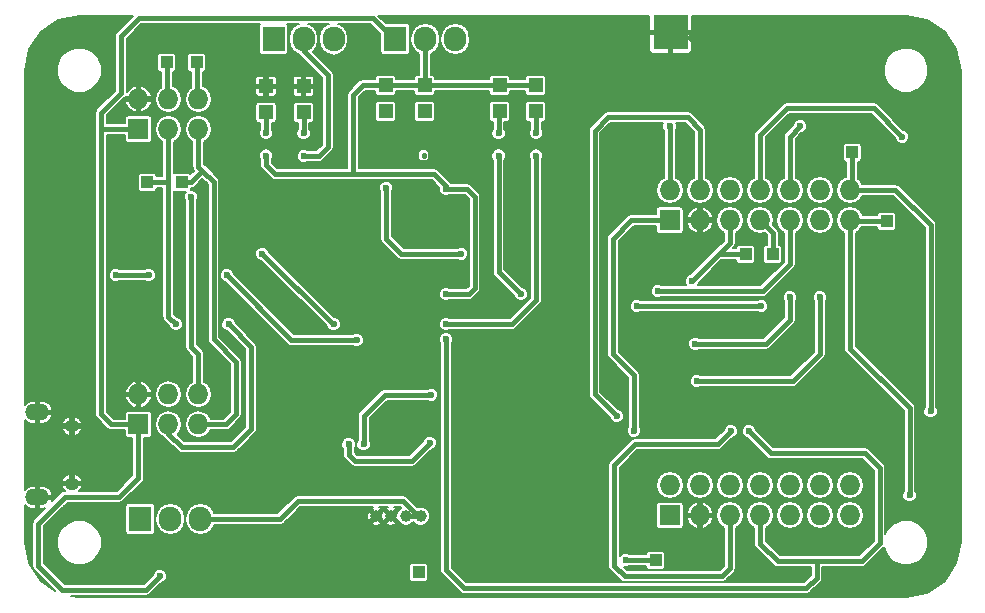
<source format=gbr>
G04 #@! TF.FileFunction,Copper,L1,Top,Signal*
%FSLAX46Y46*%
G04 Gerber Fmt 4.6, Leading zero omitted, Abs format (unit mm)*
G04 Created by KiCad (PCBNEW 4.0.6-e0-6349~52~ubuntu17.04.1) date Wed Jul  5 18:03:06 2017*
%MOMM*%
%LPD*%
G01*
G04 APERTURE LIST*
%ADD10C,0.100000*%
%ADD11C,0.700000*%
%ADD12R,1.000000X1.000000*%
%ADD13R,3.000000X3.000000*%
%ADD14R,1.727200X1.727200*%
%ADD15O,1.727200X1.727200*%
%ADD16R,1.200000X1.200000*%
%ADD17R,1.900000X2.100000*%
%ADD18O,1.900000X2.100000*%
%ADD19C,1.000000*%
%ADD20O,1.250000X1.050000*%
%ADD21O,2.000000X1.400000*%
%ADD22R,2.100000X1.900000*%
%ADD23C,0.600000*%
%ADD24C,0.400000*%
%ADD25C,0.200000*%
G04 APERTURE END LIST*
D10*
D11*
X134224500Y-107179600D03*
X121270500Y-105909600D03*
X134669000Y-104665000D03*
X134669000Y-102125000D03*
X122794500Y-102353600D03*
X120254500Y-102353600D03*
X125588500Y-104639600D03*
X130668500Y-104639600D03*
X128128500Y-104639600D03*
X154227000Y-114063000D03*
X179627000Y-114063000D03*
X159307000Y-114063000D03*
X156767000Y-114063000D03*
X177087000Y-114063000D03*
X184707000Y-114063000D03*
X164387000Y-114063000D03*
X161847000Y-114063000D03*
X141527000Y-114063000D03*
X121207000Y-114063000D03*
X123747000Y-114063000D03*
X144067000Y-114063000D03*
X146607000Y-114063000D03*
X136447000Y-114063000D03*
X118667000Y-114063000D03*
X138987000Y-114063000D03*
X133907000Y-114063000D03*
X167435000Y-76471000D03*
X167498500Y-72089500D03*
X167498500Y-107649500D03*
X167498500Y-105109500D03*
X167498500Y-84789500D03*
X167498500Y-79709500D03*
X167498500Y-82249500D03*
X148512000Y-105681000D03*
X148512000Y-85361000D03*
X149020000Y-100601000D03*
X148512000Y-82821000D03*
X148512000Y-92981000D03*
X148512000Y-110761000D03*
X148512000Y-90441000D03*
X148512000Y-95521000D03*
X187247000Y-71899000D03*
X187247000Y-102379000D03*
X187247000Y-76979000D03*
X187247000Y-99839000D03*
X187247000Y-79519000D03*
X187247000Y-89679000D03*
X187247000Y-87139000D03*
X187247000Y-92219000D03*
X187247000Y-112539000D03*
X187247000Y-115079000D03*
X187247000Y-95521000D03*
X177341000Y-98569000D03*
X179881000Y-98569000D03*
X184326000Y-98569000D03*
X164641000Y-98569000D03*
X161085000Y-98569000D03*
X192581000Y-98569000D03*
X172261000Y-98569000D03*
X190041000Y-98569000D03*
X169721000Y-98569000D03*
X167435000Y-98569000D03*
X132510000Y-94505000D03*
X131621000Y-98569000D03*
X141781000Y-98569000D03*
X144321000Y-98569000D03*
X139241000Y-98569000D03*
X136701000Y-98569000D03*
X127938000Y-83329000D03*
X129843000Y-83329000D03*
X134796000Y-83329000D03*
X132891000Y-83329000D03*
X143051000Y-83329000D03*
X140511000Y-83329000D03*
X137971000Y-83329000D03*
X125271000Y-83329000D03*
X122731000Y-83329000D03*
X170610000Y-96283000D03*
X152830000Y-96283000D03*
X178230000Y-96283000D03*
X157910000Y-96283000D03*
X155370000Y-96283000D03*
X168070000Y-96283000D03*
X183310000Y-96283000D03*
X122350000Y-96283000D03*
X124890000Y-96283000D03*
X119873500Y-67390500D03*
X119873500Y-85170500D03*
X119873500Y-80090500D03*
X119873500Y-82630500D03*
X119873500Y-75010500D03*
X119873500Y-77550500D03*
X119873500Y-97870500D03*
X119873500Y-95330500D03*
X119873500Y-90250500D03*
X119873500Y-92790500D03*
X119873500Y-100410500D03*
X160894500Y-84535500D03*
X160894500Y-104855500D03*
X160894500Y-102315500D03*
X160894500Y-81995500D03*
X160894500Y-76915500D03*
X160894500Y-79455500D03*
X160894500Y-107395500D03*
X160894500Y-87075500D03*
X160894500Y-94695500D03*
X173912000Y-68470000D03*
X156132000Y-68470000D03*
X176452000Y-68470000D03*
X181532000Y-68470000D03*
X161212000Y-68470000D03*
X158672000Y-68470000D03*
X178992000Y-68470000D03*
X168832000Y-68470000D03*
X171372000Y-68470000D03*
X186612000Y-68470000D03*
X166292000Y-68470000D03*
X163752000Y-68470000D03*
X184072000Y-68470000D03*
X143432000Y-68470000D03*
X153846000Y-109872000D03*
X156386000Y-109872000D03*
X161466000Y-109872000D03*
X158926000Y-109872000D03*
X191946000Y-109872000D03*
X166546000Y-109872000D03*
X138606000Y-109872000D03*
D12*
X184912000Y-78180000D03*
D13*
X169545000Y-68020000D03*
D14*
X124476000Y-76222000D03*
D15*
X124476000Y-73682000D03*
X127016000Y-76222000D03*
X127016000Y-73682000D03*
X129556000Y-76222000D03*
X129556000Y-73682000D03*
D14*
X124476000Y-101222000D03*
D15*
X124476000Y-98682000D03*
X127016000Y-101222000D03*
X127016000Y-98682000D03*
X129556000Y-101222000D03*
X129556000Y-98682000D03*
D14*
X169476000Y-83922000D03*
D15*
X169476000Y-81382000D03*
X172016000Y-83922000D03*
X172016000Y-81382000D03*
X174556000Y-83922000D03*
X174556000Y-81382000D03*
X177096000Y-83922000D03*
X177096000Y-81382000D03*
X179636000Y-83922000D03*
X179636000Y-81382000D03*
X182176000Y-83922000D03*
X182176000Y-81382000D03*
X184716000Y-83922000D03*
X184716000Y-81382000D03*
D14*
X169476000Y-108922000D03*
D15*
X169476000Y-106382000D03*
X172016000Y-108922000D03*
X172016000Y-106382000D03*
X174556000Y-108922000D03*
X174556000Y-106382000D03*
X177096000Y-108922000D03*
X177096000Y-106382000D03*
X179636000Y-108922000D03*
X179636000Y-106382000D03*
X182176000Y-108922000D03*
X182176000Y-106382000D03*
X184716000Y-108922000D03*
X184716000Y-106382000D03*
D16*
X145415000Y-72508000D03*
X145415000Y-74708000D03*
X148717000Y-72508000D03*
X148717000Y-74708000D03*
X155067000Y-72508000D03*
X155067000Y-74708000D03*
X158115000Y-72508000D03*
X158115000Y-74708000D03*
X135286000Y-74792000D03*
X135286000Y-72592000D03*
X138461000Y-74792000D03*
X138461000Y-72592000D03*
D17*
X135921000Y-68612000D03*
D18*
X138461000Y-68612000D03*
X141001000Y-68612000D03*
D17*
X124636000Y-109237000D03*
D18*
X127176000Y-109237000D03*
X129716000Y-109237000D03*
D12*
X125222000Y-80720000D03*
X128143000Y-80720000D03*
X126873000Y-70560000D03*
X129413000Y-70560000D03*
X187833000Y-84022000D03*
X175895000Y-86816000D03*
X178181000Y-86816000D03*
X168275000Y-112724000D03*
X148209000Y-113740000D03*
D19*
X144635000Y-108983000D03*
X145885000Y-108983000D03*
X148385000Y-108983000D03*
X147135000Y-108983000D03*
D17*
X146226000Y-68597000D03*
D18*
X148766000Y-68597000D03*
X151306000Y-68597000D03*
D20*
X118861500Y-101370500D03*
X118861500Y-106220500D03*
D21*
X115936500Y-100195500D03*
X115936500Y-107395500D03*
D22*
X183310000Y-71518000D03*
D23*
X132111000Y-92742000D03*
X127666000Y-92742000D03*
X189769000Y-107220000D03*
X191547000Y-100108000D03*
X164973000Y-100532000D03*
X174625000Y-101802000D03*
X171323000Y-89102000D03*
X189152000Y-76852000D03*
X176149000Y-101802000D03*
X150526000Y-94012000D03*
X180516000Y-75963000D03*
X168451000Y-89933000D03*
X126287000Y-114063000D03*
X165735000Y-112724000D03*
X128936000Y-81947000D03*
X169449000Y-75978000D03*
X177214000Y-91203000D03*
X166673000Y-91203000D03*
X122555000Y-88594000D03*
X125349000Y-88594000D03*
X131953000Y-88594000D03*
X142975500Y-94081500D03*
X166419000Y-101744000D03*
X148131000Y-113809000D03*
X135286000Y-78452000D03*
X150526000Y-90202000D03*
X150526000Y-81312000D03*
X135286000Y-76552000D03*
X138461000Y-76552000D03*
X138479000Y-78503000D03*
X134971000Y-86757000D03*
X141001000Y-92742000D03*
X145464000Y-81170000D03*
X151814000Y-86758000D03*
X154971000Y-78452000D03*
X156876000Y-90202000D03*
X158146000Y-78452000D03*
X150526000Y-92742000D03*
X145446000Y-74835000D03*
X148621000Y-74835000D03*
X154971000Y-76552000D03*
X158146000Y-76552000D03*
X149274000Y-98696000D03*
X171626000Y-94378000D03*
X143541000Y-102902000D03*
X179627000Y-90441000D03*
X142271000Y-102902000D03*
X182167000Y-90441000D03*
X171753000Y-97553000D03*
X149147000Y-102760000D03*
D24*
X148621000Y-78391000D02*
X148621000Y-78452000D01*
X125222000Y-80720000D02*
X127016000Y-80720000D01*
X127016000Y-80720000D02*
X126873000Y-80720000D01*
X126873000Y-80720000D02*
X127016000Y-80720000D01*
X127016000Y-76222000D02*
X127016000Y-80720000D01*
X127016000Y-80720000D02*
X127016000Y-92092000D01*
X127016000Y-101998000D02*
X127016000Y-101222000D01*
X128174000Y-103156000D02*
X127016000Y-101998000D01*
X132492000Y-103156000D02*
X128174000Y-103156000D01*
X134016000Y-101632000D02*
X132492000Y-103156000D01*
X134016000Y-94647000D02*
X134016000Y-101632000D01*
X132111000Y-92742000D02*
X134016000Y-94647000D01*
X127016000Y-92092000D02*
X127666000Y-92742000D01*
X128143000Y-80720000D02*
X128905000Y-80720000D01*
X128905000Y-80720000D02*
X129894500Y-79730500D01*
X130841000Y-94012000D02*
X130841000Y-80677000D01*
X131886000Y-101222000D02*
X132746000Y-100362000D01*
X132746000Y-100362000D02*
X132746000Y-95917000D01*
X132746000Y-95917000D02*
X130841000Y-94012000D01*
X129556000Y-101222000D02*
X131886000Y-101222000D01*
X129556000Y-79392000D02*
X129556000Y-76222000D01*
X130841000Y-80677000D02*
X129894500Y-79730500D01*
X129894500Y-79730500D02*
X129556000Y-79392000D01*
X187833000Y-84022000D02*
X184816000Y-84022000D01*
X184816000Y-84022000D02*
X184716000Y-83922000D01*
X184716000Y-94801000D02*
X184716000Y-83922000D01*
X189769000Y-99854000D02*
X184716000Y-94801000D01*
X189769000Y-107220000D02*
X189769000Y-99854000D01*
X126873000Y-70560000D02*
X126873000Y-73539000D01*
X126873000Y-73539000D02*
X127016000Y-73682000D01*
X184912000Y-78180000D02*
X184912000Y-81186000D01*
X184912000Y-81186000D02*
X184716000Y-81382000D01*
X184716000Y-81382000D02*
X188569000Y-81382000D01*
X191547000Y-84360000D02*
X191547000Y-100108000D01*
X188569000Y-81382000D02*
X191547000Y-84360000D01*
X163099000Y-97230000D02*
X163099000Y-76359000D01*
X163099000Y-97314000D02*
X163099000Y-97230000D01*
X163099000Y-76359000D02*
X164242000Y-75216000D01*
X164242000Y-75216000D02*
X170973000Y-75216000D01*
X170973000Y-75216000D02*
X172016000Y-76259000D01*
X172016000Y-76259000D02*
X172016000Y-81382000D01*
X163099000Y-98658000D02*
X163099000Y-97314000D01*
X164973000Y-100532000D02*
X163099000Y-98658000D01*
X175895000Y-86816000D02*
X173609000Y-86816000D01*
X173513000Y-102902000D02*
X173525000Y-102902000D01*
X173513000Y-102902000D02*
X166528000Y-102902000D01*
X166528000Y-102902000D02*
X164750000Y-104680000D01*
X164750000Y-104680000D02*
X164750000Y-113189000D01*
X164750000Y-113189000D02*
X165639000Y-114078000D01*
X165639000Y-114078000D02*
X173894000Y-114078000D01*
X173894000Y-114078000D02*
X174556000Y-113416000D01*
X174556000Y-108922000D02*
X174556000Y-113416000D01*
X173525000Y-102902000D02*
X174625000Y-101802000D01*
X174556000Y-85869000D02*
X174556000Y-83922000D01*
X171323000Y-89102000D02*
X173609000Y-86816000D01*
X173609000Y-86816000D02*
X174556000Y-85869000D01*
X177096000Y-76716000D02*
X177096000Y-81382000D01*
X179373000Y-74439000D02*
X177096000Y-76716000D01*
X186739000Y-74439000D02*
X179373000Y-74439000D01*
X189152000Y-76852000D02*
X186739000Y-74439000D01*
X185965000Y-103670000D02*
X178017000Y-103670000D01*
X181895000Y-112808000D02*
X181895000Y-114205000D01*
X181006000Y-115094000D02*
X181895000Y-114205000D01*
X185959000Y-103664000D02*
X185965000Y-103670000D01*
X185965000Y-103670000D02*
X187229000Y-104934000D01*
X187229000Y-104934000D02*
X187229000Y-111284000D01*
X187229000Y-111284000D02*
X185705000Y-112808000D01*
X185705000Y-112808000D02*
X181895000Y-112808000D01*
X181895000Y-112808000D02*
X178593000Y-112808000D01*
X178593000Y-112808000D02*
X177096000Y-111311000D01*
X152050000Y-115094000D02*
X181006000Y-115094000D01*
X150526000Y-113570000D02*
X152050000Y-115094000D01*
X176149000Y-101802000D02*
X178017000Y-103670000D01*
X150526000Y-113570000D02*
X150526000Y-94012000D01*
X178181000Y-86816000D02*
X178181000Y-85007000D01*
X178181000Y-85007000D02*
X177096000Y-83922000D01*
X177096000Y-108922000D02*
X177096000Y-111311000D01*
X179636000Y-76843000D02*
X179636000Y-81382000D01*
X180516000Y-75963000D02*
X179636000Y-76843000D01*
X179636000Y-83922000D02*
X179636000Y-87638000D01*
X177341000Y-89933000D02*
X168451000Y-89933000D01*
X179636000Y-87638000D02*
X177341000Y-89933000D01*
X125144000Y-115206000D02*
X126287000Y-114063000D01*
X118032000Y-115206000D02*
X125144000Y-115206000D01*
X116000000Y-113174000D02*
X118032000Y-115206000D01*
X116000000Y-109618000D02*
X116000000Y-113174000D01*
X118286000Y-107332000D02*
X116000000Y-109618000D01*
X122858000Y-107332000D02*
X118286000Y-107332000D01*
X124476000Y-105714000D02*
X122858000Y-107332000D01*
X146226000Y-68597000D02*
X146099000Y-68597000D01*
X146099000Y-68597000D02*
X144321000Y-66819000D01*
X144321000Y-66819000D02*
X124509000Y-66819000D01*
X124509000Y-66819000D02*
X122985000Y-68343000D01*
X122985000Y-68343000D02*
X122985000Y-73169000D01*
X122985000Y-73169000D02*
X121334000Y-74820000D01*
X121334000Y-74820000D02*
X121334000Y-76222000D01*
X124476000Y-105714000D02*
X124476000Y-101222000D01*
X168275000Y-112724000D02*
X165735000Y-112724000D01*
X124476000Y-76222000D02*
X121334000Y-76222000D01*
X121334000Y-76222000D02*
X121316000Y-76222000D01*
X121316000Y-76222000D02*
X121316000Y-76232000D01*
X121316000Y-76232000D02*
X121316000Y-77756000D01*
X122176000Y-101222000D02*
X124476000Y-101222000D01*
X121316000Y-77756000D02*
X121316000Y-100362000D01*
X121316000Y-100362000D02*
X122176000Y-101222000D01*
X121316000Y-76867000D02*
X121316000Y-77756000D01*
X129413000Y-70560000D02*
X129413000Y-73539000D01*
X129413000Y-73539000D02*
X129556000Y-73682000D01*
X129556000Y-98682000D02*
X129556000Y-95267000D01*
X128936000Y-94647000D02*
X128936000Y-81947000D01*
X129556000Y-95267000D02*
X128936000Y-94647000D01*
X169476000Y-76005000D02*
X169476000Y-81382000D01*
X169449000Y-75978000D02*
X169476000Y-76005000D01*
X166673000Y-91203000D02*
X177214000Y-91203000D01*
X122555000Y-88594000D02*
X125349000Y-88594000D01*
X131953000Y-88594000D02*
X137440500Y-94081500D01*
X137440500Y-94081500D02*
X142975500Y-94081500D01*
X166207000Y-83922000D02*
X169476000Y-83922000D01*
X164641000Y-85488000D02*
X166207000Y-83922000D01*
X164641000Y-95267000D02*
X164641000Y-85488000D01*
X166419000Y-97045000D02*
X164641000Y-95267000D01*
X166419000Y-101744000D02*
X166419000Y-97045000D01*
X148131000Y-113809000D02*
X148200000Y-113740000D01*
X148200000Y-113740000D02*
X148209000Y-113740000D01*
X148717000Y-72508000D02*
X155067000Y-72508000D01*
X148766000Y-68597000D02*
X148766000Y-72459000D01*
X148766000Y-72459000D02*
X148717000Y-72508000D01*
X145415000Y-72508000D02*
X143458000Y-72508000D01*
X142652000Y-73314000D02*
X142652000Y-78772000D01*
X143458000Y-72508000D02*
X142652000Y-73314000D01*
X148717000Y-72508000D02*
X145415000Y-72508000D01*
X155067000Y-72508000D02*
X158115000Y-72508000D01*
X141636000Y-80042000D02*
X136048000Y-80042000D01*
X135286000Y-79280000D02*
X136048000Y-80042000D01*
X135286000Y-79280000D02*
X135286000Y-78452000D01*
X149510000Y-80042000D02*
X150526000Y-81058000D01*
X150526000Y-81058000D02*
X150526000Y-81312000D01*
X142652000Y-80042000D02*
X149510000Y-80042000D01*
X152304000Y-81312000D02*
X150526000Y-81312000D01*
X152939000Y-81947000D02*
X152304000Y-81312000D01*
X152939000Y-89694000D02*
X152939000Y-81947000D01*
X152431000Y-90202000D02*
X152939000Y-89694000D01*
X152431000Y-90202000D02*
X150526000Y-90202000D01*
X141636000Y-80042000D02*
X142652000Y-80042000D01*
X142652000Y-78772000D02*
X142652000Y-80042000D01*
X142652000Y-79280000D02*
X142652000Y-78772000D01*
X141636000Y-80042000D02*
X141890000Y-80042000D01*
X135286000Y-74792000D02*
X135286000Y-76486000D01*
X135286000Y-76486000D02*
X135286000Y-76552000D01*
X138461000Y-74792000D02*
X138461000Y-76552000D01*
X138461000Y-68612000D02*
X138461000Y-69595000D01*
X138461000Y-69595000D02*
X140511000Y-71645000D01*
X140511000Y-71645000D02*
X140511000Y-77741000D01*
X140511000Y-77741000D02*
X139749000Y-78503000D01*
X139749000Y-78503000D02*
X138479000Y-78503000D01*
X140956000Y-92742000D02*
X141001000Y-92742000D01*
X140956000Y-92742000D02*
X134971000Y-86757000D01*
X145464000Y-85488000D02*
X145464000Y-81170000D01*
X146734000Y-86758000D02*
X145464000Y-85488000D01*
X151814000Y-86758000D02*
X146734000Y-86758000D01*
X156876000Y-90202000D02*
X154971000Y-88297000D01*
X154971000Y-88297000D02*
X154971000Y-78518000D01*
X154971000Y-78518000D02*
X154971000Y-78452000D01*
X158146000Y-90710000D02*
X156114000Y-92742000D01*
X156114000Y-92742000D02*
X150526000Y-92742000D01*
X158146000Y-90710000D02*
X158146000Y-78452000D01*
X145446000Y-74835000D02*
X145446000Y-74792000D01*
X148621000Y-74962000D02*
X148621000Y-74792000D01*
X148621000Y-74835000D02*
X148621000Y-74792000D01*
X154971000Y-74792000D02*
X154971000Y-76552000D01*
X158146000Y-74792000D02*
X158146000Y-76552000D01*
X129716000Y-109237000D02*
X136447000Y-109237000D01*
X146861000Y-107713000D02*
X148131000Y-108983000D01*
X137971000Y-107713000D02*
X146861000Y-107713000D01*
X136447000Y-109237000D02*
X137971000Y-107713000D01*
X148131000Y-108983000D02*
X148385000Y-108983000D01*
X148385000Y-108983000D02*
X147135000Y-108983000D01*
X145337000Y-98696000D02*
X149274000Y-98696000D01*
X143559000Y-100474000D02*
X145337000Y-98696000D01*
X143559000Y-102884000D02*
X143559000Y-100474000D01*
X143559000Y-102884000D02*
X143541000Y-102902000D01*
X171626000Y-94378000D02*
X177595000Y-94378000D01*
X177595000Y-94378000D02*
X179627000Y-92346000D01*
X179627000Y-92346000D02*
X179627000Y-90441000D01*
X182167000Y-95267000D02*
X182167000Y-90441000D01*
X179881000Y-97553000D02*
X182167000Y-95267000D01*
X171753000Y-97553000D02*
X179881000Y-97553000D01*
X147623000Y-104284000D02*
X149147000Y-102760000D01*
X142797000Y-104284000D02*
X147623000Y-104284000D01*
X142289000Y-103776000D02*
X142797000Y-104284000D01*
X142289000Y-102920000D02*
X142289000Y-103776000D01*
X142289000Y-102920000D02*
X142271000Y-102902000D01*
D25*
G36*
X167745000Y-67795000D02*
X167820000Y-67870000D01*
X169395000Y-67870000D01*
X169395000Y-67850000D01*
X169695000Y-67850000D01*
X169695000Y-67870000D01*
X171270000Y-67870000D01*
X171345000Y-67795000D01*
X171345000Y-66597000D01*
X189439068Y-66597000D01*
X191243098Y-66955844D01*
X192741173Y-67956825D01*
X193742156Y-69454902D01*
X194101000Y-71258932D01*
X194101000Y-111185068D01*
X193742156Y-112989098D01*
X192741173Y-114487175D01*
X191243098Y-115488156D01*
X189439068Y-115847000D01*
X119512932Y-115847000D01*
X118804077Y-115706000D01*
X125144000Y-115706000D01*
X125335342Y-115667940D01*
X125497553Y-115559553D01*
X126394012Y-114663094D01*
X126405824Y-114663104D01*
X126626429Y-114571952D01*
X126795359Y-114403317D01*
X126886896Y-114182871D01*
X126887104Y-113944176D01*
X126795952Y-113723571D01*
X126627317Y-113554641D01*
X126406871Y-113463104D01*
X126168176Y-113462896D01*
X125947571Y-113554048D01*
X125778641Y-113722683D01*
X125687104Y-113943129D01*
X125687093Y-113955801D01*
X124936894Y-114706000D01*
X118239106Y-114706000D01*
X116773106Y-113240000D01*
X147403123Y-113240000D01*
X147403123Y-114240000D01*
X147424042Y-114351173D01*
X147489745Y-114453279D01*
X147589997Y-114521778D01*
X147709000Y-114545877D01*
X148709000Y-114545877D01*
X148820173Y-114524958D01*
X148922279Y-114459255D01*
X148990778Y-114359003D01*
X149014877Y-114240000D01*
X149014877Y-113240000D01*
X148993958Y-113128827D01*
X148928255Y-113026721D01*
X148828003Y-112958222D01*
X148709000Y-112934123D01*
X147709000Y-112934123D01*
X147597827Y-112955042D01*
X147495721Y-113020745D01*
X147427222Y-113120997D01*
X147403123Y-113240000D01*
X116773106Y-113240000D01*
X116500000Y-112966894D01*
X116500000Y-111598275D01*
X117575671Y-111598275D01*
X117864319Y-112296857D01*
X118398331Y-112831802D01*
X119096409Y-113121669D01*
X119852275Y-113122329D01*
X120550857Y-112833681D01*
X121085802Y-112299669D01*
X121375669Y-111601591D01*
X121376329Y-110845725D01*
X121087681Y-110147143D01*
X120553669Y-109612198D01*
X119855591Y-109322331D01*
X119099725Y-109321671D01*
X118401143Y-109610319D01*
X117866198Y-110144331D01*
X117576331Y-110842409D01*
X117575671Y-111598275D01*
X116500000Y-111598275D01*
X116500000Y-109825106D01*
X118138106Y-108187000D01*
X123380123Y-108187000D01*
X123380123Y-110287000D01*
X123401042Y-110398173D01*
X123466745Y-110500279D01*
X123566997Y-110568778D01*
X123686000Y-110592877D01*
X125586000Y-110592877D01*
X125697173Y-110571958D01*
X125799279Y-110506255D01*
X125867778Y-110406003D01*
X125891877Y-110287000D01*
X125891877Y-109110552D01*
X125926000Y-109110552D01*
X125926000Y-109363448D01*
X126021151Y-109841802D01*
X126292117Y-110247331D01*
X126697646Y-110518297D01*
X127176000Y-110613448D01*
X127654354Y-110518297D01*
X128059883Y-110247331D01*
X128330849Y-109841802D01*
X128426000Y-109363448D01*
X128426000Y-109110552D01*
X128466000Y-109110552D01*
X128466000Y-109363448D01*
X128561151Y-109841802D01*
X128832117Y-110247331D01*
X129237646Y-110518297D01*
X129716000Y-110613448D01*
X130194354Y-110518297D01*
X130599883Y-110247331D01*
X130870849Y-109841802D01*
X130891696Y-109737000D01*
X136447000Y-109737000D01*
X136638342Y-109698940D01*
X136783499Y-109601948D01*
X144228184Y-109601948D01*
X144285088Y-109719807D01*
X144593687Y-109797626D01*
X144908576Y-109751426D01*
X144984912Y-109719807D01*
X145041816Y-109601948D01*
X145478184Y-109601948D01*
X145535088Y-109719807D01*
X145843687Y-109797626D01*
X146158576Y-109751426D01*
X146234912Y-109719807D01*
X146291816Y-109601948D01*
X145885000Y-109195132D01*
X145478184Y-109601948D01*
X145041816Y-109601948D01*
X144635000Y-109195132D01*
X144228184Y-109601948D01*
X136783499Y-109601948D01*
X136800553Y-109590553D01*
X137449419Y-108941687D01*
X143820374Y-108941687D01*
X143866574Y-109256576D01*
X143898193Y-109332912D01*
X144016052Y-109389816D01*
X144422868Y-108983000D01*
X144847132Y-108983000D01*
X145115863Y-109251731D01*
X145116574Y-109256576D01*
X145148193Y-109332912D01*
X145242648Y-109378516D01*
X145253948Y-109389816D01*
X145260000Y-109386894D01*
X145266052Y-109389816D01*
X145277352Y-109378516D01*
X145371807Y-109332912D01*
X145388280Y-109267588D01*
X145672868Y-108983000D01*
X145404137Y-108714269D01*
X145403426Y-108709424D01*
X145371807Y-108633088D01*
X145277352Y-108587484D01*
X145266052Y-108576184D01*
X145260000Y-108579106D01*
X145253948Y-108576184D01*
X145242648Y-108587484D01*
X145148193Y-108633088D01*
X145131720Y-108698412D01*
X144847132Y-108983000D01*
X144422868Y-108983000D01*
X144016052Y-108576184D01*
X143898193Y-108633088D01*
X143820374Y-108941687D01*
X137449419Y-108941687D01*
X138178107Y-108213000D01*
X144372152Y-108213000D01*
X144361424Y-108214574D01*
X144285088Y-108246193D01*
X144228184Y-108364052D01*
X144635000Y-108770868D01*
X145041816Y-108364052D01*
X144984912Y-108246193D01*
X144853282Y-108213000D01*
X145622152Y-108213000D01*
X145611424Y-108214574D01*
X145535088Y-108246193D01*
X145478184Y-108364052D01*
X145885000Y-108770868D01*
X146291816Y-108364052D01*
X146234912Y-108246193D01*
X146103282Y-108213000D01*
X146653894Y-108213000D01*
X146726911Y-108286017D01*
X146682428Y-108304397D01*
X146457188Y-108529245D01*
X146390653Y-108689479D01*
X146097132Y-108983000D01*
X146390697Y-109276565D01*
X146456397Y-109435572D01*
X146681245Y-109660812D01*
X146975172Y-109782861D01*
X147293432Y-109783139D01*
X147587572Y-109661603D01*
X147760103Y-109489372D01*
X147931245Y-109660812D01*
X148225172Y-109782861D01*
X148543432Y-109783139D01*
X148837572Y-109661603D01*
X149062812Y-109436755D01*
X149184861Y-109142828D01*
X149185139Y-108824568D01*
X149063603Y-108530428D01*
X148838755Y-108305188D01*
X148544828Y-108183139D01*
X148226568Y-108182861D01*
X148093111Y-108238004D01*
X147214553Y-107359447D01*
X147052342Y-107251060D01*
X146861000Y-107213000D01*
X137971000Y-107213000D01*
X137779658Y-107251060D01*
X137617446Y-107359447D01*
X136239894Y-108737000D01*
X130891696Y-108737000D01*
X130870849Y-108632198D01*
X130599883Y-108226669D01*
X130194354Y-107955703D01*
X129716000Y-107860552D01*
X129237646Y-107955703D01*
X128832117Y-108226669D01*
X128561151Y-108632198D01*
X128466000Y-109110552D01*
X128426000Y-109110552D01*
X128330849Y-108632198D01*
X128059883Y-108226669D01*
X127654354Y-107955703D01*
X127176000Y-107860552D01*
X126697646Y-107955703D01*
X126292117Y-108226669D01*
X126021151Y-108632198D01*
X125926000Y-109110552D01*
X125891877Y-109110552D01*
X125891877Y-108187000D01*
X125870958Y-108075827D01*
X125805255Y-107973721D01*
X125705003Y-107905222D01*
X125586000Y-107881123D01*
X123686000Y-107881123D01*
X123574827Y-107902042D01*
X123472721Y-107967745D01*
X123404222Y-108067997D01*
X123380123Y-108187000D01*
X118138106Y-108187000D01*
X118493107Y-107832000D01*
X122858000Y-107832000D01*
X123049342Y-107793940D01*
X123211553Y-107685553D01*
X124829554Y-106067553D01*
X124932212Y-105913914D01*
X124937940Y-105905342D01*
X124976000Y-105714000D01*
X124976000Y-102391477D01*
X125339600Y-102391477D01*
X125450773Y-102370558D01*
X125552879Y-102304855D01*
X125621378Y-102204603D01*
X125645477Y-102085600D01*
X125645477Y-101199204D01*
X125852400Y-101199204D01*
X125852400Y-101244796D01*
X125940974Y-101690086D01*
X126193211Y-102067585D01*
X126570710Y-102319822D01*
X126652057Y-102336003D01*
X126662447Y-102351553D01*
X127820446Y-103509553D01*
X127932848Y-103584658D01*
X127982658Y-103617940D01*
X128174000Y-103656000D01*
X132492000Y-103656000D01*
X132683342Y-103617940D01*
X132845553Y-103509553D01*
X133334282Y-103020824D01*
X141670896Y-103020824D01*
X141762048Y-103241429D01*
X141789000Y-103268428D01*
X141789000Y-103776000D01*
X141819721Y-103930446D01*
X141827060Y-103967342D01*
X141935447Y-104129553D01*
X142443446Y-104637553D01*
X142600746Y-104742658D01*
X142605658Y-104745940D01*
X142797000Y-104784000D01*
X147623000Y-104784000D01*
X147814342Y-104745940D01*
X147976553Y-104637553D01*
X149254013Y-103360094D01*
X149265824Y-103360104D01*
X149486429Y-103268952D01*
X149655359Y-103100317D01*
X149746896Y-102879871D01*
X149747104Y-102641176D01*
X149655952Y-102420571D01*
X149487317Y-102251641D01*
X149266871Y-102160104D01*
X149028176Y-102159896D01*
X148807571Y-102251048D01*
X148638641Y-102419683D01*
X148547104Y-102640129D01*
X148547093Y-102652800D01*
X147415894Y-103784000D01*
X143004107Y-103784000D01*
X142789000Y-103568894D01*
X142789000Y-103219099D01*
X142870896Y-103021871D01*
X142870896Y-103020824D01*
X142940896Y-103020824D01*
X143032048Y-103241429D01*
X143200683Y-103410359D01*
X143421129Y-103501896D01*
X143659824Y-103502104D01*
X143880429Y-103410952D01*
X144049359Y-103242317D01*
X144140896Y-103021871D01*
X144141104Y-102783176D01*
X144059000Y-102584469D01*
X144059000Y-100681106D01*
X145544107Y-99196000D01*
X148925339Y-99196000D01*
X148933683Y-99204359D01*
X149154129Y-99295896D01*
X149392824Y-99296104D01*
X149613429Y-99204952D01*
X149782359Y-99036317D01*
X149873896Y-98815871D01*
X149874104Y-98577176D01*
X149782952Y-98356571D01*
X149614317Y-98187641D01*
X149393871Y-98096104D01*
X149155176Y-98095896D01*
X148934571Y-98187048D01*
X148925603Y-98196000D01*
X145337000Y-98196000D01*
X145145658Y-98234060D01*
X145080686Y-98277474D01*
X144983447Y-98342446D01*
X143205447Y-100120447D01*
X143097060Y-100282658D01*
X143059000Y-100474000D01*
X143059000Y-102535370D01*
X143032641Y-102561683D01*
X142941104Y-102782129D01*
X142940896Y-103020824D01*
X142870896Y-103020824D01*
X142871104Y-102783176D01*
X142779952Y-102562571D01*
X142611317Y-102393641D01*
X142390871Y-102302104D01*
X142152176Y-102301896D01*
X141931571Y-102393048D01*
X141762641Y-102561683D01*
X141671104Y-102782129D01*
X141670896Y-103020824D01*
X133334282Y-103020824D01*
X134369553Y-101985554D01*
X134477940Y-101823342D01*
X134493722Y-101744000D01*
X134516000Y-101632000D01*
X134516000Y-94647000D01*
X134477940Y-94455658D01*
X134454735Y-94420929D01*
X134369554Y-94293447D01*
X132711094Y-92634988D01*
X132711104Y-92623176D01*
X132619952Y-92402571D01*
X132451317Y-92233641D01*
X132230871Y-92142104D01*
X131992176Y-92141896D01*
X131771571Y-92233048D01*
X131602641Y-92401683D01*
X131511104Y-92622129D01*
X131510896Y-92860824D01*
X131602048Y-93081429D01*
X131770683Y-93250359D01*
X131991129Y-93341896D01*
X132003801Y-93341907D01*
X133516000Y-94854107D01*
X133516000Y-101424893D01*
X132284894Y-102656000D01*
X128381107Y-102656000D01*
X127811156Y-102086049D01*
X127838789Y-102067585D01*
X128091026Y-101690086D01*
X128179600Y-101244796D01*
X128179600Y-101199204D01*
X128091026Y-100753914D01*
X127838789Y-100376415D01*
X127461290Y-100124178D01*
X127016000Y-100035604D01*
X126570710Y-100124178D01*
X126193211Y-100376415D01*
X125940974Y-100753914D01*
X125852400Y-101199204D01*
X125645477Y-101199204D01*
X125645477Y-100358400D01*
X125624558Y-100247227D01*
X125558855Y-100145121D01*
X125458603Y-100076622D01*
X125339600Y-100052523D01*
X123612400Y-100052523D01*
X123501227Y-100073442D01*
X123399121Y-100139145D01*
X123330622Y-100239397D01*
X123306523Y-100358400D01*
X123306523Y-100722000D01*
X122383107Y-100722000D01*
X121816000Y-100154894D01*
X121816000Y-99010664D01*
X123359766Y-99010664D01*
X123570509Y-99412810D01*
X123919104Y-99703697D01*
X124147338Y-99798220D01*
X124326000Y-99760216D01*
X124326000Y-98832000D01*
X124626000Y-98832000D01*
X124626000Y-99760216D01*
X124804662Y-99798220D01*
X125032896Y-99703697D01*
X125381491Y-99412810D01*
X125592234Y-99010664D01*
X125554906Y-98832000D01*
X124626000Y-98832000D01*
X124326000Y-98832000D01*
X123397094Y-98832000D01*
X123359766Y-99010664D01*
X121816000Y-99010664D01*
X121816000Y-98659204D01*
X125852400Y-98659204D01*
X125852400Y-98704796D01*
X125940974Y-99150086D01*
X126193211Y-99527585D01*
X126570710Y-99779822D01*
X127016000Y-99868396D01*
X127461290Y-99779822D01*
X127838789Y-99527585D01*
X128091026Y-99150086D01*
X128179600Y-98704796D01*
X128179600Y-98659204D01*
X128091026Y-98213914D01*
X127838789Y-97836415D01*
X127461290Y-97584178D01*
X127016000Y-97495604D01*
X126570710Y-97584178D01*
X126193211Y-97836415D01*
X125940974Y-98213914D01*
X125852400Y-98659204D01*
X121816000Y-98659204D01*
X121816000Y-98353336D01*
X123359766Y-98353336D01*
X123397094Y-98532000D01*
X124326000Y-98532000D01*
X124326000Y-97603784D01*
X124626000Y-97603784D01*
X124626000Y-98532000D01*
X125554906Y-98532000D01*
X125592234Y-98353336D01*
X125381491Y-97951190D01*
X125032896Y-97660303D01*
X124804662Y-97565780D01*
X124626000Y-97603784D01*
X124326000Y-97603784D01*
X124147338Y-97565780D01*
X123919104Y-97660303D01*
X123570509Y-97951190D01*
X123359766Y-98353336D01*
X121816000Y-98353336D01*
X121816000Y-88712824D01*
X121954896Y-88712824D01*
X122046048Y-88933429D01*
X122214683Y-89102359D01*
X122435129Y-89193896D01*
X122673824Y-89194104D01*
X122894429Y-89102952D01*
X122903397Y-89094000D01*
X125000339Y-89094000D01*
X125008683Y-89102359D01*
X125229129Y-89193896D01*
X125467824Y-89194104D01*
X125688429Y-89102952D01*
X125857359Y-88934317D01*
X125948896Y-88713871D01*
X125949104Y-88475176D01*
X125857952Y-88254571D01*
X125689317Y-88085641D01*
X125468871Y-87994104D01*
X125230176Y-87993896D01*
X125009571Y-88085048D01*
X125000603Y-88094000D01*
X122903661Y-88094000D01*
X122895317Y-88085641D01*
X122674871Y-87994104D01*
X122436176Y-87993896D01*
X122215571Y-88085048D01*
X122046641Y-88253683D01*
X121955104Y-88474129D01*
X121954896Y-88712824D01*
X121816000Y-88712824D01*
X121816000Y-80220000D01*
X124416123Y-80220000D01*
X124416123Y-81220000D01*
X124437042Y-81331173D01*
X124502745Y-81433279D01*
X124602997Y-81501778D01*
X124722000Y-81525877D01*
X125722000Y-81525877D01*
X125833173Y-81504958D01*
X125935279Y-81439255D01*
X126003778Y-81339003D01*
X126027877Y-81220000D01*
X126516000Y-81220000D01*
X126516000Y-92092000D01*
X126544056Y-92233048D01*
X126554060Y-92283342D01*
X126662447Y-92445553D01*
X127065906Y-92849013D01*
X127065896Y-92860824D01*
X127157048Y-93081429D01*
X127325683Y-93250359D01*
X127546129Y-93341896D01*
X127784824Y-93342104D01*
X128005429Y-93250952D01*
X128174359Y-93082317D01*
X128265896Y-92861871D01*
X128266104Y-92623176D01*
X128174952Y-92402571D01*
X128006317Y-92233641D01*
X127785871Y-92142104D01*
X127773200Y-92142093D01*
X127516000Y-91884894D01*
X127516000Y-81496314D01*
X127523997Y-81501778D01*
X127643000Y-81525877D01*
X128508588Y-81525877D01*
X128427641Y-81606683D01*
X128336104Y-81827129D01*
X128335896Y-82065824D01*
X128427048Y-82286429D01*
X128436000Y-82295397D01*
X128436000Y-94647000D01*
X128459870Y-94767001D01*
X128474060Y-94838342D01*
X128582447Y-95000553D01*
X129056000Y-95474107D01*
X129056000Y-97620734D01*
X128733211Y-97836415D01*
X128480974Y-98213914D01*
X128392400Y-98659204D01*
X128392400Y-98704796D01*
X128480974Y-99150086D01*
X128733211Y-99527585D01*
X129110710Y-99779822D01*
X129556000Y-99868396D01*
X130001290Y-99779822D01*
X130378789Y-99527585D01*
X130631026Y-99150086D01*
X130719600Y-98704796D01*
X130719600Y-98659204D01*
X130631026Y-98213914D01*
X130378789Y-97836415D01*
X130056000Y-97620734D01*
X130056000Y-95267000D01*
X130017940Y-95075658D01*
X129967756Y-95000553D01*
X129909553Y-94913446D01*
X129436000Y-94439894D01*
X129436000Y-82295661D01*
X129444359Y-82287317D01*
X129535896Y-82066871D01*
X129536104Y-81828176D01*
X129444952Y-81607571D01*
X129276317Y-81438641D01*
X129055871Y-81347104D01*
X128919324Y-81346985D01*
X128924778Y-81339003D01*
X128948877Y-81220000D01*
X128948877Y-81211272D01*
X129096342Y-81181940D01*
X129258553Y-81073553D01*
X129894500Y-80437606D01*
X130341000Y-80884106D01*
X130341000Y-94012000D01*
X130364844Y-94131871D01*
X130379060Y-94203342D01*
X130487447Y-94365553D01*
X132246000Y-96124107D01*
X132246000Y-100154893D01*
X131678894Y-100722000D01*
X130609702Y-100722000D01*
X130378789Y-100376415D01*
X130001290Y-100124178D01*
X129556000Y-100035604D01*
X129110710Y-100124178D01*
X128733211Y-100376415D01*
X128480974Y-100753914D01*
X128392400Y-101199204D01*
X128392400Y-101244796D01*
X128480974Y-101690086D01*
X128733211Y-102067585D01*
X129110710Y-102319822D01*
X129556000Y-102408396D01*
X130001290Y-102319822D01*
X130378789Y-102067585D01*
X130609702Y-101722000D01*
X131886000Y-101722000D01*
X132077342Y-101683940D01*
X132239553Y-101575553D01*
X133099554Y-100715553D01*
X133198163Y-100567974D01*
X133207940Y-100553342D01*
X133246000Y-100362000D01*
X133246000Y-95917000D01*
X133207940Y-95725658D01*
X133099554Y-95563447D01*
X131341000Y-93804894D01*
X131341000Y-88712824D01*
X131352896Y-88712824D01*
X131444048Y-88933429D01*
X131612683Y-89102359D01*
X131833129Y-89193896D01*
X131845801Y-89193907D01*
X137086947Y-94435053D01*
X137249158Y-94543440D01*
X137440500Y-94581500D01*
X142626839Y-94581500D01*
X142635183Y-94589859D01*
X142855629Y-94681396D01*
X143094324Y-94681604D01*
X143314929Y-94590452D01*
X143483859Y-94421817D01*
X143575396Y-94201371D01*
X143575457Y-94130824D01*
X149925896Y-94130824D01*
X150017048Y-94351429D01*
X150026000Y-94360397D01*
X150026000Y-113570000D01*
X150056547Y-113723571D01*
X150064060Y-113761342D01*
X150172447Y-113923553D01*
X151696446Y-115447553D01*
X151819233Y-115529597D01*
X151858658Y-115555940D01*
X152050000Y-115594000D01*
X181006000Y-115594000D01*
X181197342Y-115555940D01*
X181359553Y-115447553D01*
X182248553Y-114558553D01*
X182356940Y-114396342D01*
X182395000Y-114205000D01*
X182395000Y-113308000D01*
X185705000Y-113308000D01*
X185896342Y-113269940D01*
X186058553Y-113161553D01*
X187582553Y-111637554D01*
X187588329Y-111628910D01*
X187864319Y-112296857D01*
X188398331Y-112831802D01*
X189096409Y-113121669D01*
X189852275Y-113122329D01*
X190550857Y-112833681D01*
X191085802Y-112299669D01*
X191375669Y-111601591D01*
X191376329Y-110845725D01*
X191087681Y-110147143D01*
X190553669Y-109612198D01*
X189855591Y-109322331D01*
X189099725Y-109321671D01*
X188401143Y-109610319D01*
X187866198Y-110144331D01*
X187729000Y-110474741D01*
X187729000Y-104934000D01*
X187690940Y-104742658D01*
X187582553Y-104580447D01*
X186318555Y-103316449D01*
X186318553Y-103316446D01*
X186312553Y-103310447D01*
X186150342Y-103202060D01*
X185959000Y-103164001D01*
X185928840Y-103170000D01*
X178224106Y-103170000D01*
X176749094Y-101694988D01*
X176749104Y-101683176D01*
X176657952Y-101462571D01*
X176489317Y-101293641D01*
X176268871Y-101202104D01*
X176030176Y-101201896D01*
X175809571Y-101293048D01*
X175640641Y-101461683D01*
X175549104Y-101682129D01*
X175548896Y-101920824D01*
X175640048Y-102141429D01*
X175808683Y-102310359D01*
X176029129Y-102401896D01*
X176041801Y-102401907D01*
X177663447Y-104023553D01*
X177825658Y-104131940D01*
X178017000Y-104170000D01*
X185757894Y-104170000D01*
X186729000Y-105141106D01*
X186729000Y-111076893D01*
X185497894Y-112308000D01*
X178800107Y-112308000D01*
X177596000Y-111103894D01*
X177596000Y-109983266D01*
X177918789Y-109767585D01*
X178171026Y-109390086D01*
X178259600Y-108944796D01*
X178259600Y-108899204D01*
X178472400Y-108899204D01*
X178472400Y-108944796D01*
X178560974Y-109390086D01*
X178813211Y-109767585D01*
X179190710Y-110019822D01*
X179636000Y-110108396D01*
X180081290Y-110019822D01*
X180458789Y-109767585D01*
X180711026Y-109390086D01*
X180799600Y-108944796D01*
X180799600Y-108899204D01*
X181012400Y-108899204D01*
X181012400Y-108944796D01*
X181100974Y-109390086D01*
X181353211Y-109767585D01*
X181730710Y-110019822D01*
X182176000Y-110108396D01*
X182621290Y-110019822D01*
X182998789Y-109767585D01*
X183251026Y-109390086D01*
X183339600Y-108944796D01*
X183339600Y-108899204D01*
X183552400Y-108899204D01*
X183552400Y-108944796D01*
X183640974Y-109390086D01*
X183893211Y-109767585D01*
X184270710Y-110019822D01*
X184716000Y-110108396D01*
X185161290Y-110019822D01*
X185538789Y-109767585D01*
X185791026Y-109390086D01*
X185879600Y-108944796D01*
X185879600Y-108899204D01*
X185791026Y-108453914D01*
X185538789Y-108076415D01*
X185161290Y-107824178D01*
X184716000Y-107735604D01*
X184270710Y-107824178D01*
X183893211Y-108076415D01*
X183640974Y-108453914D01*
X183552400Y-108899204D01*
X183339600Y-108899204D01*
X183251026Y-108453914D01*
X182998789Y-108076415D01*
X182621290Y-107824178D01*
X182176000Y-107735604D01*
X181730710Y-107824178D01*
X181353211Y-108076415D01*
X181100974Y-108453914D01*
X181012400Y-108899204D01*
X180799600Y-108899204D01*
X180711026Y-108453914D01*
X180458789Y-108076415D01*
X180081290Y-107824178D01*
X179636000Y-107735604D01*
X179190710Y-107824178D01*
X178813211Y-108076415D01*
X178560974Y-108453914D01*
X178472400Y-108899204D01*
X178259600Y-108899204D01*
X178171026Y-108453914D01*
X177918789Y-108076415D01*
X177541290Y-107824178D01*
X177096000Y-107735604D01*
X176650710Y-107824178D01*
X176273211Y-108076415D01*
X176020974Y-108453914D01*
X175932400Y-108899204D01*
X175932400Y-108944796D01*
X176020974Y-109390086D01*
X176273211Y-109767585D01*
X176596000Y-109983266D01*
X176596000Y-111311000D01*
X176631041Y-111487165D01*
X176634060Y-111502342D01*
X176742447Y-111664553D01*
X178239447Y-113161554D01*
X178309821Y-113208576D01*
X178401658Y-113269940D01*
X178593000Y-113308000D01*
X181395000Y-113308000D01*
X181395000Y-113997894D01*
X180798894Y-114594000D01*
X152257107Y-114594000D01*
X151026000Y-113362894D01*
X151026000Y-104680000D01*
X164250000Y-104680000D01*
X164250000Y-113189000D01*
X164280783Y-113343756D01*
X164288060Y-113380342D01*
X164396447Y-113542553D01*
X165285447Y-114431553D01*
X165447658Y-114539940D01*
X165639000Y-114578000D01*
X173894000Y-114578000D01*
X174085342Y-114539940D01*
X174247553Y-114431553D01*
X174909553Y-113769554D01*
X175017940Y-113607342D01*
X175028423Y-113554641D01*
X175056000Y-113416000D01*
X175056000Y-109983266D01*
X175378789Y-109767585D01*
X175631026Y-109390086D01*
X175719600Y-108944796D01*
X175719600Y-108899204D01*
X175631026Y-108453914D01*
X175378789Y-108076415D01*
X175001290Y-107824178D01*
X174556000Y-107735604D01*
X174110710Y-107824178D01*
X173733211Y-108076415D01*
X173480974Y-108453914D01*
X173392400Y-108899204D01*
X173392400Y-108944796D01*
X173480974Y-109390086D01*
X173733211Y-109767585D01*
X174056000Y-109983266D01*
X174056000Y-113208893D01*
X173686894Y-113578000D01*
X165846106Y-113578000D01*
X165575580Y-113307474D01*
X165615129Y-113323896D01*
X165853824Y-113324104D01*
X166074429Y-113232952D01*
X166083397Y-113224000D01*
X167469123Y-113224000D01*
X167490042Y-113335173D01*
X167555745Y-113437279D01*
X167655997Y-113505778D01*
X167775000Y-113529877D01*
X168775000Y-113529877D01*
X168886173Y-113508958D01*
X168988279Y-113443255D01*
X169056778Y-113343003D01*
X169080877Y-113224000D01*
X169080877Y-112224000D01*
X169059958Y-112112827D01*
X168994255Y-112010721D01*
X168894003Y-111942222D01*
X168775000Y-111918123D01*
X167775000Y-111918123D01*
X167663827Y-111939042D01*
X167561721Y-112004745D01*
X167493222Y-112104997D01*
X167469123Y-112224000D01*
X166083661Y-112224000D01*
X166075317Y-112215641D01*
X165854871Y-112124104D01*
X165616176Y-112123896D01*
X165395571Y-112215048D01*
X165250000Y-112360365D01*
X165250000Y-108058400D01*
X168306523Y-108058400D01*
X168306523Y-109785600D01*
X168327442Y-109896773D01*
X168393145Y-109998879D01*
X168493397Y-110067378D01*
X168612400Y-110091477D01*
X170339600Y-110091477D01*
X170450773Y-110070558D01*
X170552879Y-110004855D01*
X170621378Y-109904603D01*
X170645477Y-109785600D01*
X170645477Y-109250664D01*
X170899766Y-109250664D01*
X171110509Y-109652810D01*
X171459104Y-109943697D01*
X171687338Y-110038220D01*
X171866000Y-110000216D01*
X171866000Y-109072000D01*
X172166000Y-109072000D01*
X172166000Y-110000216D01*
X172344662Y-110038220D01*
X172572896Y-109943697D01*
X172921491Y-109652810D01*
X173132234Y-109250664D01*
X173094906Y-109072000D01*
X172166000Y-109072000D01*
X171866000Y-109072000D01*
X170937094Y-109072000D01*
X170899766Y-109250664D01*
X170645477Y-109250664D01*
X170645477Y-108593336D01*
X170899766Y-108593336D01*
X170937094Y-108772000D01*
X171866000Y-108772000D01*
X171866000Y-107843784D01*
X172166000Y-107843784D01*
X172166000Y-108772000D01*
X173094906Y-108772000D01*
X173132234Y-108593336D01*
X172921491Y-108191190D01*
X172572896Y-107900303D01*
X172344662Y-107805780D01*
X172166000Y-107843784D01*
X171866000Y-107843784D01*
X171687338Y-107805780D01*
X171459104Y-107900303D01*
X171110509Y-108191190D01*
X170899766Y-108593336D01*
X170645477Y-108593336D01*
X170645477Y-108058400D01*
X170624558Y-107947227D01*
X170558855Y-107845121D01*
X170458603Y-107776622D01*
X170339600Y-107752523D01*
X168612400Y-107752523D01*
X168501227Y-107773442D01*
X168399121Y-107839145D01*
X168330622Y-107939397D01*
X168306523Y-108058400D01*
X165250000Y-108058400D01*
X165250000Y-106359204D01*
X168312400Y-106359204D01*
X168312400Y-106404796D01*
X168400974Y-106850086D01*
X168653211Y-107227585D01*
X169030710Y-107479822D01*
X169476000Y-107568396D01*
X169921290Y-107479822D01*
X170298789Y-107227585D01*
X170551026Y-106850086D01*
X170639600Y-106404796D01*
X170639600Y-106359204D01*
X170852400Y-106359204D01*
X170852400Y-106404796D01*
X170940974Y-106850086D01*
X171193211Y-107227585D01*
X171570710Y-107479822D01*
X172016000Y-107568396D01*
X172461290Y-107479822D01*
X172838789Y-107227585D01*
X173091026Y-106850086D01*
X173179600Y-106404796D01*
X173179600Y-106359204D01*
X173392400Y-106359204D01*
X173392400Y-106404796D01*
X173480974Y-106850086D01*
X173733211Y-107227585D01*
X174110710Y-107479822D01*
X174556000Y-107568396D01*
X175001290Y-107479822D01*
X175378789Y-107227585D01*
X175631026Y-106850086D01*
X175719600Y-106404796D01*
X175719600Y-106359204D01*
X175932400Y-106359204D01*
X175932400Y-106404796D01*
X176020974Y-106850086D01*
X176273211Y-107227585D01*
X176650710Y-107479822D01*
X177096000Y-107568396D01*
X177541290Y-107479822D01*
X177918789Y-107227585D01*
X178171026Y-106850086D01*
X178259600Y-106404796D01*
X178259600Y-106359204D01*
X178472400Y-106359204D01*
X178472400Y-106404796D01*
X178560974Y-106850086D01*
X178813211Y-107227585D01*
X179190710Y-107479822D01*
X179636000Y-107568396D01*
X180081290Y-107479822D01*
X180458789Y-107227585D01*
X180711026Y-106850086D01*
X180799600Y-106404796D01*
X180799600Y-106359204D01*
X181012400Y-106359204D01*
X181012400Y-106404796D01*
X181100974Y-106850086D01*
X181353211Y-107227585D01*
X181730710Y-107479822D01*
X182176000Y-107568396D01*
X182621290Y-107479822D01*
X182998789Y-107227585D01*
X183251026Y-106850086D01*
X183339600Y-106404796D01*
X183339600Y-106359204D01*
X183552400Y-106359204D01*
X183552400Y-106404796D01*
X183640974Y-106850086D01*
X183893211Y-107227585D01*
X184270710Y-107479822D01*
X184716000Y-107568396D01*
X185161290Y-107479822D01*
X185538789Y-107227585D01*
X185791026Y-106850086D01*
X185879600Y-106404796D01*
X185879600Y-106359204D01*
X185791026Y-105913914D01*
X185538789Y-105536415D01*
X185161290Y-105284178D01*
X184716000Y-105195604D01*
X184270710Y-105284178D01*
X183893211Y-105536415D01*
X183640974Y-105913914D01*
X183552400Y-106359204D01*
X183339600Y-106359204D01*
X183251026Y-105913914D01*
X182998789Y-105536415D01*
X182621290Y-105284178D01*
X182176000Y-105195604D01*
X181730710Y-105284178D01*
X181353211Y-105536415D01*
X181100974Y-105913914D01*
X181012400Y-106359204D01*
X180799600Y-106359204D01*
X180711026Y-105913914D01*
X180458789Y-105536415D01*
X180081290Y-105284178D01*
X179636000Y-105195604D01*
X179190710Y-105284178D01*
X178813211Y-105536415D01*
X178560974Y-105913914D01*
X178472400Y-106359204D01*
X178259600Y-106359204D01*
X178171026Y-105913914D01*
X177918789Y-105536415D01*
X177541290Y-105284178D01*
X177096000Y-105195604D01*
X176650710Y-105284178D01*
X176273211Y-105536415D01*
X176020974Y-105913914D01*
X175932400Y-106359204D01*
X175719600Y-106359204D01*
X175631026Y-105913914D01*
X175378789Y-105536415D01*
X175001290Y-105284178D01*
X174556000Y-105195604D01*
X174110710Y-105284178D01*
X173733211Y-105536415D01*
X173480974Y-105913914D01*
X173392400Y-106359204D01*
X173179600Y-106359204D01*
X173091026Y-105913914D01*
X172838789Y-105536415D01*
X172461290Y-105284178D01*
X172016000Y-105195604D01*
X171570710Y-105284178D01*
X171193211Y-105536415D01*
X170940974Y-105913914D01*
X170852400Y-106359204D01*
X170639600Y-106359204D01*
X170551026Y-105913914D01*
X170298789Y-105536415D01*
X169921290Y-105284178D01*
X169476000Y-105195604D01*
X169030710Y-105284178D01*
X168653211Y-105536415D01*
X168400974Y-105913914D01*
X168312400Y-106359204D01*
X165250000Y-106359204D01*
X165250000Y-104887106D01*
X166735107Y-103402000D01*
X173525000Y-103402000D01*
X173716342Y-103363940D01*
X173878553Y-103255553D01*
X174732012Y-102402094D01*
X174743824Y-102402104D01*
X174964429Y-102310952D01*
X175133359Y-102142317D01*
X175224896Y-101921871D01*
X175225104Y-101683176D01*
X175133952Y-101462571D01*
X174965317Y-101293641D01*
X174744871Y-101202104D01*
X174506176Y-101201896D01*
X174285571Y-101293048D01*
X174116641Y-101461683D01*
X174025104Y-101682129D01*
X174025093Y-101694801D01*
X173317894Y-102402000D01*
X166528000Y-102402000D01*
X166336658Y-102440060D01*
X166306906Y-102459940D01*
X166174447Y-102548446D01*
X164396447Y-104326447D01*
X164288060Y-104488658D01*
X164250000Y-104680000D01*
X151026000Y-104680000D01*
X151026000Y-94360661D01*
X151034359Y-94352317D01*
X151125896Y-94131871D01*
X151126104Y-93893176D01*
X151034952Y-93672571D01*
X150866317Y-93503641D01*
X150645871Y-93412104D01*
X150407176Y-93411896D01*
X150186571Y-93503048D01*
X150017641Y-93671683D01*
X149926104Y-93892129D01*
X149925896Y-94130824D01*
X143575457Y-94130824D01*
X143575604Y-93962676D01*
X143484452Y-93742071D01*
X143315817Y-93573141D01*
X143095371Y-93481604D01*
X142856676Y-93481396D01*
X142636071Y-93572548D01*
X142627103Y-93581500D01*
X137647606Y-93581500D01*
X132553094Y-88486988D01*
X132553104Y-88475176D01*
X132461952Y-88254571D01*
X132293317Y-88085641D01*
X132072871Y-87994104D01*
X131834176Y-87993896D01*
X131613571Y-88085048D01*
X131444641Y-88253683D01*
X131353104Y-88474129D01*
X131352896Y-88712824D01*
X131341000Y-88712824D01*
X131341000Y-86875824D01*
X134370896Y-86875824D01*
X134462048Y-87096429D01*
X134630683Y-87265359D01*
X134851129Y-87356896D01*
X134863801Y-87356907D01*
X140424258Y-92917365D01*
X140492048Y-93081429D01*
X140660683Y-93250359D01*
X140881129Y-93341896D01*
X141119824Y-93342104D01*
X141340429Y-93250952D01*
X141509359Y-93082317D01*
X141600896Y-92861871D01*
X141600896Y-92860824D01*
X149925896Y-92860824D01*
X150017048Y-93081429D01*
X150185683Y-93250359D01*
X150406129Y-93341896D01*
X150644824Y-93342104D01*
X150865429Y-93250952D01*
X150874397Y-93242000D01*
X156114000Y-93242000D01*
X156305342Y-93203940D01*
X156467553Y-93095553D01*
X158499553Y-91063553D01*
X158607940Y-90901342D01*
X158615453Y-90863571D01*
X158646000Y-90710000D01*
X158646000Y-78800661D01*
X158654359Y-78792317D01*
X158745896Y-78571871D01*
X158746104Y-78333176D01*
X158654952Y-78112571D01*
X158486317Y-77943641D01*
X158265871Y-77852104D01*
X158027176Y-77851896D01*
X157806571Y-77943048D01*
X157637641Y-78111683D01*
X157546104Y-78332129D01*
X157545896Y-78570824D01*
X157637048Y-78791429D01*
X157646000Y-78800397D01*
X157646000Y-90502894D01*
X155906894Y-92242000D01*
X150874661Y-92242000D01*
X150866317Y-92233641D01*
X150645871Y-92142104D01*
X150407176Y-92141896D01*
X150186571Y-92233048D01*
X150017641Y-92401683D01*
X149926104Y-92622129D01*
X149925896Y-92860824D01*
X141600896Y-92860824D01*
X141601104Y-92623176D01*
X141509952Y-92402571D01*
X141341317Y-92233641D01*
X141120871Y-92142104D01*
X141063161Y-92142054D01*
X135571094Y-86649988D01*
X135571104Y-86638176D01*
X135479952Y-86417571D01*
X135311317Y-86248641D01*
X135090871Y-86157104D01*
X134852176Y-86156896D01*
X134631571Y-86248048D01*
X134462641Y-86416683D01*
X134371104Y-86637129D01*
X134370896Y-86875824D01*
X131341000Y-86875824D01*
X131341000Y-81288824D01*
X144863896Y-81288824D01*
X144955048Y-81509429D01*
X144964000Y-81518397D01*
X144964000Y-85488000D01*
X144969460Y-85515447D01*
X145002060Y-85679342D01*
X145110447Y-85841553D01*
X146380446Y-87111553D01*
X146542658Y-87219940D01*
X146734000Y-87258000D01*
X151465339Y-87258000D01*
X151473683Y-87266359D01*
X151694129Y-87357896D01*
X151932824Y-87358104D01*
X152153429Y-87266952D01*
X152322359Y-87098317D01*
X152413896Y-86877871D01*
X152414104Y-86639176D01*
X152322952Y-86418571D01*
X152154317Y-86249641D01*
X151933871Y-86158104D01*
X151695176Y-86157896D01*
X151474571Y-86249048D01*
X151465603Y-86258000D01*
X146941107Y-86258000D01*
X145964000Y-85280894D01*
X145964000Y-81518661D01*
X145972359Y-81510317D01*
X146063896Y-81289871D01*
X146064104Y-81051176D01*
X145972952Y-80830571D01*
X145804317Y-80661641D01*
X145583871Y-80570104D01*
X145345176Y-80569896D01*
X145124571Y-80661048D01*
X144955641Y-80829683D01*
X144864104Y-81050129D01*
X144863896Y-81288824D01*
X131341000Y-81288824D01*
X131341000Y-80677000D01*
X131302940Y-80485658D01*
X131194553Y-80323447D01*
X130248055Y-79376949D01*
X130248053Y-79376946D01*
X130056000Y-79184894D01*
X130056000Y-78570824D01*
X134685896Y-78570824D01*
X134777048Y-78791429D01*
X134786000Y-78800397D01*
X134786000Y-79280000D01*
X134805284Y-79376946D01*
X134824060Y-79471342D01*
X134932447Y-79633553D01*
X135694447Y-80395554D01*
X135791686Y-80460526D01*
X135856658Y-80503940D01*
X136048000Y-80542000D01*
X149302894Y-80542000D01*
X149934002Y-81173108D01*
X149926104Y-81192129D01*
X149925896Y-81430824D01*
X150017048Y-81651429D01*
X150185683Y-81820359D01*
X150406129Y-81911896D01*
X150644824Y-81912104D01*
X150865429Y-81820952D01*
X150874397Y-81812000D01*
X152096894Y-81812000D01*
X152439000Y-82154107D01*
X152439000Y-89486893D01*
X152223894Y-89702000D01*
X150874661Y-89702000D01*
X150866317Y-89693641D01*
X150645871Y-89602104D01*
X150407176Y-89601896D01*
X150186571Y-89693048D01*
X150017641Y-89861683D01*
X149926104Y-90082129D01*
X149925896Y-90320824D01*
X150017048Y-90541429D01*
X150185683Y-90710359D01*
X150406129Y-90801896D01*
X150644824Y-90802104D01*
X150865429Y-90710952D01*
X150874397Y-90702000D01*
X152431000Y-90702000D01*
X152622342Y-90663940D01*
X152784553Y-90555553D01*
X153292553Y-90047554D01*
X153400940Y-89885342D01*
X153409781Y-89840896D01*
X153439000Y-89694000D01*
X153439000Y-81947000D01*
X153400940Y-81755658D01*
X153331296Y-81651429D01*
X153292554Y-81593447D01*
X152657553Y-80958447D01*
X152495342Y-80850060D01*
X152304000Y-80812000D01*
X150951418Y-80812000D01*
X150879553Y-80704447D01*
X149863553Y-79688447D01*
X149701342Y-79580060D01*
X149510000Y-79542000D01*
X143152000Y-79542000D01*
X143152000Y-78391000D01*
X148121000Y-78391000D01*
X148121000Y-78452000D01*
X148159060Y-78643342D01*
X148267447Y-78805553D01*
X148429658Y-78913940D01*
X148621000Y-78952000D01*
X148812342Y-78913940D01*
X148974553Y-78805553D01*
X149082940Y-78643342D01*
X149097364Y-78570824D01*
X154370896Y-78570824D01*
X154462048Y-78791429D01*
X154471000Y-78800397D01*
X154471000Y-88297000D01*
X154492017Y-88402658D01*
X154509060Y-88488342D01*
X154617447Y-88650553D01*
X156275906Y-90309013D01*
X156275896Y-90320824D01*
X156367048Y-90541429D01*
X156535683Y-90710359D01*
X156756129Y-90801896D01*
X156994824Y-90802104D01*
X157215429Y-90710952D01*
X157384359Y-90542317D01*
X157475896Y-90321871D01*
X157476104Y-90083176D01*
X157384952Y-89862571D01*
X157216317Y-89693641D01*
X156995871Y-89602104D01*
X156983200Y-89602093D01*
X155471000Y-88089894D01*
X155471000Y-78800661D01*
X155479359Y-78792317D01*
X155570896Y-78571871D01*
X155571104Y-78333176D01*
X155479952Y-78112571D01*
X155311317Y-77943641D01*
X155090871Y-77852104D01*
X154852176Y-77851896D01*
X154631571Y-77943048D01*
X154462641Y-78111683D01*
X154371104Y-78332129D01*
X154370896Y-78570824D01*
X149097364Y-78570824D01*
X149121000Y-78452000D01*
X149121000Y-78391000D01*
X149082940Y-78199658D01*
X148974553Y-78037447D01*
X148812342Y-77929060D01*
X148621000Y-77891000D01*
X148429658Y-77929060D01*
X148267447Y-78037447D01*
X148159060Y-78199658D01*
X148121000Y-78391000D01*
X143152000Y-78391000D01*
X143152000Y-74108000D01*
X144509123Y-74108000D01*
X144509123Y-75308000D01*
X144530042Y-75419173D01*
X144595745Y-75521279D01*
X144695997Y-75589778D01*
X144815000Y-75613877D01*
X146015000Y-75613877D01*
X146126173Y-75592958D01*
X146228279Y-75527255D01*
X146296778Y-75427003D01*
X146320877Y-75308000D01*
X146320877Y-74108000D01*
X147811123Y-74108000D01*
X147811123Y-75308000D01*
X147832042Y-75419173D01*
X147897745Y-75521279D01*
X147997997Y-75589778D01*
X148117000Y-75613877D01*
X149317000Y-75613877D01*
X149428173Y-75592958D01*
X149530279Y-75527255D01*
X149598778Y-75427003D01*
X149622877Y-75308000D01*
X149622877Y-74108000D01*
X154161123Y-74108000D01*
X154161123Y-75308000D01*
X154182042Y-75419173D01*
X154247745Y-75521279D01*
X154347997Y-75589778D01*
X154467000Y-75613877D01*
X154471000Y-75613877D01*
X154471000Y-76203339D01*
X154462641Y-76211683D01*
X154371104Y-76432129D01*
X154370896Y-76670824D01*
X154462048Y-76891429D01*
X154630683Y-77060359D01*
X154851129Y-77151896D01*
X155089824Y-77152104D01*
X155310429Y-77060952D01*
X155479359Y-76892317D01*
X155570896Y-76671871D01*
X155571104Y-76433176D01*
X155479952Y-76212571D01*
X155471000Y-76203603D01*
X155471000Y-75613877D01*
X155667000Y-75613877D01*
X155778173Y-75592958D01*
X155880279Y-75527255D01*
X155948778Y-75427003D01*
X155972877Y-75308000D01*
X155972877Y-74108000D01*
X157209123Y-74108000D01*
X157209123Y-75308000D01*
X157230042Y-75419173D01*
X157295745Y-75521279D01*
X157395997Y-75589778D01*
X157515000Y-75613877D01*
X157646000Y-75613877D01*
X157646000Y-76203339D01*
X157637641Y-76211683D01*
X157546104Y-76432129D01*
X157545896Y-76670824D01*
X157637048Y-76891429D01*
X157805683Y-77060359D01*
X158026129Y-77151896D01*
X158264824Y-77152104D01*
X158485429Y-77060952D01*
X158654359Y-76892317D01*
X158745896Y-76671871D01*
X158746104Y-76433176D01*
X158715456Y-76359000D01*
X162599000Y-76359000D01*
X162599000Y-98658000D01*
X162637060Y-98849342D01*
X162745447Y-99011553D01*
X164372906Y-100639013D01*
X164372896Y-100650824D01*
X164464048Y-100871429D01*
X164632683Y-101040359D01*
X164853129Y-101131896D01*
X165091824Y-101132104D01*
X165312429Y-101040952D01*
X165481359Y-100872317D01*
X165572896Y-100651871D01*
X165573104Y-100413176D01*
X165481952Y-100192571D01*
X165313317Y-100023641D01*
X165092871Y-99932104D01*
X165080200Y-99932093D01*
X163599000Y-98450894D01*
X163599000Y-85488000D01*
X164141000Y-85488000D01*
X164141000Y-95267000D01*
X164170837Y-95417000D01*
X164179060Y-95458342D01*
X164287447Y-95620553D01*
X165919000Y-97252107D01*
X165919000Y-101395339D01*
X165910641Y-101403683D01*
X165819104Y-101624129D01*
X165818896Y-101862824D01*
X165910048Y-102083429D01*
X166078683Y-102252359D01*
X166299129Y-102343896D01*
X166537824Y-102344104D01*
X166758429Y-102252952D01*
X166927359Y-102084317D01*
X167018896Y-101863871D01*
X167019104Y-101625176D01*
X166927952Y-101404571D01*
X166919000Y-101395603D01*
X166919000Y-97671824D01*
X171152896Y-97671824D01*
X171244048Y-97892429D01*
X171412683Y-98061359D01*
X171633129Y-98152896D01*
X171871824Y-98153104D01*
X172092429Y-98061952D01*
X172101397Y-98053000D01*
X179881000Y-98053000D01*
X180072342Y-98014940D01*
X180234553Y-97906553D01*
X182520553Y-95620554D01*
X182628940Y-95458342D01*
X182637163Y-95417000D01*
X182667000Y-95267000D01*
X182667000Y-90789661D01*
X182675359Y-90781317D01*
X182766896Y-90560871D01*
X182767104Y-90322176D01*
X182675952Y-90101571D01*
X182507317Y-89932641D01*
X182286871Y-89841104D01*
X182048176Y-89840896D01*
X181827571Y-89932048D01*
X181658641Y-90100683D01*
X181567104Y-90321129D01*
X181566896Y-90559824D01*
X181658048Y-90780429D01*
X181667000Y-90789397D01*
X181667000Y-95059893D01*
X179673894Y-97053000D01*
X172101661Y-97053000D01*
X172093317Y-97044641D01*
X171872871Y-96953104D01*
X171634176Y-96952896D01*
X171413571Y-97044048D01*
X171244641Y-97212683D01*
X171153104Y-97433129D01*
X171152896Y-97671824D01*
X166919000Y-97671824D01*
X166919000Y-97045000D01*
X166880940Y-96853658D01*
X166798314Y-96730000D01*
X166772554Y-96691447D01*
X165141000Y-95059894D01*
X165141000Y-94496824D01*
X171025896Y-94496824D01*
X171117048Y-94717429D01*
X171285683Y-94886359D01*
X171506129Y-94977896D01*
X171744824Y-94978104D01*
X171965429Y-94886952D01*
X171974397Y-94878000D01*
X177595000Y-94878000D01*
X177786342Y-94839940D01*
X177948553Y-94731553D01*
X179980553Y-92699553D01*
X180088940Y-92537342D01*
X180127000Y-92346000D01*
X180127000Y-90789661D01*
X180135359Y-90781317D01*
X180226896Y-90560871D01*
X180227104Y-90322176D01*
X180135952Y-90101571D01*
X179967317Y-89932641D01*
X179746871Y-89841104D01*
X179508176Y-89840896D01*
X179287571Y-89932048D01*
X179118641Y-90100683D01*
X179027104Y-90321129D01*
X179026896Y-90559824D01*
X179118048Y-90780429D01*
X179127000Y-90789397D01*
X179127000Y-92138894D01*
X177387894Y-93878000D01*
X171974661Y-93878000D01*
X171966317Y-93869641D01*
X171745871Y-93778104D01*
X171507176Y-93777896D01*
X171286571Y-93869048D01*
X171117641Y-94037683D01*
X171026104Y-94258129D01*
X171025896Y-94496824D01*
X165141000Y-94496824D01*
X165141000Y-91321824D01*
X166072896Y-91321824D01*
X166164048Y-91542429D01*
X166332683Y-91711359D01*
X166553129Y-91802896D01*
X166791824Y-91803104D01*
X167012429Y-91711952D01*
X167021397Y-91703000D01*
X176865339Y-91703000D01*
X176873683Y-91711359D01*
X177094129Y-91802896D01*
X177332824Y-91803104D01*
X177553429Y-91711952D01*
X177722359Y-91543317D01*
X177813896Y-91322871D01*
X177814104Y-91084176D01*
X177722952Y-90863571D01*
X177554317Y-90694641D01*
X177333871Y-90603104D01*
X177095176Y-90602896D01*
X176874571Y-90694048D01*
X176865603Y-90703000D01*
X167021661Y-90703000D01*
X167013317Y-90694641D01*
X166792871Y-90603104D01*
X166554176Y-90602896D01*
X166333571Y-90694048D01*
X166164641Y-90862683D01*
X166073104Y-91083129D01*
X166072896Y-91321824D01*
X165141000Y-91321824D01*
X165141000Y-90051824D01*
X167850896Y-90051824D01*
X167942048Y-90272429D01*
X168110683Y-90441359D01*
X168331129Y-90532896D01*
X168569824Y-90533104D01*
X168790429Y-90441952D01*
X168799397Y-90433000D01*
X177341000Y-90433000D01*
X177532342Y-90394940D01*
X177694553Y-90286553D01*
X179989553Y-87991553D01*
X180097940Y-87829342D01*
X180104373Y-87797001D01*
X180136000Y-87638000D01*
X180136000Y-84983266D01*
X180458789Y-84767585D01*
X180711026Y-84390086D01*
X180799600Y-83944796D01*
X180799600Y-83899204D01*
X181012400Y-83899204D01*
X181012400Y-83944796D01*
X181100974Y-84390086D01*
X181353211Y-84767585D01*
X181730710Y-85019822D01*
X182176000Y-85108396D01*
X182621290Y-85019822D01*
X182998789Y-84767585D01*
X183251026Y-84390086D01*
X183339600Y-83944796D01*
X183339600Y-83899204D01*
X183552400Y-83899204D01*
X183552400Y-83944796D01*
X183640974Y-84390086D01*
X183893211Y-84767585D01*
X184216000Y-84983266D01*
X184216000Y-94801000D01*
X184232979Y-94886359D01*
X184254060Y-94992342D01*
X184362447Y-95154553D01*
X189269000Y-100061106D01*
X189269000Y-106871339D01*
X189260641Y-106879683D01*
X189169104Y-107100129D01*
X189168896Y-107338824D01*
X189260048Y-107559429D01*
X189428683Y-107728359D01*
X189649129Y-107819896D01*
X189887824Y-107820104D01*
X190108429Y-107728952D01*
X190277359Y-107560317D01*
X190368896Y-107339871D01*
X190369104Y-107101176D01*
X190277952Y-106880571D01*
X190269000Y-106871603D01*
X190269000Y-99854000D01*
X190230940Y-99662658D01*
X190122553Y-99500447D01*
X185216000Y-94593894D01*
X185216000Y-84983266D01*
X185538789Y-84767585D01*
X185702884Y-84522000D01*
X187027123Y-84522000D01*
X187048042Y-84633173D01*
X187113745Y-84735279D01*
X187213997Y-84803778D01*
X187333000Y-84827877D01*
X188333000Y-84827877D01*
X188444173Y-84806958D01*
X188546279Y-84741255D01*
X188614778Y-84641003D01*
X188638877Y-84522000D01*
X188638877Y-83522000D01*
X188617958Y-83410827D01*
X188552255Y-83308721D01*
X188452003Y-83240222D01*
X188333000Y-83216123D01*
X187333000Y-83216123D01*
X187221827Y-83237042D01*
X187119721Y-83302745D01*
X187051222Y-83402997D01*
X187027123Y-83522000D01*
X185804569Y-83522000D01*
X185791026Y-83453914D01*
X185538789Y-83076415D01*
X185161290Y-82824178D01*
X184716000Y-82735604D01*
X184270710Y-82824178D01*
X183893211Y-83076415D01*
X183640974Y-83453914D01*
X183552400Y-83899204D01*
X183339600Y-83899204D01*
X183251026Y-83453914D01*
X182998789Y-83076415D01*
X182621290Y-82824178D01*
X182176000Y-82735604D01*
X181730710Y-82824178D01*
X181353211Y-83076415D01*
X181100974Y-83453914D01*
X181012400Y-83899204D01*
X180799600Y-83899204D01*
X180711026Y-83453914D01*
X180458789Y-83076415D01*
X180081290Y-82824178D01*
X179636000Y-82735604D01*
X179190710Y-82824178D01*
X178813211Y-83076415D01*
X178560974Y-83453914D01*
X178472400Y-83899204D01*
X178472400Y-83944796D01*
X178560974Y-84390086D01*
X178813211Y-84767585D01*
X179136000Y-84983266D01*
X179136000Y-87430894D01*
X177133894Y-89433000D01*
X171835228Y-89433000D01*
X171922896Y-89221871D01*
X171922907Y-89209199D01*
X173816107Y-87316000D01*
X175089123Y-87316000D01*
X175110042Y-87427173D01*
X175175745Y-87529279D01*
X175275997Y-87597778D01*
X175395000Y-87621877D01*
X176395000Y-87621877D01*
X176506173Y-87600958D01*
X176608279Y-87535255D01*
X176676778Y-87435003D01*
X176700877Y-87316000D01*
X176700877Y-86316000D01*
X176679958Y-86204827D01*
X176614255Y-86102721D01*
X176514003Y-86034222D01*
X176395000Y-86010123D01*
X175395000Y-86010123D01*
X175283827Y-86031042D01*
X175181721Y-86096745D01*
X175113222Y-86196997D01*
X175089123Y-86316000D01*
X174816107Y-86316000D01*
X174909553Y-86222554D01*
X175017940Y-86060342D01*
X175056000Y-85869000D01*
X175056000Y-84983266D01*
X175378789Y-84767585D01*
X175631026Y-84390086D01*
X175719600Y-83944796D01*
X175719600Y-83899204D01*
X175932400Y-83899204D01*
X175932400Y-83944796D01*
X176020974Y-84390086D01*
X176273211Y-84767585D01*
X176650710Y-85019822D01*
X177096000Y-85108396D01*
X177495770Y-85028877D01*
X177681000Y-85214107D01*
X177681000Y-86010123D01*
X177569827Y-86031042D01*
X177467721Y-86096745D01*
X177399222Y-86196997D01*
X177375123Y-86316000D01*
X177375123Y-87316000D01*
X177396042Y-87427173D01*
X177461745Y-87529279D01*
X177561997Y-87597778D01*
X177681000Y-87621877D01*
X178681000Y-87621877D01*
X178792173Y-87600958D01*
X178894279Y-87535255D01*
X178962778Y-87435003D01*
X178986877Y-87316000D01*
X178986877Y-86316000D01*
X178965958Y-86204827D01*
X178900255Y-86102721D01*
X178800003Y-86034222D01*
X178681000Y-86010123D01*
X178681000Y-85007000D01*
X178642940Y-84815658D01*
X178574715Y-84713553D01*
X178534554Y-84653447D01*
X178187645Y-84306538D01*
X178259600Y-83944796D01*
X178259600Y-83899204D01*
X178171026Y-83453914D01*
X177918789Y-83076415D01*
X177541290Y-82824178D01*
X177096000Y-82735604D01*
X176650710Y-82824178D01*
X176273211Y-83076415D01*
X176020974Y-83453914D01*
X175932400Y-83899204D01*
X175719600Y-83899204D01*
X175631026Y-83453914D01*
X175378789Y-83076415D01*
X175001290Y-82824178D01*
X174556000Y-82735604D01*
X174110710Y-82824178D01*
X173733211Y-83076415D01*
X173480974Y-83453914D01*
X173392400Y-83899204D01*
X173392400Y-83944796D01*
X173480974Y-84390086D01*
X173733211Y-84767585D01*
X174056000Y-84983266D01*
X174056000Y-85661893D01*
X173255449Y-86462445D01*
X173255446Y-86462447D01*
X171215988Y-88501906D01*
X171204176Y-88501896D01*
X170983571Y-88593048D01*
X170814641Y-88761683D01*
X170723104Y-88982129D01*
X170722896Y-89220824D01*
X170810565Y-89433000D01*
X168799661Y-89433000D01*
X168791317Y-89424641D01*
X168570871Y-89333104D01*
X168332176Y-89332896D01*
X168111571Y-89424048D01*
X167942641Y-89592683D01*
X167851104Y-89813129D01*
X167850896Y-90051824D01*
X165141000Y-90051824D01*
X165141000Y-85695106D01*
X166414107Y-84422000D01*
X168306523Y-84422000D01*
X168306523Y-84785600D01*
X168327442Y-84896773D01*
X168393145Y-84998879D01*
X168493397Y-85067378D01*
X168612400Y-85091477D01*
X170339600Y-85091477D01*
X170450773Y-85070558D01*
X170552879Y-85004855D01*
X170621378Y-84904603D01*
X170645477Y-84785600D01*
X170645477Y-84250664D01*
X170899766Y-84250664D01*
X171110509Y-84652810D01*
X171459104Y-84943697D01*
X171687338Y-85038220D01*
X171866000Y-85000216D01*
X171866000Y-84072000D01*
X172166000Y-84072000D01*
X172166000Y-85000216D01*
X172344662Y-85038220D01*
X172572896Y-84943697D01*
X172921491Y-84652810D01*
X173132234Y-84250664D01*
X173094906Y-84072000D01*
X172166000Y-84072000D01*
X171866000Y-84072000D01*
X170937094Y-84072000D01*
X170899766Y-84250664D01*
X170645477Y-84250664D01*
X170645477Y-83593336D01*
X170899766Y-83593336D01*
X170937094Y-83772000D01*
X171866000Y-83772000D01*
X171866000Y-82843784D01*
X172166000Y-82843784D01*
X172166000Y-83772000D01*
X173094906Y-83772000D01*
X173132234Y-83593336D01*
X172921491Y-83191190D01*
X172572896Y-82900303D01*
X172344662Y-82805780D01*
X172166000Y-82843784D01*
X171866000Y-82843784D01*
X171687338Y-82805780D01*
X171459104Y-82900303D01*
X171110509Y-83191190D01*
X170899766Y-83593336D01*
X170645477Y-83593336D01*
X170645477Y-83058400D01*
X170624558Y-82947227D01*
X170558855Y-82845121D01*
X170458603Y-82776622D01*
X170339600Y-82752523D01*
X168612400Y-82752523D01*
X168501227Y-82773442D01*
X168399121Y-82839145D01*
X168330622Y-82939397D01*
X168306523Y-83058400D01*
X168306523Y-83422000D01*
X166207000Y-83422000D01*
X166015658Y-83460060D01*
X165853446Y-83568447D01*
X164287447Y-85134447D01*
X164179060Y-85296658D01*
X164141000Y-85488000D01*
X163599000Y-85488000D01*
X163599000Y-76566106D01*
X164449106Y-75716000D01*
X168908121Y-75716000D01*
X168849104Y-75858129D01*
X168848896Y-76096824D01*
X168940048Y-76317429D01*
X168976000Y-76353444D01*
X168976000Y-80320734D01*
X168653211Y-80536415D01*
X168400974Y-80913914D01*
X168312400Y-81359204D01*
X168312400Y-81404796D01*
X168400974Y-81850086D01*
X168653211Y-82227585D01*
X169030710Y-82479822D01*
X169476000Y-82568396D01*
X169921290Y-82479822D01*
X170298789Y-82227585D01*
X170551026Y-81850086D01*
X170639600Y-81404796D01*
X170639600Y-81359204D01*
X170551026Y-80913914D01*
X170298789Y-80536415D01*
X169976000Y-80320734D01*
X169976000Y-76273424D01*
X170048896Y-76097871D01*
X170049104Y-75859176D01*
X169989945Y-75716000D01*
X170765894Y-75716000D01*
X171516000Y-76466107D01*
X171516000Y-80320734D01*
X171193211Y-80536415D01*
X170940974Y-80913914D01*
X170852400Y-81359204D01*
X170852400Y-81404796D01*
X170940974Y-81850086D01*
X171193211Y-82227585D01*
X171570710Y-82479822D01*
X172016000Y-82568396D01*
X172461290Y-82479822D01*
X172838789Y-82227585D01*
X173091026Y-81850086D01*
X173179600Y-81404796D01*
X173179600Y-81359204D01*
X173392400Y-81359204D01*
X173392400Y-81404796D01*
X173480974Y-81850086D01*
X173733211Y-82227585D01*
X174110710Y-82479822D01*
X174556000Y-82568396D01*
X175001290Y-82479822D01*
X175378789Y-82227585D01*
X175631026Y-81850086D01*
X175719600Y-81404796D01*
X175719600Y-81359204D01*
X175932400Y-81359204D01*
X175932400Y-81404796D01*
X176020974Y-81850086D01*
X176273211Y-82227585D01*
X176650710Y-82479822D01*
X177096000Y-82568396D01*
X177541290Y-82479822D01*
X177918789Y-82227585D01*
X178171026Y-81850086D01*
X178259600Y-81404796D01*
X178259600Y-81359204D01*
X178472400Y-81359204D01*
X178472400Y-81404796D01*
X178560974Y-81850086D01*
X178813211Y-82227585D01*
X179190710Y-82479822D01*
X179636000Y-82568396D01*
X180081290Y-82479822D01*
X180458789Y-82227585D01*
X180711026Y-81850086D01*
X180799600Y-81404796D01*
X180799600Y-81359204D01*
X181012400Y-81359204D01*
X181012400Y-81404796D01*
X181100974Y-81850086D01*
X181353211Y-82227585D01*
X181730710Y-82479822D01*
X182176000Y-82568396D01*
X182621290Y-82479822D01*
X182998789Y-82227585D01*
X183251026Y-81850086D01*
X183339600Y-81404796D01*
X183339600Y-81359204D01*
X183552400Y-81359204D01*
X183552400Y-81404796D01*
X183640974Y-81850086D01*
X183893211Y-82227585D01*
X184270710Y-82479822D01*
X184716000Y-82568396D01*
X185161290Y-82479822D01*
X185538789Y-82227585D01*
X185769702Y-81882000D01*
X188361894Y-81882000D01*
X191047000Y-84567106D01*
X191047000Y-99759339D01*
X191038641Y-99767683D01*
X190947104Y-99988129D01*
X190946896Y-100226824D01*
X191038048Y-100447429D01*
X191206683Y-100616359D01*
X191427129Y-100707896D01*
X191665824Y-100708104D01*
X191886429Y-100616952D01*
X192055359Y-100448317D01*
X192146896Y-100227871D01*
X192147104Y-99989176D01*
X192055952Y-99768571D01*
X192047000Y-99759603D01*
X192047000Y-84360000D01*
X192008940Y-84168658D01*
X191900553Y-84006447D01*
X188922553Y-81028447D01*
X188760342Y-80920060D01*
X188569000Y-80882000D01*
X185769702Y-80882000D01*
X185538789Y-80536415D01*
X185412000Y-80451697D01*
X185412000Y-78985877D01*
X185523173Y-78964958D01*
X185625279Y-78899255D01*
X185693778Y-78799003D01*
X185717877Y-78680000D01*
X185717877Y-77680000D01*
X185696958Y-77568827D01*
X185631255Y-77466721D01*
X185531003Y-77398222D01*
X185412000Y-77374123D01*
X184412000Y-77374123D01*
X184300827Y-77395042D01*
X184198721Y-77460745D01*
X184130222Y-77560997D01*
X184106123Y-77680000D01*
X184106123Y-78680000D01*
X184127042Y-78791173D01*
X184192745Y-78893279D01*
X184292997Y-78961778D01*
X184412000Y-78985877D01*
X184412000Y-80256074D01*
X184270710Y-80284178D01*
X183893211Y-80536415D01*
X183640974Y-80913914D01*
X183552400Y-81359204D01*
X183339600Y-81359204D01*
X183251026Y-80913914D01*
X182998789Y-80536415D01*
X182621290Y-80284178D01*
X182176000Y-80195604D01*
X181730710Y-80284178D01*
X181353211Y-80536415D01*
X181100974Y-80913914D01*
X181012400Y-81359204D01*
X180799600Y-81359204D01*
X180711026Y-80913914D01*
X180458789Y-80536415D01*
X180136000Y-80320734D01*
X180136000Y-77050106D01*
X180623012Y-76563094D01*
X180634824Y-76563104D01*
X180855429Y-76471952D01*
X181024359Y-76303317D01*
X181115896Y-76082871D01*
X181116104Y-75844176D01*
X181024952Y-75623571D01*
X180856317Y-75454641D01*
X180635871Y-75363104D01*
X180397176Y-75362896D01*
X180176571Y-75454048D01*
X180007641Y-75622683D01*
X179916104Y-75843129D01*
X179916093Y-75855801D01*
X179282447Y-76489447D01*
X179174060Y-76651658D01*
X179136000Y-76843000D01*
X179136000Y-80320734D01*
X178813211Y-80536415D01*
X178560974Y-80913914D01*
X178472400Y-81359204D01*
X178259600Y-81359204D01*
X178171026Y-80913914D01*
X177918789Y-80536415D01*
X177596000Y-80320734D01*
X177596000Y-76923106D01*
X179580107Y-74939000D01*
X186531894Y-74939000D01*
X188551906Y-76959013D01*
X188551896Y-76970824D01*
X188643048Y-77191429D01*
X188811683Y-77360359D01*
X189032129Y-77451896D01*
X189270824Y-77452104D01*
X189491429Y-77360952D01*
X189660359Y-77192317D01*
X189751896Y-76971871D01*
X189752104Y-76733176D01*
X189660952Y-76512571D01*
X189492317Y-76343641D01*
X189271871Y-76252104D01*
X189259200Y-76252093D01*
X187092553Y-74085447D01*
X186930342Y-73977060D01*
X186739000Y-73939000D01*
X179373000Y-73939000D01*
X179181658Y-73977060D01*
X179019446Y-74085447D01*
X176742447Y-76362447D01*
X176634060Y-76524658D01*
X176596000Y-76716000D01*
X176596000Y-80320734D01*
X176273211Y-80536415D01*
X176020974Y-80913914D01*
X175932400Y-81359204D01*
X175719600Y-81359204D01*
X175631026Y-80913914D01*
X175378789Y-80536415D01*
X175001290Y-80284178D01*
X174556000Y-80195604D01*
X174110710Y-80284178D01*
X173733211Y-80536415D01*
X173480974Y-80913914D01*
X173392400Y-81359204D01*
X173179600Y-81359204D01*
X173091026Y-80913914D01*
X172838789Y-80536415D01*
X172516000Y-80320734D01*
X172516000Y-76259000D01*
X172477940Y-76067658D01*
X172453217Y-76030658D01*
X172369554Y-75905447D01*
X171326553Y-74862447D01*
X171164342Y-74754060D01*
X170973000Y-74716000D01*
X164242000Y-74716000D01*
X164050658Y-74754060D01*
X163888447Y-74862447D01*
X162745447Y-76005447D01*
X162637060Y-76167658D01*
X162599000Y-76359000D01*
X158715456Y-76359000D01*
X158654952Y-76212571D01*
X158646000Y-76203603D01*
X158646000Y-75613877D01*
X158715000Y-75613877D01*
X158826173Y-75592958D01*
X158928279Y-75527255D01*
X158996778Y-75427003D01*
X159020877Y-75308000D01*
X159020877Y-74108000D01*
X158999958Y-73996827D01*
X158934255Y-73894721D01*
X158834003Y-73826222D01*
X158715000Y-73802123D01*
X157515000Y-73802123D01*
X157403827Y-73823042D01*
X157301721Y-73888745D01*
X157233222Y-73988997D01*
X157209123Y-74108000D01*
X155972877Y-74108000D01*
X155951958Y-73996827D01*
X155886255Y-73894721D01*
X155786003Y-73826222D01*
X155667000Y-73802123D01*
X154467000Y-73802123D01*
X154355827Y-73823042D01*
X154253721Y-73888745D01*
X154185222Y-73988997D01*
X154161123Y-74108000D01*
X149622877Y-74108000D01*
X149601958Y-73996827D01*
X149536255Y-73894721D01*
X149436003Y-73826222D01*
X149317000Y-73802123D01*
X148117000Y-73802123D01*
X148005827Y-73823042D01*
X147903721Y-73888745D01*
X147835222Y-73988997D01*
X147811123Y-74108000D01*
X146320877Y-74108000D01*
X146299958Y-73996827D01*
X146234255Y-73894721D01*
X146134003Y-73826222D01*
X146015000Y-73802123D01*
X144815000Y-73802123D01*
X144703827Y-73823042D01*
X144601721Y-73888745D01*
X144533222Y-73988997D01*
X144509123Y-74108000D01*
X143152000Y-74108000D01*
X143152000Y-73521106D01*
X143665106Y-73008000D01*
X144509123Y-73008000D01*
X144509123Y-73108000D01*
X144530042Y-73219173D01*
X144595745Y-73321279D01*
X144695997Y-73389778D01*
X144815000Y-73413877D01*
X146015000Y-73413877D01*
X146126173Y-73392958D01*
X146228279Y-73327255D01*
X146296778Y-73227003D01*
X146320877Y-73108000D01*
X146320877Y-73008000D01*
X147811123Y-73008000D01*
X147811123Y-73108000D01*
X147832042Y-73219173D01*
X147897745Y-73321279D01*
X147997997Y-73389778D01*
X148117000Y-73413877D01*
X149317000Y-73413877D01*
X149428173Y-73392958D01*
X149530279Y-73327255D01*
X149598778Y-73227003D01*
X149622877Y-73108000D01*
X149622877Y-73008000D01*
X154161123Y-73008000D01*
X154161123Y-73108000D01*
X154182042Y-73219173D01*
X154247745Y-73321279D01*
X154347997Y-73389778D01*
X154467000Y-73413877D01*
X155667000Y-73413877D01*
X155778173Y-73392958D01*
X155880279Y-73327255D01*
X155948778Y-73227003D01*
X155972877Y-73108000D01*
X155972877Y-73008000D01*
X157209123Y-73008000D01*
X157209123Y-73108000D01*
X157230042Y-73219173D01*
X157295745Y-73321279D01*
X157395997Y-73389778D01*
X157515000Y-73413877D01*
X158715000Y-73413877D01*
X158826173Y-73392958D01*
X158928279Y-73327255D01*
X158996778Y-73227003D01*
X159020877Y-73108000D01*
X159020877Y-71908000D01*
X158999958Y-71796827D01*
X158934255Y-71694721D01*
X158834003Y-71626222D01*
X158715000Y-71602123D01*
X157515000Y-71602123D01*
X157403827Y-71623042D01*
X157301721Y-71688745D01*
X157233222Y-71788997D01*
X157209123Y-71908000D01*
X157209123Y-72008000D01*
X155972877Y-72008000D01*
X155972877Y-71908000D01*
X155951958Y-71796827D01*
X155886255Y-71694721D01*
X155786003Y-71626222D01*
X155667000Y-71602123D01*
X154467000Y-71602123D01*
X154355827Y-71623042D01*
X154253721Y-71688745D01*
X154185222Y-71788997D01*
X154161123Y-71908000D01*
X154161123Y-72008000D01*
X149622877Y-72008000D01*
X149622877Y-71908000D01*
X149601958Y-71796827D01*
X149536255Y-71694721D01*
X149436003Y-71626222D01*
X149317000Y-71602123D01*
X149266000Y-71602123D01*
X149266000Y-71598275D01*
X187575671Y-71598275D01*
X187864319Y-72296857D01*
X188398331Y-72831802D01*
X189096409Y-73121669D01*
X189852275Y-73122329D01*
X190550857Y-72833681D01*
X191085802Y-72299669D01*
X191375669Y-71601591D01*
X191376329Y-70845725D01*
X191087681Y-70147143D01*
X190553669Y-69612198D01*
X189855591Y-69322331D01*
X189099725Y-69321671D01*
X188401143Y-69610319D01*
X187866198Y-70144331D01*
X187576331Y-70842409D01*
X187575671Y-71598275D01*
X149266000Y-71598275D01*
X149266000Y-69863834D01*
X149649883Y-69607331D01*
X149920849Y-69201802D01*
X150016000Y-68723448D01*
X150016000Y-68470552D01*
X150056000Y-68470552D01*
X150056000Y-68723448D01*
X150151151Y-69201802D01*
X150422117Y-69607331D01*
X150827646Y-69878297D01*
X151306000Y-69973448D01*
X151784354Y-69878297D01*
X152189883Y-69607331D01*
X152460849Y-69201802D01*
X152556000Y-68723448D01*
X152556000Y-68470552D01*
X152511135Y-68245000D01*
X167745000Y-68245000D01*
X167745000Y-69579673D01*
X167790672Y-69689936D01*
X167875063Y-69774328D01*
X167985326Y-69820000D01*
X169320000Y-69820000D01*
X169395000Y-69745000D01*
X169395000Y-68170000D01*
X169695000Y-68170000D01*
X169695000Y-69745000D01*
X169770000Y-69820000D01*
X171104674Y-69820000D01*
X171214937Y-69774328D01*
X171299328Y-69689936D01*
X171345000Y-69579673D01*
X171345000Y-68245000D01*
X171270000Y-68170000D01*
X169695000Y-68170000D01*
X169395000Y-68170000D01*
X167820000Y-68170000D01*
X167745000Y-68245000D01*
X152511135Y-68245000D01*
X152460849Y-67992198D01*
X152189883Y-67586669D01*
X151784354Y-67315703D01*
X151306000Y-67220552D01*
X150827646Y-67315703D01*
X150422117Y-67586669D01*
X150151151Y-67992198D01*
X150056000Y-68470552D01*
X150016000Y-68470552D01*
X149920849Y-67992198D01*
X149649883Y-67586669D01*
X149244354Y-67315703D01*
X148766000Y-67220552D01*
X148287646Y-67315703D01*
X147882117Y-67586669D01*
X147611151Y-67992198D01*
X147516000Y-68470552D01*
X147516000Y-68723448D01*
X147611151Y-69201802D01*
X147882117Y-69607331D01*
X148266000Y-69863834D01*
X148266000Y-71602123D01*
X148117000Y-71602123D01*
X148005827Y-71623042D01*
X147903721Y-71688745D01*
X147835222Y-71788997D01*
X147811123Y-71908000D01*
X147811123Y-72008000D01*
X146320877Y-72008000D01*
X146320877Y-71908000D01*
X146299958Y-71796827D01*
X146234255Y-71694721D01*
X146134003Y-71626222D01*
X146015000Y-71602123D01*
X144815000Y-71602123D01*
X144703827Y-71623042D01*
X144601721Y-71688745D01*
X144533222Y-71788997D01*
X144509123Y-71908000D01*
X144509123Y-72008000D01*
X143458000Y-72008000D01*
X143266658Y-72046060D01*
X143104447Y-72154447D01*
X142298447Y-72960447D01*
X142190060Y-73122658D01*
X142152000Y-73314000D01*
X142152000Y-79542000D01*
X136255107Y-79542000D01*
X135786000Y-79072894D01*
X135786000Y-78800661D01*
X135794359Y-78792317D01*
X135885896Y-78571871D01*
X135886104Y-78333176D01*
X135794952Y-78112571D01*
X135626317Y-77943641D01*
X135405871Y-77852104D01*
X135167176Y-77851896D01*
X134946571Y-77943048D01*
X134777641Y-78111683D01*
X134686104Y-78332129D01*
X134685896Y-78570824D01*
X130056000Y-78570824D01*
X130056000Y-77283266D01*
X130378789Y-77067585D01*
X130631026Y-76690086D01*
X130719600Y-76244796D01*
X130719600Y-76199204D01*
X130631026Y-75753914D01*
X130378789Y-75376415D01*
X130001290Y-75124178D01*
X129556000Y-75035604D01*
X129110710Y-75124178D01*
X128733211Y-75376415D01*
X128480974Y-75753914D01*
X128392400Y-76199204D01*
X128392400Y-76244796D01*
X128480974Y-76690086D01*
X128733211Y-77067585D01*
X129056000Y-77283266D01*
X129056000Y-79392000D01*
X129085272Y-79539159D01*
X129094060Y-79583342D01*
X129190388Y-79727505D01*
X128881408Y-80036486D01*
X128862255Y-80006721D01*
X128762003Y-79938222D01*
X128643000Y-79914123D01*
X127643000Y-79914123D01*
X127531827Y-79935042D01*
X127516000Y-79945226D01*
X127516000Y-77283266D01*
X127838789Y-77067585D01*
X128091026Y-76690086D01*
X128179600Y-76244796D01*
X128179600Y-76199204D01*
X128091026Y-75753914D01*
X127838789Y-75376415D01*
X127461290Y-75124178D01*
X127016000Y-75035604D01*
X126570710Y-75124178D01*
X126193211Y-75376415D01*
X125940974Y-75753914D01*
X125852400Y-76199204D01*
X125852400Y-76244796D01*
X125940974Y-76690086D01*
X126193211Y-77067585D01*
X126516000Y-77283266D01*
X126516000Y-80220000D01*
X126027877Y-80220000D01*
X126006958Y-80108827D01*
X125941255Y-80006721D01*
X125841003Y-79938222D01*
X125722000Y-79914123D01*
X124722000Y-79914123D01*
X124610827Y-79935042D01*
X124508721Y-80000745D01*
X124440222Y-80100997D01*
X124416123Y-80220000D01*
X121816000Y-80220000D01*
X121816000Y-76722000D01*
X123306523Y-76722000D01*
X123306523Y-77085600D01*
X123327442Y-77196773D01*
X123393145Y-77298879D01*
X123493397Y-77367378D01*
X123612400Y-77391477D01*
X125339600Y-77391477D01*
X125450773Y-77370558D01*
X125552879Y-77304855D01*
X125621378Y-77204603D01*
X125645477Y-77085600D01*
X125645477Y-75358400D01*
X125624558Y-75247227D01*
X125558855Y-75145121D01*
X125458603Y-75076622D01*
X125339600Y-75052523D01*
X123612400Y-75052523D01*
X123501227Y-75073442D01*
X123399121Y-75139145D01*
X123330622Y-75239397D01*
X123306523Y-75358400D01*
X123306523Y-75722000D01*
X121834000Y-75722000D01*
X121834000Y-75027106D01*
X122850442Y-74010664D01*
X123359766Y-74010664D01*
X123570509Y-74412810D01*
X123919104Y-74703697D01*
X124147338Y-74798220D01*
X124326000Y-74760216D01*
X124326000Y-73832000D01*
X124626000Y-73832000D01*
X124626000Y-74760216D01*
X124804662Y-74798220D01*
X125032896Y-74703697D01*
X125381491Y-74412810D01*
X125592234Y-74010664D01*
X125554906Y-73832000D01*
X124626000Y-73832000D01*
X124326000Y-73832000D01*
X123397094Y-73832000D01*
X123359766Y-74010664D01*
X122850442Y-74010664D01*
X123201902Y-73659204D01*
X125852400Y-73659204D01*
X125852400Y-73704796D01*
X125940974Y-74150086D01*
X126193211Y-74527585D01*
X126570710Y-74779822D01*
X127016000Y-74868396D01*
X127461290Y-74779822D01*
X127838789Y-74527585D01*
X128091026Y-74150086D01*
X128179600Y-73704796D01*
X128179600Y-73659204D01*
X128392400Y-73659204D01*
X128392400Y-73704796D01*
X128480974Y-74150086D01*
X128733211Y-74527585D01*
X129110710Y-74779822D01*
X129556000Y-74868396D01*
X130001290Y-74779822D01*
X130378789Y-74527585D01*
X130603019Y-74192000D01*
X134380123Y-74192000D01*
X134380123Y-75392000D01*
X134401042Y-75503173D01*
X134466745Y-75605279D01*
X134566997Y-75673778D01*
X134686000Y-75697877D01*
X134786000Y-75697877D01*
X134786000Y-76203339D01*
X134777641Y-76211683D01*
X134686104Y-76432129D01*
X134685896Y-76670824D01*
X134777048Y-76891429D01*
X134945683Y-77060359D01*
X135166129Y-77151896D01*
X135404824Y-77152104D01*
X135625429Y-77060952D01*
X135794359Y-76892317D01*
X135885896Y-76671871D01*
X135886104Y-76433176D01*
X135794952Y-76212571D01*
X135786000Y-76203603D01*
X135786000Y-75697877D01*
X135886000Y-75697877D01*
X135997173Y-75676958D01*
X136099279Y-75611255D01*
X136167778Y-75511003D01*
X136191877Y-75392000D01*
X136191877Y-74192000D01*
X137555123Y-74192000D01*
X137555123Y-75392000D01*
X137576042Y-75503173D01*
X137641745Y-75605279D01*
X137741997Y-75673778D01*
X137861000Y-75697877D01*
X137961000Y-75697877D01*
X137961000Y-76203339D01*
X137952641Y-76211683D01*
X137861104Y-76432129D01*
X137860896Y-76670824D01*
X137952048Y-76891429D01*
X138120683Y-77060359D01*
X138341129Y-77151896D01*
X138579824Y-77152104D01*
X138800429Y-77060952D01*
X138969359Y-76892317D01*
X139060896Y-76671871D01*
X139061104Y-76433176D01*
X138969952Y-76212571D01*
X138961000Y-76203603D01*
X138961000Y-75697877D01*
X139061000Y-75697877D01*
X139172173Y-75676958D01*
X139274279Y-75611255D01*
X139342778Y-75511003D01*
X139366877Y-75392000D01*
X139366877Y-74192000D01*
X139345958Y-74080827D01*
X139280255Y-73978721D01*
X139180003Y-73910222D01*
X139061000Y-73886123D01*
X137861000Y-73886123D01*
X137749827Y-73907042D01*
X137647721Y-73972745D01*
X137579222Y-74072997D01*
X137555123Y-74192000D01*
X136191877Y-74192000D01*
X136170958Y-74080827D01*
X136105255Y-73978721D01*
X136005003Y-73910222D01*
X135886000Y-73886123D01*
X134686000Y-73886123D01*
X134574827Y-73907042D01*
X134472721Y-73972745D01*
X134404222Y-74072997D01*
X134380123Y-74192000D01*
X130603019Y-74192000D01*
X130631026Y-74150086D01*
X130719600Y-73704796D01*
X130719600Y-73659204D01*
X130631026Y-73213914D01*
X130378789Y-72836415D01*
X130349733Y-72817000D01*
X134386000Y-72817000D01*
X134386000Y-73251674D01*
X134431672Y-73361937D01*
X134516064Y-73446328D01*
X134626327Y-73492000D01*
X135061000Y-73492000D01*
X135136000Y-73417000D01*
X135136000Y-72742000D01*
X135436000Y-72742000D01*
X135436000Y-73417000D01*
X135511000Y-73492000D01*
X135945673Y-73492000D01*
X136055936Y-73446328D01*
X136140328Y-73361937D01*
X136186000Y-73251674D01*
X136186000Y-72817000D01*
X137561000Y-72817000D01*
X137561000Y-73251674D01*
X137606672Y-73361937D01*
X137691064Y-73446328D01*
X137801327Y-73492000D01*
X138236000Y-73492000D01*
X138311000Y-73417000D01*
X138311000Y-72742000D01*
X138611000Y-72742000D01*
X138611000Y-73417000D01*
X138686000Y-73492000D01*
X139120673Y-73492000D01*
X139230936Y-73446328D01*
X139315328Y-73361937D01*
X139361000Y-73251674D01*
X139361000Y-72817000D01*
X139286000Y-72742000D01*
X138611000Y-72742000D01*
X138311000Y-72742000D01*
X137636000Y-72742000D01*
X137561000Y-72817000D01*
X136186000Y-72817000D01*
X136111000Y-72742000D01*
X135436000Y-72742000D01*
X135136000Y-72742000D01*
X134461000Y-72742000D01*
X134386000Y-72817000D01*
X130349733Y-72817000D01*
X130001290Y-72584178D01*
X129913000Y-72566616D01*
X129913000Y-71932326D01*
X134386000Y-71932326D01*
X134386000Y-72367000D01*
X134461000Y-72442000D01*
X135136000Y-72442000D01*
X135136000Y-71767000D01*
X135436000Y-71767000D01*
X135436000Y-72442000D01*
X136111000Y-72442000D01*
X136186000Y-72367000D01*
X136186000Y-71932326D01*
X137561000Y-71932326D01*
X137561000Y-72367000D01*
X137636000Y-72442000D01*
X138311000Y-72442000D01*
X138311000Y-71767000D01*
X138611000Y-71767000D01*
X138611000Y-72442000D01*
X139286000Y-72442000D01*
X139361000Y-72367000D01*
X139361000Y-71932326D01*
X139315328Y-71822063D01*
X139230936Y-71737672D01*
X139120673Y-71692000D01*
X138686000Y-71692000D01*
X138611000Y-71767000D01*
X138311000Y-71767000D01*
X138236000Y-71692000D01*
X137801327Y-71692000D01*
X137691064Y-71737672D01*
X137606672Y-71822063D01*
X137561000Y-71932326D01*
X136186000Y-71932326D01*
X136140328Y-71822063D01*
X136055936Y-71737672D01*
X135945673Y-71692000D01*
X135511000Y-71692000D01*
X135436000Y-71767000D01*
X135136000Y-71767000D01*
X135061000Y-71692000D01*
X134626327Y-71692000D01*
X134516064Y-71737672D01*
X134431672Y-71822063D01*
X134386000Y-71932326D01*
X129913000Y-71932326D01*
X129913000Y-71365877D01*
X130024173Y-71344958D01*
X130126279Y-71279255D01*
X130194778Y-71179003D01*
X130218877Y-71060000D01*
X130218877Y-70060000D01*
X130197958Y-69948827D01*
X130132255Y-69846721D01*
X130032003Y-69778222D01*
X129913000Y-69754123D01*
X128913000Y-69754123D01*
X128801827Y-69775042D01*
X128699721Y-69840745D01*
X128631222Y-69940997D01*
X128607123Y-70060000D01*
X128607123Y-71060000D01*
X128628042Y-71171173D01*
X128693745Y-71273279D01*
X128793997Y-71341778D01*
X128913000Y-71365877D01*
X128913000Y-72716284D01*
X128733211Y-72836415D01*
X128480974Y-73213914D01*
X128392400Y-73659204D01*
X128179600Y-73659204D01*
X128091026Y-73213914D01*
X127838789Y-72836415D01*
X127461290Y-72584178D01*
X127373000Y-72566616D01*
X127373000Y-71365877D01*
X127484173Y-71344958D01*
X127586279Y-71279255D01*
X127654778Y-71179003D01*
X127678877Y-71060000D01*
X127678877Y-70060000D01*
X127657958Y-69948827D01*
X127592255Y-69846721D01*
X127492003Y-69778222D01*
X127373000Y-69754123D01*
X126373000Y-69754123D01*
X126261827Y-69775042D01*
X126159721Y-69840745D01*
X126091222Y-69940997D01*
X126067123Y-70060000D01*
X126067123Y-71060000D01*
X126088042Y-71171173D01*
X126153745Y-71273279D01*
X126253997Y-71341778D01*
X126373000Y-71365877D01*
X126373000Y-72716284D01*
X126193211Y-72836415D01*
X125940974Y-73213914D01*
X125852400Y-73659204D01*
X123201902Y-73659204D01*
X123338554Y-73522553D01*
X123381646Y-73458061D01*
X123397094Y-73532000D01*
X124326000Y-73532000D01*
X124326000Y-72603784D01*
X124626000Y-72603784D01*
X124626000Y-73532000D01*
X125554906Y-73532000D01*
X125592234Y-73353336D01*
X125381491Y-72951190D01*
X125032896Y-72660303D01*
X124804662Y-72565780D01*
X124626000Y-72603784D01*
X124326000Y-72603784D01*
X124147338Y-72565780D01*
X123919104Y-72660303D01*
X123570509Y-72951190D01*
X123485000Y-73114361D01*
X123485000Y-68550106D01*
X124716107Y-67319000D01*
X134794622Y-67319000D01*
X134757721Y-67342745D01*
X134689222Y-67442997D01*
X134665123Y-67562000D01*
X134665123Y-69662000D01*
X134686042Y-69773173D01*
X134751745Y-69875279D01*
X134851997Y-69943778D01*
X134971000Y-69967877D01*
X136871000Y-69967877D01*
X136982173Y-69946958D01*
X137084279Y-69881255D01*
X137152778Y-69781003D01*
X137176877Y-69662000D01*
X137176877Y-67562000D01*
X137155958Y-67450827D01*
X137090255Y-67348721D01*
X137046757Y-67319000D01*
X138041481Y-67319000D01*
X137982646Y-67330703D01*
X137577117Y-67601669D01*
X137306151Y-68007198D01*
X137211000Y-68485552D01*
X137211000Y-68738448D01*
X137306151Y-69216802D01*
X137577117Y-69622331D01*
X137982646Y-69893297D01*
X138083996Y-69913457D01*
X138107447Y-69948553D01*
X140011000Y-71852107D01*
X140011000Y-77533893D01*
X139541894Y-78003000D01*
X138827661Y-78003000D01*
X138819317Y-77994641D01*
X138598871Y-77903104D01*
X138360176Y-77902896D01*
X138139571Y-77994048D01*
X137970641Y-78162683D01*
X137879104Y-78383129D01*
X137878896Y-78621824D01*
X137970048Y-78842429D01*
X138138683Y-79011359D01*
X138359129Y-79102896D01*
X138597824Y-79103104D01*
X138818429Y-79011952D01*
X138827397Y-79003000D01*
X139749000Y-79003000D01*
X139940342Y-78964940D01*
X140102553Y-78856553D01*
X140864554Y-78094553D01*
X140935310Y-77988658D01*
X140972940Y-77932342D01*
X141011000Y-77741000D01*
X141011000Y-71645000D01*
X140972940Y-71453658D01*
X140957359Y-71430339D01*
X140864554Y-71291447D01*
X139255297Y-69682191D01*
X139344883Y-69622331D01*
X139615849Y-69216802D01*
X139711000Y-68738448D01*
X139711000Y-68485552D01*
X139615849Y-68007198D01*
X139344883Y-67601669D01*
X138939354Y-67330703D01*
X138880519Y-67319000D01*
X140581481Y-67319000D01*
X140522646Y-67330703D01*
X140117117Y-67601669D01*
X139846151Y-68007198D01*
X139751000Y-68485552D01*
X139751000Y-68738448D01*
X139846151Y-69216802D01*
X140117117Y-69622331D01*
X140522646Y-69893297D01*
X141001000Y-69988448D01*
X141479354Y-69893297D01*
X141884883Y-69622331D01*
X142155849Y-69216802D01*
X142251000Y-68738448D01*
X142251000Y-68485552D01*
X142155849Y-68007198D01*
X141884883Y-67601669D01*
X141479354Y-67330703D01*
X141420519Y-67319000D01*
X144113894Y-67319000D01*
X144970123Y-68175230D01*
X144970123Y-69647000D01*
X144991042Y-69758173D01*
X145056745Y-69860279D01*
X145156997Y-69928778D01*
X145276000Y-69952877D01*
X147176000Y-69952877D01*
X147287173Y-69931958D01*
X147389279Y-69866255D01*
X147457778Y-69766003D01*
X147481877Y-69647000D01*
X147481877Y-67547000D01*
X147460958Y-67435827D01*
X147395255Y-67333721D01*
X147295003Y-67265222D01*
X147176000Y-67241123D01*
X145450229Y-67241123D01*
X144806106Y-66597000D01*
X167745000Y-66597000D01*
X167745000Y-67795000D01*
X167745000Y-67795000D01*
G37*
X167745000Y-67795000D02*
X167820000Y-67870000D01*
X169395000Y-67870000D01*
X169395000Y-67850000D01*
X169695000Y-67850000D01*
X169695000Y-67870000D01*
X171270000Y-67870000D01*
X171345000Y-67795000D01*
X171345000Y-66597000D01*
X189439068Y-66597000D01*
X191243098Y-66955844D01*
X192741173Y-67956825D01*
X193742156Y-69454902D01*
X194101000Y-71258932D01*
X194101000Y-111185068D01*
X193742156Y-112989098D01*
X192741173Y-114487175D01*
X191243098Y-115488156D01*
X189439068Y-115847000D01*
X119512932Y-115847000D01*
X118804077Y-115706000D01*
X125144000Y-115706000D01*
X125335342Y-115667940D01*
X125497553Y-115559553D01*
X126394012Y-114663094D01*
X126405824Y-114663104D01*
X126626429Y-114571952D01*
X126795359Y-114403317D01*
X126886896Y-114182871D01*
X126887104Y-113944176D01*
X126795952Y-113723571D01*
X126627317Y-113554641D01*
X126406871Y-113463104D01*
X126168176Y-113462896D01*
X125947571Y-113554048D01*
X125778641Y-113722683D01*
X125687104Y-113943129D01*
X125687093Y-113955801D01*
X124936894Y-114706000D01*
X118239106Y-114706000D01*
X116773106Y-113240000D01*
X147403123Y-113240000D01*
X147403123Y-114240000D01*
X147424042Y-114351173D01*
X147489745Y-114453279D01*
X147589997Y-114521778D01*
X147709000Y-114545877D01*
X148709000Y-114545877D01*
X148820173Y-114524958D01*
X148922279Y-114459255D01*
X148990778Y-114359003D01*
X149014877Y-114240000D01*
X149014877Y-113240000D01*
X148993958Y-113128827D01*
X148928255Y-113026721D01*
X148828003Y-112958222D01*
X148709000Y-112934123D01*
X147709000Y-112934123D01*
X147597827Y-112955042D01*
X147495721Y-113020745D01*
X147427222Y-113120997D01*
X147403123Y-113240000D01*
X116773106Y-113240000D01*
X116500000Y-112966894D01*
X116500000Y-111598275D01*
X117575671Y-111598275D01*
X117864319Y-112296857D01*
X118398331Y-112831802D01*
X119096409Y-113121669D01*
X119852275Y-113122329D01*
X120550857Y-112833681D01*
X121085802Y-112299669D01*
X121375669Y-111601591D01*
X121376329Y-110845725D01*
X121087681Y-110147143D01*
X120553669Y-109612198D01*
X119855591Y-109322331D01*
X119099725Y-109321671D01*
X118401143Y-109610319D01*
X117866198Y-110144331D01*
X117576331Y-110842409D01*
X117575671Y-111598275D01*
X116500000Y-111598275D01*
X116500000Y-109825106D01*
X118138106Y-108187000D01*
X123380123Y-108187000D01*
X123380123Y-110287000D01*
X123401042Y-110398173D01*
X123466745Y-110500279D01*
X123566997Y-110568778D01*
X123686000Y-110592877D01*
X125586000Y-110592877D01*
X125697173Y-110571958D01*
X125799279Y-110506255D01*
X125867778Y-110406003D01*
X125891877Y-110287000D01*
X125891877Y-109110552D01*
X125926000Y-109110552D01*
X125926000Y-109363448D01*
X126021151Y-109841802D01*
X126292117Y-110247331D01*
X126697646Y-110518297D01*
X127176000Y-110613448D01*
X127654354Y-110518297D01*
X128059883Y-110247331D01*
X128330849Y-109841802D01*
X128426000Y-109363448D01*
X128426000Y-109110552D01*
X128466000Y-109110552D01*
X128466000Y-109363448D01*
X128561151Y-109841802D01*
X128832117Y-110247331D01*
X129237646Y-110518297D01*
X129716000Y-110613448D01*
X130194354Y-110518297D01*
X130599883Y-110247331D01*
X130870849Y-109841802D01*
X130891696Y-109737000D01*
X136447000Y-109737000D01*
X136638342Y-109698940D01*
X136783499Y-109601948D01*
X144228184Y-109601948D01*
X144285088Y-109719807D01*
X144593687Y-109797626D01*
X144908576Y-109751426D01*
X144984912Y-109719807D01*
X145041816Y-109601948D01*
X145478184Y-109601948D01*
X145535088Y-109719807D01*
X145843687Y-109797626D01*
X146158576Y-109751426D01*
X146234912Y-109719807D01*
X146291816Y-109601948D01*
X145885000Y-109195132D01*
X145478184Y-109601948D01*
X145041816Y-109601948D01*
X144635000Y-109195132D01*
X144228184Y-109601948D01*
X136783499Y-109601948D01*
X136800553Y-109590553D01*
X137449419Y-108941687D01*
X143820374Y-108941687D01*
X143866574Y-109256576D01*
X143898193Y-109332912D01*
X144016052Y-109389816D01*
X144422868Y-108983000D01*
X144847132Y-108983000D01*
X145115863Y-109251731D01*
X145116574Y-109256576D01*
X145148193Y-109332912D01*
X145242648Y-109378516D01*
X145253948Y-109389816D01*
X145260000Y-109386894D01*
X145266052Y-109389816D01*
X145277352Y-109378516D01*
X145371807Y-109332912D01*
X145388280Y-109267588D01*
X145672868Y-108983000D01*
X145404137Y-108714269D01*
X145403426Y-108709424D01*
X145371807Y-108633088D01*
X145277352Y-108587484D01*
X145266052Y-108576184D01*
X145260000Y-108579106D01*
X145253948Y-108576184D01*
X145242648Y-108587484D01*
X145148193Y-108633088D01*
X145131720Y-108698412D01*
X144847132Y-108983000D01*
X144422868Y-108983000D01*
X144016052Y-108576184D01*
X143898193Y-108633088D01*
X143820374Y-108941687D01*
X137449419Y-108941687D01*
X138178107Y-108213000D01*
X144372152Y-108213000D01*
X144361424Y-108214574D01*
X144285088Y-108246193D01*
X144228184Y-108364052D01*
X144635000Y-108770868D01*
X145041816Y-108364052D01*
X144984912Y-108246193D01*
X144853282Y-108213000D01*
X145622152Y-108213000D01*
X145611424Y-108214574D01*
X145535088Y-108246193D01*
X145478184Y-108364052D01*
X145885000Y-108770868D01*
X146291816Y-108364052D01*
X146234912Y-108246193D01*
X146103282Y-108213000D01*
X146653894Y-108213000D01*
X146726911Y-108286017D01*
X146682428Y-108304397D01*
X146457188Y-108529245D01*
X146390653Y-108689479D01*
X146097132Y-108983000D01*
X146390697Y-109276565D01*
X146456397Y-109435572D01*
X146681245Y-109660812D01*
X146975172Y-109782861D01*
X147293432Y-109783139D01*
X147587572Y-109661603D01*
X147760103Y-109489372D01*
X147931245Y-109660812D01*
X148225172Y-109782861D01*
X148543432Y-109783139D01*
X148837572Y-109661603D01*
X149062812Y-109436755D01*
X149184861Y-109142828D01*
X149185139Y-108824568D01*
X149063603Y-108530428D01*
X148838755Y-108305188D01*
X148544828Y-108183139D01*
X148226568Y-108182861D01*
X148093111Y-108238004D01*
X147214553Y-107359447D01*
X147052342Y-107251060D01*
X146861000Y-107213000D01*
X137971000Y-107213000D01*
X137779658Y-107251060D01*
X137617446Y-107359447D01*
X136239894Y-108737000D01*
X130891696Y-108737000D01*
X130870849Y-108632198D01*
X130599883Y-108226669D01*
X130194354Y-107955703D01*
X129716000Y-107860552D01*
X129237646Y-107955703D01*
X128832117Y-108226669D01*
X128561151Y-108632198D01*
X128466000Y-109110552D01*
X128426000Y-109110552D01*
X128330849Y-108632198D01*
X128059883Y-108226669D01*
X127654354Y-107955703D01*
X127176000Y-107860552D01*
X126697646Y-107955703D01*
X126292117Y-108226669D01*
X126021151Y-108632198D01*
X125926000Y-109110552D01*
X125891877Y-109110552D01*
X125891877Y-108187000D01*
X125870958Y-108075827D01*
X125805255Y-107973721D01*
X125705003Y-107905222D01*
X125586000Y-107881123D01*
X123686000Y-107881123D01*
X123574827Y-107902042D01*
X123472721Y-107967745D01*
X123404222Y-108067997D01*
X123380123Y-108187000D01*
X118138106Y-108187000D01*
X118493107Y-107832000D01*
X122858000Y-107832000D01*
X123049342Y-107793940D01*
X123211553Y-107685553D01*
X124829554Y-106067553D01*
X124932212Y-105913914D01*
X124937940Y-105905342D01*
X124976000Y-105714000D01*
X124976000Y-102391477D01*
X125339600Y-102391477D01*
X125450773Y-102370558D01*
X125552879Y-102304855D01*
X125621378Y-102204603D01*
X125645477Y-102085600D01*
X125645477Y-101199204D01*
X125852400Y-101199204D01*
X125852400Y-101244796D01*
X125940974Y-101690086D01*
X126193211Y-102067585D01*
X126570710Y-102319822D01*
X126652057Y-102336003D01*
X126662447Y-102351553D01*
X127820446Y-103509553D01*
X127932848Y-103584658D01*
X127982658Y-103617940D01*
X128174000Y-103656000D01*
X132492000Y-103656000D01*
X132683342Y-103617940D01*
X132845553Y-103509553D01*
X133334282Y-103020824D01*
X141670896Y-103020824D01*
X141762048Y-103241429D01*
X141789000Y-103268428D01*
X141789000Y-103776000D01*
X141819721Y-103930446D01*
X141827060Y-103967342D01*
X141935447Y-104129553D01*
X142443446Y-104637553D01*
X142600746Y-104742658D01*
X142605658Y-104745940D01*
X142797000Y-104784000D01*
X147623000Y-104784000D01*
X147814342Y-104745940D01*
X147976553Y-104637553D01*
X149254013Y-103360094D01*
X149265824Y-103360104D01*
X149486429Y-103268952D01*
X149655359Y-103100317D01*
X149746896Y-102879871D01*
X149747104Y-102641176D01*
X149655952Y-102420571D01*
X149487317Y-102251641D01*
X149266871Y-102160104D01*
X149028176Y-102159896D01*
X148807571Y-102251048D01*
X148638641Y-102419683D01*
X148547104Y-102640129D01*
X148547093Y-102652800D01*
X147415894Y-103784000D01*
X143004107Y-103784000D01*
X142789000Y-103568894D01*
X142789000Y-103219099D01*
X142870896Y-103021871D01*
X142870896Y-103020824D01*
X142940896Y-103020824D01*
X143032048Y-103241429D01*
X143200683Y-103410359D01*
X143421129Y-103501896D01*
X143659824Y-103502104D01*
X143880429Y-103410952D01*
X144049359Y-103242317D01*
X144140896Y-103021871D01*
X144141104Y-102783176D01*
X144059000Y-102584469D01*
X144059000Y-100681106D01*
X145544107Y-99196000D01*
X148925339Y-99196000D01*
X148933683Y-99204359D01*
X149154129Y-99295896D01*
X149392824Y-99296104D01*
X149613429Y-99204952D01*
X149782359Y-99036317D01*
X149873896Y-98815871D01*
X149874104Y-98577176D01*
X149782952Y-98356571D01*
X149614317Y-98187641D01*
X149393871Y-98096104D01*
X149155176Y-98095896D01*
X148934571Y-98187048D01*
X148925603Y-98196000D01*
X145337000Y-98196000D01*
X145145658Y-98234060D01*
X145080686Y-98277474D01*
X144983447Y-98342446D01*
X143205447Y-100120447D01*
X143097060Y-100282658D01*
X143059000Y-100474000D01*
X143059000Y-102535370D01*
X143032641Y-102561683D01*
X142941104Y-102782129D01*
X142940896Y-103020824D01*
X142870896Y-103020824D01*
X142871104Y-102783176D01*
X142779952Y-102562571D01*
X142611317Y-102393641D01*
X142390871Y-102302104D01*
X142152176Y-102301896D01*
X141931571Y-102393048D01*
X141762641Y-102561683D01*
X141671104Y-102782129D01*
X141670896Y-103020824D01*
X133334282Y-103020824D01*
X134369553Y-101985554D01*
X134477940Y-101823342D01*
X134493722Y-101744000D01*
X134516000Y-101632000D01*
X134516000Y-94647000D01*
X134477940Y-94455658D01*
X134454735Y-94420929D01*
X134369554Y-94293447D01*
X132711094Y-92634988D01*
X132711104Y-92623176D01*
X132619952Y-92402571D01*
X132451317Y-92233641D01*
X132230871Y-92142104D01*
X131992176Y-92141896D01*
X131771571Y-92233048D01*
X131602641Y-92401683D01*
X131511104Y-92622129D01*
X131510896Y-92860824D01*
X131602048Y-93081429D01*
X131770683Y-93250359D01*
X131991129Y-93341896D01*
X132003801Y-93341907D01*
X133516000Y-94854107D01*
X133516000Y-101424893D01*
X132284894Y-102656000D01*
X128381107Y-102656000D01*
X127811156Y-102086049D01*
X127838789Y-102067585D01*
X128091026Y-101690086D01*
X128179600Y-101244796D01*
X128179600Y-101199204D01*
X128091026Y-100753914D01*
X127838789Y-100376415D01*
X127461290Y-100124178D01*
X127016000Y-100035604D01*
X126570710Y-100124178D01*
X126193211Y-100376415D01*
X125940974Y-100753914D01*
X125852400Y-101199204D01*
X125645477Y-101199204D01*
X125645477Y-100358400D01*
X125624558Y-100247227D01*
X125558855Y-100145121D01*
X125458603Y-100076622D01*
X125339600Y-100052523D01*
X123612400Y-100052523D01*
X123501227Y-100073442D01*
X123399121Y-100139145D01*
X123330622Y-100239397D01*
X123306523Y-100358400D01*
X123306523Y-100722000D01*
X122383107Y-100722000D01*
X121816000Y-100154894D01*
X121816000Y-99010664D01*
X123359766Y-99010664D01*
X123570509Y-99412810D01*
X123919104Y-99703697D01*
X124147338Y-99798220D01*
X124326000Y-99760216D01*
X124326000Y-98832000D01*
X124626000Y-98832000D01*
X124626000Y-99760216D01*
X124804662Y-99798220D01*
X125032896Y-99703697D01*
X125381491Y-99412810D01*
X125592234Y-99010664D01*
X125554906Y-98832000D01*
X124626000Y-98832000D01*
X124326000Y-98832000D01*
X123397094Y-98832000D01*
X123359766Y-99010664D01*
X121816000Y-99010664D01*
X121816000Y-98659204D01*
X125852400Y-98659204D01*
X125852400Y-98704796D01*
X125940974Y-99150086D01*
X126193211Y-99527585D01*
X126570710Y-99779822D01*
X127016000Y-99868396D01*
X127461290Y-99779822D01*
X127838789Y-99527585D01*
X128091026Y-99150086D01*
X128179600Y-98704796D01*
X128179600Y-98659204D01*
X128091026Y-98213914D01*
X127838789Y-97836415D01*
X127461290Y-97584178D01*
X127016000Y-97495604D01*
X126570710Y-97584178D01*
X126193211Y-97836415D01*
X125940974Y-98213914D01*
X125852400Y-98659204D01*
X121816000Y-98659204D01*
X121816000Y-98353336D01*
X123359766Y-98353336D01*
X123397094Y-98532000D01*
X124326000Y-98532000D01*
X124326000Y-97603784D01*
X124626000Y-97603784D01*
X124626000Y-98532000D01*
X125554906Y-98532000D01*
X125592234Y-98353336D01*
X125381491Y-97951190D01*
X125032896Y-97660303D01*
X124804662Y-97565780D01*
X124626000Y-97603784D01*
X124326000Y-97603784D01*
X124147338Y-97565780D01*
X123919104Y-97660303D01*
X123570509Y-97951190D01*
X123359766Y-98353336D01*
X121816000Y-98353336D01*
X121816000Y-88712824D01*
X121954896Y-88712824D01*
X122046048Y-88933429D01*
X122214683Y-89102359D01*
X122435129Y-89193896D01*
X122673824Y-89194104D01*
X122894429Y-89102952D01*
X122903397Y-89094000D01*
X125000339Y-89094000D01*
X125008683Y-89102359D01*
X125229129Y-89193896D01*
X125467824Y-89194104D01*
X125688429Y-89102952D01*
X125857359Y-88934317D01*
X125948896Y-88713871D01*
X125949104Y-88475176D01*
X125857952Y-88254571D01*
X125689317Y-88085641D01*
X125468871Y-87994104D01*
X125230176Y-87993896D01*
X125009571Y-88085048D01*
X125000603Y-88094000D01*
X122903661Y-88094000D01*
X122895317Y-88085641D01*
X122674871Y-87994104D01*
X122436176Y-87993896D01*
X122215571Y-88085048D01*
X122046641Y-88253683D01*
X121955104Y-88474129D01*
X121954896Y-88712824D01*
X121816000Y-88712824D01*
X121816000Y-80220000D01*
X124416123Y-80220000D01*
X124416123Y-81220000D01*
X124437042Y-81331173D01*
X124502745Y-81433279D01*
X124602997Y-81501778D01*
X124722000Y-81525877D01*
X125722000Y-81525877D01*
X125833173Y-81504958D01*
X125935279Y-81439255D01*
X126003778Y-81339003D01*
X126027877Y-81220000D01*
X126516000Y-81220000D01*
X126516000Y-92092000D01*
X126544056Y-92233048D01*
X126554060Y-92283342D01*
X126662447Y-92445553D01*
X127065906Y-92849013D01*
X127065896Y-92860824D01*
X127157048Y-93081429D01*
X127325683Y-93250359D01*
X127546129Y-93341896D01*
X127784824Y-93342104D01*
X128005429Y-93250952D01*
X128174359Y-93082317D01*
X128265896Y-92861871D01*
X128266104Y-92623176D01*
X128174952Y-92402571D01*
X128006317Y-92233641D01*
X127785871Y-92142104D01*
X127773200Y-92142093D01*
X127516000Y-91884894D01*
X127516000Y-81496314D01*
X127523997Y-81501778D01*
X127643000Y-81525877D01*
X128508588Y-81525877D01*
X128427641Y-81606683D01*
X128336104Y-81827129D01*
X128335896Y-82065824D01*
X128427048Y-82286429D01*
X128436000Y-82295397D01*
X128436000Y-94647000D01*
X128459870Y-94767001D01*
X128474060Y-94838342D01*
X128582447Y-95000553D01*
X129056000Y-95474107D01*
X129056000Y-97620734D01*
X128733211Y-97836415D01*
X128480974Y-98213914D01*
X128392400Y-98659204D01*
X128392400Y-98704796D01*
X128480974Y-99150086D01*
X128733211Y-99527585D01*
X129110710Y-99779822D01*
X129556000Y-99868396D01*
X130001290Y-99779822D01*
X130378789Y-99527585D01*
X130631026Y-99150086D01*
X130719600Y-98704796D01*
X130719600Y-98659204D01*
X130631026Y-98213914D01*
X130378789Y-97836415D01*
X130056000Y-97620734D01*
X130056000Y-95267000D01*
X130017940Y-95075658D01*
X129967756Y-95000553D01*
X129909553Y-94913446D01*
X129436000Y-94439894D01*
X129436000Y-82295661D01*
X129444359Y-82287317D01*
X129535896Y-82066871D01*
X129536104Y-81828176D01*
X129444952Y-81607571D01*
X129276317Y-81438641D01*
X129055871Y-81347104D01*
X128919324Y-81346985D01*
X128924778Y-81339003D01*
X128948877Y-81220000D01*
X128948877Y-81211272D01*
X129096342Y-81181940D01*
X129258553Y-81073553D01*
X129894500Y-80437606D01*
X130341000Y-80884106D01*
X130341000Y-94012000D01*
X130364844Y-94131871D01*
X130379060Y-94203342D01*
X130487447Y-94365553D01*
X132246000Y-96124107D01*
X132246000Y-100154893D01*
X131678894Y-100722000D01*
X130609702Y-100722000D01*
X130378789Y-100376415D01*
X130001290Y-100124178D01*
X129556000Y-100035604D01*
X129110710Y-100124178D01*
X128733211Y-100376415D01*
X128480974Y-100753914D01*
X128392400Y-101199204D01*
X128392400Y-101244796D01*
X128480974Y-101690086D01*
X128733211Y-102067585D01*
X129110710Y-102319822D01*
X129556000Y-102408396D01*
X130001290Y-102319822D01*
X130378789Y-102067585D01*
X130609702Y-101722000D01*
X131886000Y-101722000D01*
X132077342Y-101683940D01*
X132239553Y-101575553D01*
X133099554Y-100715553D01*
X133198163Y-100567974D01*
X133207940Y-100553342D01*
X133246000Y-100362000D01*
X133246000Y-95917000D01*
X133207940Y-95725658D01*
X133099554Y-95563447D01*
X131341000Y-93804894D01*
X131341000Y-88712824D01*
X131352896Y-88712824D01*
X131444048Y-88933429D01*
X131612683Y-89102359D01*
X131833129Y-89193896D01*
X131845801Y-89193907D01*
X137086947Y-94435053D01*
X137249158Y-94543440D01*
X137440500Y-94581500D01*
X142626839Y-94581500D01*
X142635183Y-94589859D01*
X142855629Y-94681396D01*
X143094324Y-94681604D01*
X143314929Y-94590452D01*
X143483859Y-94421817D01*
X143575396Y-94201371D01*
X143575457Y-94130824D01*
X149925896Y-94130824D01*
X150017048Y-94351429D01*
X150026000Y-94360397D01*
X150026000Y-113570000D01*
X150056547Y-113723571D01*
X150064060Y-113761342D01*
X150172447Y-113923553D01*
X151696446Y-115447553D01*
X151819233Y-115529597D01*
X151858658Y-115555940D01*
X152050000Y-115594000D01*
X181006000Y-115594000D01*
X181197342Y-115555940D01*
X181359553Y-115447553D01*
X182248553Y-114558553D01*
X182356940Y-114396342D01*
X182395000Y-114205000D01*
X182395000Y-113308000D01*
X185705000Y-113308000D01*
X185896342Y-113269940D01*
X186058553Y-113161553D01*
X187582553Y-111637554D01*
X187588329Y-111628910D01*
X187864319Y-112296857D01*
X188398331Y-112831802D01*
X189096409Y-113121669D01*
X189852275Y-113122329D01*
X190550857Y-112833681D01*
X191085802Y-112299669D01*
X191375669Y-111601591D01*
X191376329Y-110845725D01*
X191087681Y-110147143D01*
X190553669Y-109612198D01*
X189855591Y-109322331D01*
X189099725Y-109321671D01*
X188401143Y-109610319D01*
X187866198Y-110144331D01*
X187729000Y-110474741D01*
X187729000Y-104934000D01*
X187690940Y-104742658D01*
X187582553Y-104580447D01*
X186318555Y-103316449D01*
X186318553Y-103316446D01*
X186312553Y-103310447D01*
X186150342Y-103202060D01*
X185959000Y-103164001D01*
X185928840Y-103170000D01*
X178224106Y-103170000D01*
X176749094Y-101694988D01*
X176749104Y-101683176D01*
X176657952Y-101462571D01*
X176489317Y-101293641D01*
X176268871Y-101202104D01*
X176030176Y-101201896D01*
X175809571Y-101293048D01*
X175640641Y-101461683D01*
X175549104Y-101682129D01*
X175548896Y-101920824D01*
X175640048Y-102141429D01*
X175808683Y-102310359D01*
X176029129Y-102401896D01*
X176041801Y-102401907D01*
X177663447Y-104023553D01*
X177825658Y-104131940D01*
X178017000Y-104170000D01*
X185757894Y-104170000D01*
X186729000Y-105141106D01*
X186729000Y-111076893D01*
X185497894Y-112308000D01*
X178800107Y-112308000D01*
X177596000Y-111103894D01*
X177596000Y-109983266D01*
X177918789Y-109767585D01*
X178171026Y-109390086D01*
X178259600Y-108944796D01*
X178259600Y-108899204D01*
X178472400Y-108899204D01*
X178472400Y-108944796D01*
X178560974Y-109390086D01*
X178813211Y-109767585D01*
X179190710Y-110019822D01*
X179636000Y-110108396D01*
X180081290Y-110019822D01*
X180458789Y-109767585D01*
X180711026Y-109390086D01*
X180799600Y-108944796D01*
X180799600Y-108899204D01*
X181012400Y-108899204D01*
X181012400Y-108944796D01*
X181100974Y-109390086D01*
X181353211Y-109767585D01*
X181730710Y-110019822D01*
X182176000Y-110108396D01*
X182621290Y-110019822D01*
X182998789Y-109767585D01*
X183251026Y-109390086D01*
X183339600Y-108944796D01*
X183339600Y-108899204D01*
X183552400Y-108899204D01*
X183552400Y-108944796D01*
X183640974Y-109390086D01*
X183893211Y-109767585D01*
X184270710Y-110019822D01*
X184716000Y-110108396D01*
X185161290Y-110019822D01*
X185538789Y-109767585D01*
X185791026Y-109390086D01*
X185879600Y-108944796D01*
X185879600Y-108899204D01*
X185791026Y-108453914D01*
X185538789Y-108076415D01*
X185161290Y-107824178D01*
X184716000Y-107735604D01*
X184270710Y-107824178D01*
X183893211Y-108076415D01*
X183640974Y-108453914D01*
X183552400Y-108899204D01*
X183339600Y-108899204D01*
X183251026Y-108453914D01*
X182998789Y-108076415D01*
X182621290Y-107824178D01*
X182176000Y-107735604D01*
X181730710Y-107824178D01*
X181353211Y-108076415D01*
X181100974Y-108453914D01*
X181012400Y-108899204D01*
X180799600Y-108899204D01*
X180711026Y-108453914D01*
X180458789Y-108076415D01*
X180081290Y-107824178D01*
X179636000Y-107735604D01*
X179190710Y-107824178D01*
X178813211Y-108076415D01*
X178560974Y-108453914D01*
X178472400Y-108899204D01*
X178259600Y-108899204D01*
X178171026Y-108453914D01*
X177918789Y-108076415D01*
X177541290Y-107824178D01*
X177096000Y-107735604D01*
X176650710Y-107824178D01*
X176273211Y-108076415D01*
X176020974Y-108453914D01*
X175932400Y-108899204D01*
X175932400Y-108944796D01*
X176020974Y-109390086D01*
X176273211Y-109767585D01*
X176596000Y-109983266D01*
X176596000Y-111311000D01*
X176631041Y-111487165D01*
X176634060Y-111502342D01*
X176742447Y-111664553D01*
X178239447Y-113161554D01*
X178309821Y-113208576D01*
X178401658Y-113269940D01*
X178593000Y-113308000D01*
X181395000Y-113308000D01*
X181395000Y-113997894D01*
X180798894Y-114594000D01*
X152257107Y-114594000D01*
X151026000Y-113362894D01*
X151026000Y-104680000D01*
X164250000Y-104680000D01*
X164250000Y-113189000D01*
X164280783Y-113343756D01*
X164288060Y-113380342D01*
X164396447Y-113542553D01*
X165285447Y-114431553D01*
X165447658Y-114539940D01*
X165639000Y-114578000D01*
X173894000Y-114578000D01*
X174085342Y-114539940D01*
X174247553Y-114431553D01*
X174909553Y-113769554D01*
X175017940Y-113607342D01*
X175028423Y-113554641D01*
X175056000Y-113416000D01*
X175056000Y-109983266D01*
X175378789Y-109767585D01*
X175631026Y-109390086D01*
X175719600Y-108944796D01*
X175719600Y-108899204D01*
X175631026Y-108453914D01*
X175378789Y-108076415D01*
X175001290Y-107824178D01*
X174556000Y-107735604D01*
X174110710Y-107824178D01*
X173733211Y-108076415D01*
X173480974Y-108453914D01*
X173392400Y-108899204D01*
X173392400Y-108944796D01*
X173480974Y-109390086D01*
X173733211Y-109767585D01*
X174056000Y-109983266D01*
X174056000Y-113208893D01*
X173686894Y-113578000D01*
X165846106Y-113578000D01*
X165575580Y-113307474D01*
X165615129Y-113323896D01*
X165853824Y-113324104D01*
X166074429Y-113232952D01*
X166083397Y-113224000D01*
X167469123Y-113224000D01*
X167490042Y-113335173D01*
X167555745Y-113437279D01*
X167655997Y-113505778D01*
X167775000Y-113529877D01*
X168775000Y-113529877D01*
X168886173Y-113508958D01*
X168988279Y-113443255D01*
X169056778Y-113343003D01*
X169080877Y-113224000D01*
X169080877Y-112224000D01*
X169059958Y-112112827D01*
X168994255Y-112010721D01*
X168894003Y-111942222D01*
X168775000Y-111918123D01*
X167775000Y-111918123D01*
X167663827Y-111939042D01*
X167561721Y-112004745D01*
X167493222Y-112104997D01*
X167469123Y-112224000D01*
X166083661Y-112224000D01*
X166075317Y-112215641D01*
X165854871Y-112124104D01*
X165616176Y-112123896D01*
X165395571Y-112215048D01*
X165250000Y-112360365D01*
X165250000Y-108058400D01*
X168306523Y-108058400D01*
X168306523Y-109785600D01*
X168327442Y-109896773D01*
X168393145Y-109998879D01*
X168493397Y-110067378D01*
X168612400Y-110091477D01*
X170339600Y-110091477D01*
X170450773Y-110070558D01*
X170552879Y-110004855D01*
X170621378Y-109904603D01*
X170645477Y-109785600D01*
X170645477Y-109250664D01*
X170899766Y-109250664D01*
X171110509Y-109652810D01*
X171459104Y-109943697D01*
X171687338Y-110038220D01*
X171866000Y-110000216D01*
X171866000Y-109072000D01*
X172166000Y-109072000D01*
X172166000Y-110000216D01*
X172344662Y-110038220D01*
X172572896Y-109943697D01*
X172921491Y-109652810D01*
X173132234Y-109250664D01*
X173094906Y-109072000D01*
X172166000Y-109072000D01*
X171866000Y-109072000D01*
X170937094Y-109072000D01*
X170899766Y-109250664D01*
X170645477Y-109250664D01*
X170645477Y-108593336D01*
X170899766Y-108593336D01*
X170937094Y-108772000D01*
X171866000Y-108772000D01*
X171866000Y-107843784D01*
X172166000Y-107843784D01*
X172166000Y-108772000D01*
X173094906Y-108772000D01*
X173132234Y-108593336D01*
X172921491Y-108191190D01*
X172572896Y-107900303D01*
X172344662Y-107805780D01*
X172166000Y-107843784D01*
X171866000Y-107843784D01*
X171687338Y-107805780D01*
X171459104Y-107900303D01*
X171110509Y-108191190D01*
X170899766Y-108593336D01*
X170645477Y-108593336D01*
X170645477Y-108058400D01*
X170624558Y-107947227D01*
X170558855Y-107845121D01*
X170458603Y-107776622D01*
X170339600Y-107752523D01*
X168612400Y-107752523D01*
X168501227Y-107773442D01*
X168399121Y-107839145D01*
X168330622Y-107939397D01*
X168306523Y-108058400D01*
X165250000Y-108058400D01*
X165250000Y-106359204D01*
X168312400Y-106359204D01*
X168312400Y-106404796D01*
X168400974Y-106850086D01*
X168653211Y-107227585D01*
X169030710Y-107479822D01*
X169476000Y-107568396D01*
X169921290Y-107479822D01*
X170298789Y-107227585D01*
X170551026Y-106850086D01*
X170639600Y-106404796D01*
X170639600Y-106359204D01*
X170852400Y-106359204D01*
X170852400Y-106404796D01*
X170940974Y-106850086D01*
X171193211Y-107227585D01*
X171570710Y-107479822D01*
X172016000Y-107568396D01*
X172461290Y-107479822D01*
X172838789Y-107227585D01*
X173091026Y-106850086D01*
X173179600Y-106404796D01*
X173179600Y-106359204D01*
X173392400Y-106359204D01*
X173392400Y-106404796D01*
X173480974Y-106850086D01*
X173733211Y-107227585D01*
X174110710Y-107479822D01*
X174556000Y-107568396D01*
X175001290Y-107479822D01*
X175378789Y-107227585D01*
X175631026Y-106850086D01*
X175719600Y-106404796D01*
X175719600Y-106359204D01*
X175932400Y-106359204D01*
X175932400Y-106404796D01*
X176020974Y-106850086D01*
X176273211Y-107227585D01*
X176650710Y-107479822D01*
X177096000Y-107568396D01*
X177541290Y-107479822D01*
X177918789Y-107227585D01*
X178171026Y-106850086D01*
X178259600Y-106404796D01*
X178259600Y-106359204D01*
X178472400Y-106359204D01*
X178472400Y-106404796D01*
X178560974Y-106850086D01*
X178813211Y-107227585D01*
X179190710Y-107479822D01*
X179636000Y-107568396D01*
X180081290Y-107479822D01*
X180458789Y-107227585D01*
X180711026Y-106850086D01*
X180799600Y-106404796D01*
X180799600Y-106359204D01*
X181012400Y-106359204D01*
X181012400Y-106404796D01*
X181100974Y-106850086D01*
X181353211Y-107227585D01*
X181730710Y-107479822D01*
X182176000Y-107568396D01*
X182621290Y-107479822D01*
X182998789Y-107227585D01*
X183251026Y-106850086D01*
X183339600Y-106404796D01*
X183339600Y-106359204D01*
X183552400Y-106359204D01*
X183552400Y-106404796D01*
X183640974Y-106850086D01*
X183893211Y-107227585D01*
X184270710Y-107479822D01*
X184716000Y-107568396D01*
X185161290Y-107479822D01*
X185538789Y-107227585D01*
X185791026Y-106850086D01*
X185879600Y-106404796D01*
X185879600Y-106359204D01*
X185791026Y-105913914D01*
X185538789Y-105536415D01*
X185161290Y-105284178D01*
X184716000Y-105195604D01*
X184270710Y-105284178D01*
X183893211Y-105536415D01*
X183640974Y-105913914D01*
X183552400Y-106359204D01*
X183339600Y-106359204D01*
X183251026Y-105913914D01*
X182998789Y-105536415D01*
X182621290Y-105284178D01*
X182176000Y-105195604D01*
X181730710Y-105284178D01*
X181353211Y-105536415D01*
X181100974Y-105913914D01*
X181012400Y-106359204D01*
X180799600Y-106359204D01*
X180711026Y-105913914D01*
X180458789Y-105536415D01*
X180081290Y-105284178D01*
X179636000Y-105195604D01*
X179190710Y-105284178D01*
X178813211Y-105536415D01*
X178560974Y-105913914D01*
X178472400Y-106359204D01*
X178259600Y-106359204D01*
X178171026Y-105913914D01*
X177918789Y-105536415D01*
X177541290Y-105284178D01*
X177096000Y-105195604D01*
X176650710Y-105284178D01*
X176273211Y-105536415D01*
X176020974Y-105913914D01*
X175932400Y-106359204D01*
X175719600Y-106359204D01*
X175631026Y-105913914D01*
X175378789Y-105536415D01*
X175001290Y-105284178D01*
X174556000Y-105195604D01*
X174110710Y-105284178D01*
X173733211Y-105536415D01*
X173480974Y-105913914D01*
X173392400Y-106359204D01*
X173179600Y-106359204D01*
X173091026Y-105913914D01*
X172838789Y-105536415D01*
X172461290Y-105284178D01*
X172016000Y-105195604D01*
X171570710Y-105284178D01*
X171193211Y-105536415D01*
X170940974Y-105913914D01*
X170852400Y-106359204D01*
X170639600Y-106359204D01*
X170551026Y-105913914D01*
X170298789Y-105536415D01*
X169921290Y-105284178D01*
X169476000Y-105195604D01*
X169030710Y-105284178D01*
X168653211Y-105536415D01*
X168400974Y-105913914D01*
X168312400Y-106359204D01*
X165250000Y-106359204D01*
X165250000Y-104887106D01*
X166735107Y-103402000D01*
X173525000Y-103402000D01*
X173716342Y-103363940D01*
X173878553Y-103255553D01*
X174732012Y-102402094D01*
X174743824Y-102402104D01*
X174964429Y-102310952D01*
X175133359Y-102142317D01*
X175224896Y-101921871D01*
X175225104Y-101683176D01*
X175133952Y-101462571D01*
X174965317Y-101293641D01*
X174744871Y-101202104D01*
X174506176Y-101201896D01*
X174285571Y-101293048D01*
X174116641Y-101461683D01*
X174025104Y-101682129D01*
X174025093Y-101694801D01*
X173317894Y-102402000D01*
X166528000Y-102402000D01*
X166336658Y-102440060D01*
X166306906Y-102459940D01*
X166174447Y-102548446D01*
X164396447Y-104326447D01*
X164288060Y-104488658D01*
X164250000Y-104680000D01*
X151026000Y-104680000D01*
X151026000Y-94360661D01*
X151034359Y-94352317D01*
X151125896Y-94131871D01*
X151126104Y-93893176D01*
X151034952Y-93672571D01*
X150866317Y-93503641D01*
X150645871Y-93412104D01*
X150407176Y-93411896D01*
X150186571Y-93503048D01*
X150017641Y-93671683D01*
X149926104Y-93892129D01*
X149925896Y-94130824D01*
X143575457Y-94130824D01*
X143575604Y-93962676D01*
X143484452Y-93742071D01*
X143315817Y-93573141D01*
X143095371Y-93481604D01*
X142856676Y-93481396D01*
X142636071Y-93572548D01*
X142627103Y-93581500D01*
X137647606Y-93581500D01*
X132553094Y-88486988D01*
X132553104Y-88475176D01*
X132461952Y-88254571D01*
X132293317Y-88085641D01*
X132072871Y-87994104D01*
X131834176Y-87993896D01*
X131613571Y-88085048D01*
X131444641Y-88253683D01*
X131353104Y-88474129D01*
X131352896Y-88712824D01*
X131341000Y-88712824D01*
X131341000Y-86875824D01*
X134370896Y-86875824D01*
X134462048Y-87096429D01*
X134630683Y-87265359D01*
X134851129Y-87356896D01*
X134863801Y-87356907D01*
X140424258Y-92917365D01*
X140492048Y-93081429D01*
X140660683Y-93250359D01*
X140881129Y-93341896D01*
X141119824Y-93342104D01*
X141340429Y-93250952D01*
X141509359Y-93082317D01*
X141600896Y-92861871D01*
X141600896Y-92860824D01*
X149925896Y-92860824D01*
X150017048Y-93081429D01*
X150185683Y-93250359D01*
X150406129Y-93341896D01*
X150644824Y-93342104D01*
X150865429Y-93250952D01*
X150874397Y-93242000D01*
X156114000Y-93242000D01*
X156305342Y-93203940D01*
X156467553Y-93095553D01*
X158499553Y-91063553D01*
X158607940Y-90901342D01*
X158615453Y-90863571D01*
X158646000Y-90710000D01*
X158646000Y-78800661D01*
X158654359Y-78792317D01*
X158745896Y-78571871D01*
X158746104Y-78333176D01*
X158654952Y-78112571D01*
X158486317Y-77943641D01*
X158265871Y-77852104D01*
X158027176Y-77851896D01*
X157806571Y-77943048D01*
X157637641Y-78111683D01*
X157546104Y-78332129D01*
X157545896Y-78570824D01*
X157637048Y-78791429D01*
X157646000Y-78800397D01*
X157646000Y-90502894D01*
X155906894Y-92242000D01*
X150874661Y-92242000D01*
X150866317Y-92233641D01*
X150645871Y-92142104D01*
X150407176Y-92141896D01*
X150186571Y-92233048D01*
X150017641Y-92401683D01*
X149926104Y-92622129D01*
X149925896Y-92860824D01*
X141600896Y-92860824D01*
X141601104Y-92623176D01*
X141509952Y-92402571D01*
X141341317Y-92233641D01*
X141120871Y-92142104D01*
X141063161Y-92142054D01*
X135571094Y-86649988D01*
X135571104Y-86638176D01*
X135479952Y-86417571D01*
X135311317Y-86248641D01*
X135090871Y-86157104D01*
X134852176Y-86156896D01*
X134631571Y-86248048D01*
X134462641Y-86416683D01*
X134371104Y-86637129D01*
X134370896Y-86875824D01*
X131341000Y-86875824D01*
X131341000Y-81288824D01*
X144863896Y-81288824D01*
X144955048Y-81509429D01*
X144964000Y-81518397D01*
X144964000Y-85488000D01*
X144969460Y-85515447D01*
X145002060Y-85679342D01*
X145110447Y-85841553D01*
X146380446Y-87111553D01*
X146542658Y-87219940D01*
X146734000Y-87258000D01*
X151465339Y-87258000D01*
X151473683Y-87266359D01*
X151694129Y-87357896D01*
X151932824Y-87358104D01*
X152153429Y-87266952D01*
X152322359Y-87098317D01*
X152413896Y-86877871D01*
X152414104Y-86639176D01*
X152322952Y-86418571D01*
X152154317Y-86249641D01*
X151933871Y-86158104D01*
X151695176Y-86157896D01*
X151474571Y-86249048D01*
X151465603Y-86258000D01*
X146941107Y-86258000D01*
X145964000Y-85280894D01*
X145964000Y-81518661D01*
X145972359Y-81510317D01*
X146063896Y-81289871D01*
X146064104Y-81051176D01*
X145972952Y-80830571D01*
X145804317Y-80661641D01*
X145583871Y-80570104D01*
X145345176Y-80569896D01*
X145124571Y-80661048D01*
X144955641Y-80829683D01*
X144864104Y-81050129D01*
X144863896Y-81288824D01*
X131341000Y-81288824D01*
X131341000Y-80677000D01*
X131302940Y-80485658D01*
X131194553Y-80323447D01*
X130248055Y-79376949D01*
X130248053Y-79376946D01*
X130056000Y-79184894D01*
X130056000Y-78570824D01*
X134685896Y-78570824D01*
X134777048Y-78791429D01*
X134786000Y-78800397D01*
X134786000Y-79280000D01*
X134805284Y-79376946D01*
X134824060Y-79471342D01*
X134932447Y-79633553D01*
X135694447Y-80395554D01*
X135791686Y-80460526D01*
X135856658Y-80503940D01*
X136048000Y-80542000D01*
X149302894Y-80542000D01*
X149934002Y-81173108D01*
X149926104Y-81192129D01*
X149925896Y-81430824D01*
X150017048Y-81651429D01*
X150185683Y-81820359D01*
X150406129Y-81911896D01*
X150644824Y-81912104D01*
X150865429Y-81820952D01*
X150874397Y-81812000D01*
X152096894Y-81812000D01*
X152439000Y-82154107D01*
X152439000Y-89486893D01*
X152223894Y-89702000D01*
X150874661Y-89702000D01*
X150866317Y-89693641D01*
X150645871Y-89602104D01*
X150407176Y-89601896D01*
X150186571Y-89693048D01*
X150017641Y-89861683D01*
X149926104Y-90082129D01*
X149925896Y-90320824D01*
X150017048Y-90541429D01*
X150185683Y-90710359D01*
X150406129Y-90801896D01*
X150644824Y-90802104D01*
X150865429Y-90710952D01*
X150874397Y-90702000D01*
X152431000Y-90702000D01*
X152622342Y-90663940D01*
X152784553Y-90555553D01*
X153292553Y-90047554D01*
X153400940Y-89885342D01*
X153409781Y-89840896D01*
X153439000Y-89694000D01*
X153439000Y-81947000D01*
X153400940Y-81755658D01*
X153331296Y-81651429D01*
X153292554Y-81593447D01*
X152657553Y-80958447D01*
X152495342Y-80850060D01*
X152304000Y-80812000D01*
X150951418Y-80812000D01*
X150879553Y-80704447D01*
X149863553Y-79688447D01*
X149701342Y-79580060D01*
X149510000Y-79542000D01*
X143152000Y-79542000D01*
X143152000Y-78391000D01*
X148121000Y-78391000D01*
X148121000Y-78452000D01*
X148159060Y-78643342D01*
X148267447Y-78805553D01*
X148429658Y-78913940D01*
X148621000Y-78952000D01*
X148812342Y-78913940D01*
X148974553Y-78805553D01*
X149082940Y-78643342D01*
X149097364Y-78570824D01*
X154370896Y-78570824D01*
X154462048Y-78791429D01*
X154471000Y-78800397D01*
X154471000Y-88297000D01*
X154492017Y-88402658D01*
X154509060Y-88488342D01*
X154617447Y-88650553D01*
X156275906Y-90309013D01*
X156275896Y-90320824D01*
X156367048Y-90541429D01*
X156535683Y-90710359D01*
X156756129Y-90801896D01*
X156994824Y-90802104D01*
X157215429Y-90710952D01*
X157384359Y-90542317D01*
X157475896Y-90321871D01*
X157476104Y-90083176D01*
X157384952Y-89862571D01*
X157216317Y-89693641D01*
X156995871Y-89602104D01*
X156983200Y-89602093D01*
X155471000Y-88089894D01*
X155471000Y-78800661D01*
X155479359Y-78792317D01*
X155570896Y-78571871D01*
X155571104Y-78333176D01*
X155479952Y-78112571D01*
X155311317Y-77943641D01*
X155090871Y-77852104D01*
X154852176Y-77851896D01*
X154631571Y-77943048D01*
X154462641Y-78111683D01*
X154371104Y-78332129D01*
X154370896Y-78570824D01*
X149097364Y-78570824D01*
X149121000Y-78452000D01*
X149121000Y-78391000D01*
X149082940Y-78199658D01*
X148974553Y-78037447D01*
X148812342Y-77929060D01*
X148621000Y-77891000D01*
X148429658Y-77929060D01*
X148267447Y-78037447D01*
X148159060Y-78199658D01*
X148121000Y-78391000D01*
X143152000Y-78391000D01*
X143152000Y-74108000D01*
X144509123Y-74108000D01*
X144509123Y-75308000D01*
X144530042Y-75419173D01*
X144595745Y-75521279D01*
X144695997Y-75589778D01*
X144815000Y-75613877D01*
X146015000Y-75613877D01*
X146126173Y-75592958D01*
X146228279Y-75527255D01*
X146296778Y-75427003D01*
X146320877Y-75308000D01*
X146320877Y-74108000D01*
X147811123Y-74108000D01*
X147811123Y-75308000D01*
X147832042Y-75419173D01*
X147897745Y-75521279D01*
X147997997Y-75589778D01*
X148117000Y-75613877D01*
X149317000Y-75613877D01*
X149428173Y-75592958D01*
X149530279Y-75527255D01*
X149598778Y-75427003D01*
X149622877Y-75308000D01*
X149622877Y-74108000D01*
X154161123Y-74108000D01*
X154161123Y-75308000D01*
X154182042Y-75419173D01*
X154247745Y-75521279D01*
X154347997Y-75589778D01*
X154467000Y-75613877D01*
X154471000Y-75613877D01*
X154471000Y-76203339D01*
X154462641Y-76211683D01*
X154371104Y-76432129D01*
X154370896Y-76670824D01*
X154462048Y-76891429D01*
X154630683Y-77060359D01*
X154851129Y-77151896D01*
X155089824Y-77152104D01*
X155310429Y-77060952D01*
X155479359Y-76892317D01*
X155570896Y-76671871D01*
X155571104Y-76433176D01*
X155479952Y-76212571D01*
X155471000Y-76203603D01*
X155471000Y-75613877D01*
X155667000Y-75613877D01*
X155778173Y-75592958D01*
X155880279Y-75527255D01*
X155948778Y-75427003D01*
X155972877Y-75308000D01*
X155972877Y-74108000D01*
X157209123Y-74108000D01*
X157209123Y-75308000D01*
X157230042Y-75419173D01*
X157295745Y-75521279D01*
X157395997Y-75589778D01*
X157515000Y-75613877D01*
X157646000Y-75613877D01*
X157646000Y-76203339D01*
X157637641Y-76211683D01*
X157546104Y-76432129D01*
X157545896Y-76670824D01*
X157637048Y-76891429D01*
X157805683Y-77060359D01*
X158026129Y-77151896D01*
X158264824Y-77152104D01*
X158485429Y-77060952D01*
X158654359Y-76892317D01*
X158745896Y-76671871D01*
X158746104Y-76433176D01*
X158715456Y-76359000D01*
X162599000Y-76359000D01*
X162599000Y-98658000D01*
X162637060Y-98849342D01*
X162745447Y-99011553D01*
X164372906Y-100639013D01*
X164372896Y-100650824D01*
X164464048Y-100871429D01*
X164632683Y-101040359D01*
X164853129Y-101131896D01*
X165091824Y-101132104D01*
X165312429Y-101040952D01*
X165481359Y-100872317D01*
X165572896Y-100651871D01*
X165573104Y-100413176D01*
X165481952Y-100192571D01*
X165313317Y-100023641D01*
X165092871Y-99932104D01*
X165080200Y-99932093D01*
X163599000Y-98450894D01*
X163599000Y-85488000D01*
X164141000Y-85488000D01*
X164141000Y-95267000D01*
X164170837Y-95417000D01*
X164179060Y-95458342D01*
X164287447Y-95620553D01*
X165919000Y-97252107D01*
X165919000Y-101395339D01*
X165910641Y-101403683D01*
X165819104Y-101624129D01*
X165818896Y-101862824D01*
X165910048Y-102083429D01*
X166078683Y-102252359D01*
X166299129Y-102343896D01*
X166537824Y-102344104D01*
X166758429Y-102252952D01*
X166927359Y-102084317D01*
X167018896Y-101863871D01*
X167019104Y-101625176D01*
X166927952Y-101404571D01*
X166919000Y-101395603D01*
X166919000Y-97671824D01*
X171152896Y-97671824D01*
X171244048Y-97892429D01*
X171412683Y-98061359D01*
X171633129Y-98152896D01*
X171871824Y-98153104D01*
X172092429Y-98061952D01*
X172101397Y-98053000D01*
X179881000Y-98053000D01*
X180072342Y-98014940D01*
X180234553Y-97906553D01*
X182520553Y-95620554D01*
X182628940Y-95458342D01*
X182637163Y-95417000D01*
X182667000Y-95267000D01*
X182667000Y-90789661D01*
X182675359Y-90781317D01*
X182766896Y-90560871D01*
X182767104Y-90322176D01*
X182675952Y-90101571D01*
X182507317Y-89932641D01*
X182286871Y-89841104D01*
X182048176Y-89840896D01*
X181827571Y-89932048D01*
X181658641Y-90100683D01*
X181567104Y-90321129D01*
X181566896Y-90559824D01*
X181658048Y-90780429D01*
X181667000Y-90789397D01*
X181667000Y-95059893D01*
X179673894Y-97053000D01*
X172101661Y-97053000D01*
X172093317Y-97044641D01*
X171872871Y-96953104D01*
X171634176Y-96952896D01*
X171413571Y-97044048D01*
X171244641Y-97212683D01*
X171153104Y-97433129D01*
X171152896Y-97671824D01*
X166919000Y-97671824D01*
X166919000Y-97045000D01*
X166880940Y-96853658D01*
X166798314Y-96730000D01*
X166772554Y-96691447D01*
X165141000Y-95059894D01*
X165141000Y-94496824D01*
X171025896Y-94496824D01*
X171117048Y-94717429D01*
X171285683Y-94886359D01*
X171506129Y-94977896D01*
X171744824Y-94978104D01*
X171965429Y-94886952D01*
X171974397Y-94878000D01*
X177595000Y-94878000D01*
X177786342Y-94839940D01*
X177948553Y-94731553D01*
X179980553Y-92699553D01*
X180088940Y-92537342D01*
X180127000Y-92346000D01*
X180127000Y-90789661D01*
X180135359Y-90781317D01*
X180226896Y-90560871D01*
X180227104Y-90322176D01*
X180135952Y-90101571D01*
X179967317Y-89932641D01*
X179746871Y-89841104D01*
X179508176Y-89840896D01*
X179287571Y-89932048D01*
X179118641Y-90100683D01*
X179027104Y-90321129D01*
X179026896Y-90559824D01*
X179118048Y-90780429D01*
X179127000Y-90789397D01*
X179127000Y-92138894D01*
X177387894Y-93878000D01*
X171974661Y-93878000D01*
X171966317Y-93869641D01*
X171745871Y-93778104D01*
X171507176Y-93777896D01*
X171286571Y-93869048D01*
X171117641Y-94037683D01*
X171026104Y-94258129D01*
X171025896Y-94496824D01*
X165141000Y-94496824D01*
X165141000Y-91321824D01*
X166072896Y-91321824D01*
X166164048Y-91542429D01*
X166332683Y-91711359D01*
X166553129Y-91802896D01*
X166791824Y-91803104D01*
X167012429Y-91711952D01*
X167021397Y-91703000D01*
X176865339Y-91703000D01*
X176873683Y-91711359D01*
X177094129Y-91802896D01*
X177332824Y-91803104D01*
X177553429Y-91711952D01*
X177722359Y-91543317D01*
X177813896Y-91322871D01*
X177814104Y-91084176D01*
X177722952Y-90863571D01*
X177554317Y-90694641D01*
X177333871Y-90603104D01*
X177095176Y-90602896D01*
X176874571Y-90694048D01*
X176865603Y-90703000D01*
X167021661Y-90703000D01*
X167013317Y-90694641D01*
X166792871Y-90603104D01*
X166554176Y-90602896D01*
X166333571Y-90694048D01*
X166164641Y-90862683D01*
X166073104Y-91083129D01*
X166072896Y-91321824D01*
X165141000Y-91321824D01*
X165141000Y-90051824D01*
X167850896Y-90051824D01*
X167942048Y-90272429D01*
X168110683Y-90441359D01*
X168331129Y-90532896D01*
X168569824Y-90533104D01*
X168790429Y-90441952D01*
X168799397Y-90433000D01*
X177341000Y-90433000D01*
X177532342Y-90394940D01*
X177694553Y-90286553D01*
X179989553Y-87991553D01*
X180097940Y-87829342D01*
X180104373Y-87797001D01*
X180136000Y-87638000D01*
X180136000Y-84983266D01*
X180458789Y-84767585D01*
X180711026Y-84390086D01*
X180799600Y-83944796D01*
X180799600Y-83899204D01*
X181012400Y-83899204D01*
X181012400Y-83944796D01*
X181100974Y-84390086D01*
X181353211Y-84767585D01*
X181730710Y-85019822D01*
X182176000Y-85108396D01*
X182621290Y-85019822D01*
X182998789Y-84767585D01*
X183251026Y-84390086D01*
X183339600Y-83944796D01*
X183339600Y-83899204D01*
X183552400Y-83899204D01*
X183552400Y-83944796D01*
X183640974Y-84390086D01*
X183893211Y-84767585D01*
X184216000Y-84983266D01*
X184216000Y-94801000D01*
X184232979Y-94886359D01*
X184254060Y-94992342D01*
X184362447Y-95154553D01*
X189269000Y-100061106D01*
X189269000Y-106871339D01*
X189260641Y-106879683D01*
X189169104Y-107100129D01*
X189168896Y-107338824D01*
X189260048Y-107559429D01*
X189428683Y-107728359D01*
X189649129Y-107819896D01*
X189887824Y-107820104D01*
X190108429Y-107728952D01*
X190277359Y-107560317D01*
X190368896Y-107339871D01*
X190369104Y-107101176D01*
X190277952Y-106880571D01*
X190269000Y-106871603D01*
X190269000Y-99854000D01*
X190230940Y-99662658D01*
X190122553Y-99500447D01*
X185216000Y-94593894D01*
X185216000Y-84983266D01*
X185538789Y-84767585D01*
X185702884Y-84522000D01*
X187027123Y-84522000D01*
X187048042Y-84633173D01*
X187113745Y-84735279D01*
X187213997Y-84803778D01*
X187333000Y-84827877D01*
X188333000Y-84827877D01*
X188444173Y-84806958D01*
X188546279Y-84741255D01*
X188614778Y-84641003D01*
X188638877Y-84522000D01*
X188638877Y-83522000D01*
X188617958Y-83410827D01*
X188552255Y-83308721D01*
X188452003Y-83240222D01*
X188333000Y-83216123D01*
X187333000Y-83216123D01*
X187221827Y-83237042D01*
X187119721Y-83302745D01*
X187051222Y-83402997D01*
X187027123Y-83522000D01*
X185804569Y-83522000D01*
X185791026Y-83453914D01*
X185538789Y-83076415D01*
X185161290Y-82824178D01*
X184716000Y-82735604D01*
X184270710Y-82824178D01*
X183893211Y-83076415D01*
X183640974Y-83453914D01*
X183552400Y-83899204D01*
X183339600Y-83899204D01*
X183251026Y-83453914D01*
X182998789Y-83076415D01*
X182621290Y-82824178D01*
X182176000Y-82735604D01*
X181730710Y-82824178D01*
X181353211Y-83076415D01*
X181100974Y-83453914D01*
X181012400Y-83899204D01*
X180799600Y-83899204D01*
X180711026Y-83453914D01*
X180458789Y-83076415D01*
X180081290Y-82824178D01*
X179636000Y-82735604D01*
X179190710Y-82824178D01*
X178813211Y-83076415D01*
X178560974Y-83453914D01*
X178472400Y-83899204D01*
X178472400Y-83944796D01*
X178560974Y-84390086D01*
X178813211Y-84767585D01*
X179136000Y-84983266D01*
X179136000Y-87430894D01*
X177133894Y-89433000D01*
X171835228Y-89433000D01*
X171922896Y-89221871D01*
X171922907Y-89209199D01*
X173816107Y-87316000D01*
X175089123Y-87316000D01*
X175110042Y-87427173D01*
X175175745Y-87529279D01*
X175275997Y-87597778D01*
X175395000Y-87621877D01*
X176395000Y-87621877D01*
X176506173Y-87600958D01*
X176608279Y-87535255D01*
X176676778Y-87435003D01*
X176700877Y-87316000D01*
X176700877Y-86316000D01*
X176679958Y-86204827D01*
X176614255Y-86102721D01*
X176514003Y-86034222D01*
X176395000Y-86010123D01*
X175395000Y-86010123D01*
X175283827Y-86031042D01*
X175181721Y-86096745D01*
X175113222Y-86196997D01*
X175089123Y-86316000D01*
X174816107Y-86316000D01*
X174909553Y-86222554D01*
X175017940Y-86060342D01*
X175056000Y-85869000D01*
X175056000Y-84983266D01*
X175378789Y-84767585D01*
X175631026Y-84390086D01*
X175719600Y-83944796D01*
X175719600Y-83899204D01*
X175932400Y-83899204D01*
X175932400Y-83944796D01*
X176020974Y-84390086D01*
X176273211Y-84767585D01*
X176650710Y-85019822D01*
X177096000Y-85108396D01*
X177495770Y-85028877D01*
X177681000Y-85214107D01*
X177681000Y-86010123D01*
X177569827Y-86031042D01*
X177467721Y-86096745D01*
X177399222Y-86196997D01*
X177375123Y-86316000D01*
X177375123Y-87316000D01*
X177396042Y-87427173D01*
X177461745Y-87529279D01*
X177561997Y-87597778D01*
X177681000Y-87621877D01*
X178681000Y-87621877D01*
X178792173Y-87600958D01*
X178894279Y-87535255D01*
X178962778Y-87435003D01*
X178986877Y-87316000D01*
X178986877Y-86316000D01*
X178965958Y-86204827D01*
X178900255Y-86102721D01*
X178800003Y-86034222D01*
X178681000Y-86010123D01*
X178681000Y-85007000D01*
X178642940Y-84815658D01*
X178574715Y-84713553D01*
X178534554Y-84653447D01*
X178187645Y-84306538D01*
X178259600Y-83944796D01*
X178259600Y-83899204D01*
X178171026Y-83453914D01*
X177918789Y-83076415D01*
X177541290Y-82824178D01*
X177096000Y-82735604D01*
X176650710Y-82824178D01*
X176273211Y-83076415D01*
X176020974Y-83453914D01*
X175932400Y-83899204D01*
X175719600Y-83899204D01*
X175631026Y-83453914D01*
X175378789Y-83076415D01*
X175001290Y-82824178D01*
X174556000Y-82735604D01*
X174110710Y-82824178D01*
X173733211Y-83076415D01*
X173480974Y-83453914D01*
X173392400Y-83899204D01*
X173392400Y-83944796D01*
X173480974Y-84390086D01*
X173733211Y-84767585D01*
X174056000Y-84983266D01*
X174056000Y-85661893D01*
X173255449Y-86462445D01*
X173255446Y-86462447D01*
X171215988Y-88501906D01*
X171204176Y-88501896D01*
X170983571Y-88593048D01*
X170814641Y-88761683D01*
X170723104Y-88982129D01*
X170722896Y-89220824D01*
X170810565Y-89433000D01*
X168799661Y-89433000D01*
X168791317Y-89424641D01*
X168570871Y-89333104D01*
X168332176Y-89332896D01*
X168111571Y-89424048D01*
X167942641Y-89592683D01*
X167851104Y-89813129D01*
X167850896Y-90051824D01*
X165141000Y-90051824D01*
X165141000Y-85695106D01*
X166414107Y-84422000D01*
X168306523Y-84422000D01*
X168306523Y-84785600D01*
X168327442Y-84896773D01*
X168393145Y-84998879D01*
X168493397Y-85067378D01*
X168612400Y-85091477D01*
X170339600Y-85091477D01*
X170450773Y-85070558D01*
X170552879Y-85004855D01*
X170621378Y-84904603D01*
X170645477Y-84785600D01*
X170645477Y-84250664D01*
X170899766Y-84250664D01*
X171110509Y-84652810D01*
X171459104Y-84943697D01*
X171687338Y-85038220D01*
X171866000Y-85000216D01*
X171866000Y-84072000D01*
X172166000Y-84072000D01*
X172166000Y-85000216D01*
X172344662Y-85038220D01*
X172572896Y-84943697D01*
X172921491Y-84652810D01*
X173132234Y-84250664D01*
X173094906Y-84072000D01*
X172166000Y-84072000D01*
X171866000Y-84072000D01*
X170937094Y-84072000D01*
X170899766Y-84250664D01*
X170645477Y-84250664D01*
X170645477Y-83593336D01*
X170899766Y-83593336D01*
X170937094Y-83772000D01*
X171866000Y-83772000D01*
X171866000Y-82843784D01*
X172166000Y-82843784D01*
X172166000Y-83772000D01*
X173094906Y-83772000D01*
X173132234Y-83593336D01*
X172921491Y-83191190D01*
X172572896Y-82900303D01*
X172344662Y-82805780D01*
X172166000Y-82843784D01*
X171866000Y-82843784D01*
X171687338Y-82805780D01*
X171459104Y-82900303D01*
X171110509Y-83191190D01*
X170899766Y-83593336D01*
X170645477Y-83593336D01*
X170645477Y-83058400D01*
X170624558Y-82947227D01*
X170558855Y-82845121D01*
X170458603Y-82776622D01*
X170339600Y-82752523D01*
X168612400Y-82752523D01*
X168501227Y-82773442D01*
X168399121Y-82839145D01*
X168330622Y-82939397D01*
X168306523Y-83058400D01*
X168306523Y-83422000D01*
X166207000Y-83422000D01*
X166015658Y-83460060D01*
X165853446Y-83568447D01*
X164287447Y-85134447D01*
X164179060Y-85296658D01*
X164141000Y-85488000D01*
X163599000Y-85488000D01*
X163599000Y-76566106D01*
X164449106Y-75716000D01*
X168908121Y-75716000D01*
X168849104Y-75858129D01*
X168848896Y-76096824D01*
X168940048Y-76317429D01*
X168976000Y-76353444D01*
X168976000Y-80320734D01*
X168653211Y-80536415D01*
X168400974Y-80913914D01*
X168312400Y-81359204D01*
X168312400Y-81404796D01*
X168400974Y-81850086D01*
X168653211Y-82227585D01*
X169030710Y-82479822D01*
X169476000Y-82568396D01*
X169921290Y-82479822D01*
X170298789Y-82227585D01*
X170551026Y-81850086D01*
X170639600Y-81404796D01*
X170639600Y-81359204D01*
X170551026Y-80913914D01*
X170298789Y-80536415D01*
X169976000Y-80320734D01*
X169976000Y-76273424D01*
X170048896Y-76097871D01*
X170049104Y-75859176D01*
X169989945Y-75716000D01*
X170765894Y-75716000D01*
X171516000Y-76466107D01*
X171516000Y-80320734D01*
X171193211Y-80536415D01*
X170940974Y-80913914D01*
X170852400Y-81359204D01*
X170852400Y-81404796D01*
X170940974Y-81850086D01*
X171193211Y-82227585D01*
X171570710Y-82479822D01*
X172016000Y-82568396D01*
X172461290Y-82479822D01*
X172838789Y-82227585D01*
X173091026Y-81850086D01*
X173179600Y-81404796D01*
X173179600Y-81359204D01*
X173392400Y-81359204D01*
X173392400Y-81404796D01*
X173480974Y-81850086D01*
X173733211Y-82227585D01*
X174110710Y-82479822D01*
X174556000Y-82568396D01*
X175001290Y-82479822D01*
X175378789Y-82227585D01*
X175631026Y-81850086D01*
X175719600Y-81404796D01*
X175719600Y-81359204D01*
X175932400Y-81359204D01*
X175932400Y-81404796D01*
X176020974Y-81850086D01*
X176273211Y-82227585D01*
X176650710Y-82479822D01*
X177096000Y-82568396D01*
X177541290Y-82479822D01*
X177918789Y-82227585D01*
X178171026Y-81850086D01*
X178259600Y-81404796D01*
X178259600Y-81359204D01*
X178472400Y-81359204D01*
X178472400Y-81404796D01*
X178560974Y-81850086D01*
X178813211Y-82227585D01*
X179190710Y-82479822D01*
X179636000Y-82568396D01*
X180081290Y-82479822D01*
X180458789Y-82227585D01*
X180711026Y-81850086D01*
X180799600Y-81404796D01*
X180799600Y-81359204D01*
X181012400Y-81359204D01*
X181012400Y-81404796D01*
X181100974Y-81850086D01*
X181353211Y-82227585D01*
X181730710Y-82479822D01*
X182176000Y-82568396D01*
X182621290Y-82479822D01*
X182998789Y-82227585D01*
X183251026Y-81850086D01*
X183339600Y-81404796D01*
X183339600Y-81359204D01*
X183552400Y-81359204D01*
X183552400Y-81404796D01*
X183640974Y-81850086D01*
X183893211Y-82227585D01*
X184270710Y-82479822D01*
X184716000Y-82568396D01*
X185161290Y-82479822D01*
X185538789Y-82227585D01*
X185769702Y-81882000D01*
X188361894Y-81882000D01*
X191047000Y-84567106D01*
X191047000Y-99759339D01*
X191038641Y-99767683D01*
X190947104Y-99988129D01*
X190946896Y-100226824D01*
X191038048Y-100447429D01*
X191206683Y-100616359D01*
X191427129Y-100707896D01*
X191665824Y-100708104D01*
X191886429Y-100616952D01*
X192055359Y-100448317D01*
X192146896Y-100227871D01*
X192147104Y-99989176D01*
X192055952Y-99768571D01*
X192047000Y-99759603D01*
X192047000Y-84360000D01*
X192008940Y-84168658D01*
X191900553Y-84006447D01*
X188922553Y-81028447D01*
X188760342Y-80920060D01*
X188569000Y-80882000D01*
X185769702Y-80882000D01*
X185538789Y-80536415D01*
X185412000Y-80451697D01*
X185412000Y-78985877D01*
X185523173Y-78964958D01*
X185625279Y-78899255D01*
X185693778Y-78799003D01*
X185717877Y-78680000D01*
X185717877Y-77680000D01*
X185696958Y-77568827D01*
X185631255Y-77466721D01*
X185531003Y-77398222D01*
X185412000Y-77374123D01*
X184412000Y-77374123D01*
X184300827Y-77395042D01*
X184198721Y-77460745D01*
X184130222Y-77560997D01*
X184106123Y-77680000D01*
X184106123Y-78680000D01*
X184127042Y-78791173D01*
X184192745Y-78893279D01*
X184292997Y-78961778D01*
X184412000Y-78985877D01*
X184412000Y-80256074D01*
X184270710Y-80284178D01*
X183893211Y-80536415D01*
X183640974Y-80913914D01*
X183552400Y-81359204D01*
X183339600Y-81359204D01*
X183251026Y-80913914D01*
X182998789Y-80536415D01*
X182621290Y-80284178D01*
X182176000Y-80195604D01*
X181730710Y-80284178D01*
X181353211Y-80536415D01*
X181100974Y-80913914D01*
X181012400Y-81359204D01*
X180799600Y-81359204D01*
X180711026Y-80913914D01*
X180458789Y-80536415D01*
X180136000Y-80320734D01*
X180136000Y-77050106D01*
X180623012Y-76563094D01*
X180634824Y-76563104D01*
X180855429Y-76471952D01*
X181024359Y-76303317D01*
X181115896Y-76082871D01*
X181116104Y-75844176D01*
X181024952Y-75623571D01*
X180856317Y-75454641D01*
X180635871Y-75363104D01*
X180397176Y-75362896D01*
X180176571Y-75454048D01*
X180007641Y-75622683D01*
X179916104Y-75843129D01*
X179916093Y-75855801D01*
X179282447Y-76489447D01*
X179174060Y-76651658D01*
X179136000Y-76843000D01*
X179136000Y-80320734D01*
X178813211Y-80536415D01*
X178560974Y-80913914D01*
X178472400Y-81359204D01*
X178259600Y-81359204D01*
X178171026Y-80913914D01*
X177918789Y-80536415D01*
X177596000Y-80320734D01*
X177596000Y-76923106D01*
X179580107Y-74939000D01*
X186531894Y-74939000D01*
X188551906Y-76959013D01*
X188551896Y-76970824D01*
X188643048Y-77191429D01*
X188811683Y-77360359D01*
X189032129Y-77451896D01*
X189270824Y-77452104D01*
X189491429Y-77360952D01*
X189660359Y-77192317D01*
X189751896Y-76971871D01*
X189752104Y-76733176D01*
X189660952Y-76512571D01*
X189492317Y-76343641D01*
X189271871Y-76252104D01*
X189259200Y-76252093D01*
X187092553Y-74085447D01*
X186930342Y-73977060D01*
X186739000Y-73939000D01*
X179373000Y-73939000D01*
X179181658Y-73977060D01*
X179019446Y-74085447D01*
X176742447Y-76362447D01*
X176634060Y-76524658D01*
X176596000Y-76716000D01*
X176596000Y-80320734D01*
X176273211Y-80536415D01*
X176020974Y-80913914D01*
X175932400Y-81359204D01*
X175719600Y-81359204D01*
X175631026Y-80913914D01*
X175378789Y-80536415D01*
X175001290Y-80284178D01*
X174556000Y-80195604D01*
X174110710Y-80284178D01*
X173733211Y-80536415D01*
X173480974Y-80913914D01*
X173392400Y-81359204D01*
X173179600Y-81359204D01*
X173091026Y-80913914D01*
X172838789Y-80536415D01*
X172516000Y-80320734D01*
X172516000Y-76259000D01*
X172477940Y-76067658D01*
X172453217Y-76030658D01*
X172369554Y-75905447D01*
X171326553Y-74862447D01*
X171164342Y-74754060D01*
X170973000Y-74716000D01*
X164242000Y-74716000D01*
X164050658Y-74754060D01*
X163888447Y-74862447D01*
X162745447Y-76005447D01*
X162637060Y-76167658D01*
X162599000Y-76359000D01*
X158715456Y-76359000D01*
X158654952Y-76212571D01*
X158646000Y-76203603D01*
X158646000Y-75613877D01*
X158715000Y-75613877D01*
X158826173Y-75592958D01*
X158928279Y-75527255D01*
X158996778Y-75427003D01*
X159020877Y-75308000D01*
X159020877Y-74108000D01*
X158999958Y-73996827D01*
X158934255Y-73894721D01*
X158834003Y-73826222D01*
X158715000Y-73802123D01*
X157515000Y-73802123D01*
X157403827Y-73823042D01*
X157301721Y-73888745D01*
X157233222Y-73988997D01*
X157209123Y-74108000D01*
X155972877Y-74108000D01*
X155951958Y-73996827D01*
X155886255Y-73894721D01*
X155786003Y-73826222D01*
X155667000Y-73802123D01*
X154467000Y-73802123D01*
X154355827Y-73823042D01*
X154253721Y-73888745D01*
X154185222Y-73988997D01*
X154161123Y-74108000D01*
X149622877Y-74108000D01*
X149601958Y-73996827D01*
X149536255Y-73894721D01*
X149436003Y-73826222D01*
X149317000Y-73802123D01*
X148117000Y-73802123D01*
X148005827Y-73823042D01*
X147903721Y-73888745D01*
X147835222Y-73988997D01*
X147811123Y-74108000D01*
X146320877Y-74108000D01*
X146299958Y-73996827D01*
X146234255Y-73894721D01*
X146134003Y-73826222D01*
X146015000Y-73802123D01*
X144815000Y-73802123D01*
X144703827Y-73823042D01*
X144601721Y-73888745D01*
X144533222Y-73988997D01*
X144509123Y-74108000D01*
X143152000Y-74108000D01*
X143152000Y-73521106D01*
X143665106Y-73008000D01*
X144509123Y-73008000D01*
X144509123Y-73108000D01*
X144530042Y-73219173D01*
X144595745Y-73321279D01*
X144695997Y-73389778D01*
X144815000Y-73413877D01*
X146015000Y-73413877D01*
X146126173Y-73392958D01*
X146228279Y-73327255D01*
X146296778Y-73227003D01*
X146320877Y-73108000D01*
X146320877Y-73008000D01*
X147811123Y-73008000D01*
X147811123Y-73108000D01*
X147832042Y-73219173D01*
X147897745Y-73321279D01*
X147997997Y-73389778D01*
X148117000Y-73413877D01*
X149317000Y-73413877D01*
X149428173Y-73392958D01*
X149530279Y-73327255D01*
X149598778Y-73227003D01*
X149622877Y-73108000D01*
X149622877Y-73008000D01*
X154161123Y-73008000D01*
X154161123Y-73108000D01*
X154182042Y-73219173D01*
X154247745Y-73321279D01*
X154347997Y-73389778D01*
X154467000Y-73413877D01*
X155667000Y-73413877D01*
X155778173Y-73392958D01*
X155880279Y-73327255D01*
X155948778Y-73227003D01*
X155972877Y-73108000D01*
X155972877Y-73008000D01*
X157209123Y-73008000D01*
X157209123Y-73108000D01*
X157230042Y-73219173D01*
X157295745Y-73321279D01*
X157395997Y-73389778D01*
X157515000Y-73413877D01*
X158715000Y-73413877D01*
X158826173Y-73392958D01*
X158928279Y-73327255D01*
X158996778Y-73227003D01*
X159020877Y-73108000D01*
X159020877Y-71908000D01*
X158999958Y-71796827D01*
X158934255Y-71694721D01*
X158834003Y-71626222D01*
X158715000Y-71602123D01*
X157515000Y-71602123D01*
X157403827Y-71623042D01*
X157301721Y-71688745D01*
X157233222Y-71788997D01*
X157209123Y-71908000D01*
X157209123Y-72008000D01*
X155972877Y-72008000D01*
X155972877Y-71908000D01*
X155951958Y-71796827D01*
X155886255Y-71694721D01*
X155786003Y-71626222D01*
X155667000Y-71602123D01*
X154467000Y-71602123D01*
X154355827Y-71623042D01*
X154253721Y-71688745D01*
X154185222Y-71788997D01*
X154161123Y-71908000D01*
X154161123Y-72008000D01*
X149622877Y-72008000D01*
X149622877Y-71908000D01*
X149601958Y-71796827D01*
X149536255Y-71694721D01*
X149436003Y-71626222D01*
X149317000Y-71602123D01*
X149266000Y-71602123D01*
X149266000Y-71598275D01*
X187575671Y-71598275D01*
X187864319Y-72296857D01*
X188398331Y-72831802D01*
X189096409Y-73121669D01*
X189852275Y-73122329D01*
X190550857Y-72833681D01*
X191085802Y-72299669D01*
X191375669Y-71601591D01*
X191376329Y-70845725D01*
X191087681Y-70147143D01*
X190553669Y-69612198D01*
X189855591Y-69322331D01*
X189099725Y-69321671D01*
X188401143Y-69610319D01*
X187866198Y-70144331D01*
X187576331Y-70842409D01*
X187575671Y-71598275D01*
X149266000Y-71598275D01*
X149266000Y-69863834D01*
X149649883Y-69607331D01*
X149920849Y-69201802D01*
X150016000Y-68723448D01*
X150016000Y-68470552D01*
X150056000Y-68470552D01*
X150056000Y-68723448D01*
X150151151Y-69201802D01*
X150422117Y-69607331D01*
X150827646Y-69878297D01*
X151306000Y-69973448D01*
X151784354Y-69878297D01*
X152189883Y-69607331D01*
X152460849Y-69201802D01*
X152556000Y-68723448D01*
X152556000Y-68470552D01*
X152511135Y-68245000D01*
X167745000Y-68245000D01*
X167745000Y-69579673D01*
X167790672Y-69689936D01*
X167875063Y-69774328D01*
X167985326Y-69820000D01*
X169320000Y-69820000D01*
X169395000Y-69745000D01*
X169395000Y-68170000D01*
X169695000Y-68170000D01*
X169695000Y-69745000D01*
X169770000Y-69820000D01*
X171104674Y-69820000D01*
X171214937Y-69774328D01*
X171299328Y-69689936D01*
X171345000Y-69579673D01*
X171345000Y-68245000D01*
X171270000Y-68170000D01*
X169695000Y-68170000D01*
X169395000Y-68170000D01*
X167820000Y-68170000D01*
X167745000Y-68245000D01*
X152511135Y-68245000D01*
X152460849Y-67992198D01*
X152189883Y-67586669D01*
X151784354Y-67315703D01*
X151306000Y-67220552D01*
X150827646Y-67315703D01*
X150422117Y-67586669D01*
X150151151Y-67992198D01*
X150056000Y-68470552D01*
X150016000Y-68470552D01*
X149920849Y-67992198D01*
X149649883Y-67586669D01*
X149244354Y-67315703D01*
X148766000Y-67220552D01*
X148287646Y-67315703D01*
X147882117Y-67586669D01*
X147611151Y-67992198D01*
X147516000Y-68470552D01*
X147516000Y-68723448D01*
X147611151Y-69201802D01*
X147882117Y-69607331D01*
X148266000Y-69863834D01*
X148266000Y-71602123D01*
X148117000Y-71602123D01*
X148005827Y-71623042D01*
X147903721Y-71688745D01*
X147835222Y-71788997D01*
X147811123Y-71908000D01*
X147811123Y-72008000D01*
X146320877Y-72008000D01*
X146320877Y-71908000D01*
X146299958Y-71796827D01*
X146234255Y-71694721D01*
X146134003Y-71626222D01*
X146015000Y-71602123D01*
X144815000Y-71602123D01*
X144703827Y-71623042D01*
X144601721Y-71688745D01*
X144533222Y-71788997D01*
X144509123Y-71908000D01*
X144509123Y-72008000D01*
X143458000Y-72008000D01*
X143266658Y-72046060D01*
X143104447Y-72154447D01*
X142298447Y-72960447D01*
X142190060Y-73122658D01*
X142152000Y-73314000D01*
X142152000Y-79542000D01*
X136255107Y-79542000D01*
X135786000Y-79072894D01*
X135786000Y-78800661D01*
X135794359Y-78792317D01*
X135885896Y-78571871D01*
X135886104Y-78333176D01*
X135794952Y-78112571D01*
X135626317Y-77943641D01*
X135405871Y-77852104D01*
X135167176Y-77851896D01*
X134946571Y-77943048D01*
X134777641Y-78111683D01*
X134686104Y-78332129D01*
X134685896Y-78570824D01*
X130056000Y-78570824D01*
X130056000Y-77283266D01*
X130378789Y-77067585D01*
X130631026Y-76690086D01*
X130719600Y-76244796D01*
X130719600Y-76199204D01*
X130631026Y-75753914D01*
X130378789Y-75376415D01*
X130001290Y-75124178D01*
X129556000Y-75035604D01*
X129110710Y-75124178D01*
X128733211Y-75376415D01*
X128480974Y-75753914D01*
X128392400Y-76199204D01*
X128392400Y-76244796D01*
X128480974Y-76690086D01*
X128733211Y-77067585D01*
X129056000Y-77283266D01*
X129056000Y-79392000D01*
X129085272Y-79539159D01*
X129094060Y-79583342D01*
X129190388Y-79727505D01*
X128881408Y-80036486D01*
X128862255Y-80006721D01*
X128762003Y-79938222D01*
X128643000Y-79914123D01*
X127643000Y-79914123D01*
X127531827Y-79935042D01*
X127516000Y-79945226D01*
X127516000Y-77283266D01*
X127838789Y-77067585D01*
X128091026Y-76690086D01*
X128179600Y-76244796D01*
X128179600Y-76199204D01*
X128091026Y-75753914D01*
X127838789Y-75376415D01*
X127461290Y-75124178D01*
X127016000Y-75035604D01*
X126570710Y-75124178D01*
X126193211Y-75376415D01*
X125940974Y-75753914D01*
X125852400Y-76199204D01*
X125852400Y-76244796D01*
X125940974Y-76690086D01*
X126193211Y-77067585D01*
X126516000Y-77283266D01*
X126516000Y-80220000D01*
X126027877Y-80220000D01*
X126006958Y-80108827D01*
X125941255Y-80006721D01*
X125841003Y-79938222D01*
X125722000Y-79914123D01*
X124722000Y-79914123D01*
X124610827Y-79935042D01*
X124508721Y-80000745D01*
X124440222Y-80100997D01*
X124416123Y-80220000D01*
X121816000Y-80220000D01*
X121816000Y-76722000D01*
X123306523Y-76722000D01*
X123306523Y-77085600D01*
X123327442Y-77196773D01*
X123393145Y-77298879D01*
X123493397Y-77367378D01*
X123612400Y-77391477D01*
X125339600Y-77391477D01*
X125450773Y-77370558D01*
X125552879Y-77304855D01*
X125621378Y-77204603D01*
X125645477Y-77085600D01*
X125645477Y-75358400D01*
X125624558Y-75247227D01*
X125558855Y-75145121D01*
X125458603Y-75076622D01*
X125339600Y-75052523D01*
X123612400Y-75052523D01*
X123501227Y-75073442D01*
X123399121Y-75139145D01*
X123330622Y-75239397D01*
X123306523Y-75358400D01*
X123306523Y-75722000D01*
X121834000Y-75722000D01*
X121834000Y-75027106D01*
X122850442Y-74010664D01*
X123359766Y-74010664D01*
X123570509Y-74412810D01*
X123919104Y-74703697D01*
X124147338Y-74798220D01*
X124326000Y-74760216D01*
X124326000Y-73832000D01*
X124626000Y-73832000D01*
X124626000Y-74760216D01*
X124804662Y-74798220D01*
X125032896Y-74703697D01*
X125381491Y-74412810D01*
X125592234Y-74010664D01*
X125554906Y-73832000D01*
X124626000Y-73832000D01*
X124326000Y-73832000D01*
X123397094Y-73832000D01*
X123359766Y-74010664D01*
X122850442Y-74010664D01*
X123201902Y-73659204D01*
X125852400Y-73659204D01*
X125852400Y-73704796D01*
X125940974Y-74150086D01*
X126193211Y-74527585D01*
X126570710Y-74779822D01*
X127016000Y-74868396D01*
X127461290Y-74779822D01*
X127838789Y-74527585D01*
X128091026Y-74150086D01*
X128179600Y-73704796D01*
X128179600Y-73659204D01*
X128392400Y-73659204D01*
X128392400Y-73704796D01*
X128480974Y-74150086D01*
X128733211Y-74527585D01*
X129110710Y-74779822D01*
X129556000Y-74868396D01*
X130001290Y-74779822D01*
X130378789Y-74527585D01*
X130603019Y-74192000D01*
X134380123Y-74192000D01*
X134380123Y-75392000D01*
X134401042Y-75503173D01*
X134466745Y-75605279D01*
X134566997Y-75673778D01*
X134686000Y-75697877D01*
X134786000Y-75697877D01*
X134786000Y-76203339D01*
X134777641Y-76211683D01*
X134686104Y-76432129D01*
X134685896Y-76670824D01*
X134777048Y-76891429D01*
X134945683Y-77060359D01*
X135166129Y-77151896D01*
X135404824Y-77152104D01*
X135625429Y-77060952D01*
X135794359Y-76892317D01*
X135885896Y-76671871D01*
X135886104Y-76433176D01*
X135794952Y-76212571D01*
X135786000Y-76203603D01*
X135786000Y-75697877D01*
X135886000Y-75697877D01*
X135997173Y-75676958D01*
X136099279Y-75611255D01*
X136167778Y-75511003D01*
X136191877Y-75392000D01*
X136191877Y-74192000D01*
X137555123Y-74192000D01*
X137555123Y-75392000D01*
X137576042Y-75503173D01*
X137641745Y-75605279D01*
X137741997Y-75673778D01*
X137861000Y-75697877D01*
X137961000Y-75697877D01*
X137961000Y-76203339D01*
X137952641Y-76211683D01*
X137861104Y-76432129D01*
X137860896Y-76670824D01*
X137952048Y-76891429D01*
X138120683Y-77060359D01*
X138341129Y-77151896D01*
X138579824Y-77152104D01*
X138800429Y-77060952D01*
X138969359Y-76892317D01*
X139060896Y-76671871D01*
X139061104Y-76433176D01*
X138969952Y-76212571D01*
X138961000Y-76203603D01*
X138961000Y-75697877D01*
X139061000Y-75697877D01*
X139172173Y-75676958D01*
X139274279Y-75611255D01*
X139342778Y-75511003D01*
X139366877Y-75392000D01*
X139366877Y-74192000D01*
X139345958Y-74080827D01*
X139280255Y-73978721D01*
X139180003Y-73910222D01*
X139061000Y-73886123D01*
X137861000Y-73886123D01*
X137749827Y-73907042D01*
X137647721Y-73972745D01*
X137579222Y-74072997D01*
X137555123Y-74192000D01*
X136191877Y-74192000D01*
X136170958Y-74080827D01*
X136105255Y-73978721D01*
X136005003Y-73910222D01*
X135886000Y-73886123D01*
X134686000Y-73886123D01*
X134574827Y-73907042D01*
X134472721Y-73972745D01*
X134404222Y-74072997D01*
X134380123Y-74192000D01*
X130603019Y-74192000D01*
X130631026Y-74150086D01*
X130719600Y-73704796D01*
X130719600Y-73659204D01*
X130631026Y-73213914D01*
X130378789Y-72836415D01*
X130349733Y-72817000D01*
X134386000Y-72817000D01*
X134386000Y-73251674D01*
X134431672Y-73361937D01*
X134516064Y-73446328D01*
X134626327Y-73492000D01*
X135061000Y-73492000D01*
X135136000Y-73417000D01*
X135136000Y-72742000D01*
X135436000Y-72742000D01*
X135436000Y-73417000D01*
X135511000Y-73492000D01*
X135945673Y-73492000D01*
X136055936Y-73446328D01*
X136140328Y-73361937D01*
X136186000Y-73251674D01*
X136186000Y-72817000D01*
X137561000Y-72817000D01*
X137561000Y-73251674D01*
X137606672Y-73361937D01*
X137691064Y-73446328D01*
X137801327Y-73492000D01*
X138236000Y-73492000D01*
X138311000Y-73417000D01*
X138311000Y-72742000D01*
X138611000Y-72742000D01*
X138611000Y-73417000D01*
X138686000Y-73492000D01*
X139120673Y-73492000D01*
X139230936Y-73446328D01*
X139315328Y-73361937D01*
X139361000Y-73251674D01*
X139361000Y-72817000D01*
X139286000Y-72742000D01*
X138611000Y-72742000D01*
X138311000Y-72742000D01*
X137636000Y-72742000D01*
X137561000Y-72817000D01*
X136186000Y-72817000D01*
X136111000Y-72742000D01*
X135436000Y-72742000D01*
X135136000Y-72742000D01*
X134461000Y-72742000D01*
X134386000Y-72817000D01*
X130349733Y-72817000D01*
X130001290Y-72584178D01*
X129913000Y-72566616D01*
X129913000Y-71932326D01*
X134386000Y-71932326D01*
X134386000Y-72367000D01*
X134461000Y-72442000D01*
X135136000Y-72442000D01*
X135136000Y-71767000D01*
X135436000Y-71767000D01*
X135436000Y-72442000D01*
X136111000Y-72442000D01*
X136186000Y-72367000D01*
X136186000Y-71932326D01*
X137561000Y-71932326D01*
X137561000Y-72367000D01*
X137636000Y-72442000D01*
X138311000Y-72442000D01*
X138311000Y-71767000D01*
X138611000Y-71767000D01*
X138611000Y-72442000D01*
X139286000Y-72442000D01*
X139361000Y-72367000D01*
X139361000Y-71932326D01*
X139315328Y-71822063D01*
X139230936Y-71737672D01*
X139120673Y-71692000D01*
X138686000Y-71692000D01*
X138611000Y-71767000D01*
X138311000Y-71767000D01*
X138236000Y-71692000D01*
X137801327Y-71692000D01*
X137691064Y-71737672D01*
X137606672Y-71822063D01*
X137561000Y-71932326D01*
X136186000Y-71932326D01*
X136140328Y-71822063D01*
X136055936Y-71737672D01*
X135945673Y-71692000D01*
X135511000Y-71692000D01*
X135436000Y-71767000D01*
X135136000Y-71767000D01*
X135061000Y-71692000D01*
X134626327Y-71692000D01*
X134516064Y-71737672D01*
X134431672Y-71822063D01*
X134386000Y-71932326D01*
X129913000Y-71932326D01*
X129913000Y-71365877D01*
X130024173Y-71344958D01*
X130126279Y-71279255D01*
X130194778Y-71179003D01*
X130218877Y-71060000D01*
X130218877Y-70060000D01*
X130197958Y-69948827D01*
X130132255Y-69846721D01*
X130032003Y-69778222D01*
X129913000Y-69754123D01*
X128913000Y-69754123D01*
X128801827Y-69775042D01*
X128699721Y-69840745D01*
X128631222Y-69940997D01*
X128607123Y-70060000D01*
X128607123Y-71060000D01*
X128628042Y-71171173D01*
X128693745Y-71273279D01*
X128793997Y-71341778D01*
X128913000Y-71365877D01*
X128913000Y-72716284D01*
X128733211Y-72836415D01*
X128480974Y-73213914D01*
X128392400Y-73659204D01*
X128179600Y-73659204D01*
X128091026Y-73213914D01*
X127838789Y-72836415D01*
X127461290Y-72584178D01*
X127373000Y-72566616D01*
X127373000Y-71365877D01*
X127484173Y-71344958D01*
X127586279Y-71279255D01*
X127654778Y-71179003D01*
X127678877Y-71060000D01*
X127678877Y-70060000D01*
X127657958Y-69948827D01*
X127592255Y-69846721D01*
X127492003Y-69778222D01*
X127373000Y-69754123D01*
X126373000Y-69754123D01*
X126261827Y-69775042D01*
X126159721Y-69840745D01*
X126091222Y-69940997D01*
X126067123Y-70060000D01*
X126067123Y-71060000D01*
X126088042Y-71171173D01*
X126153745Y-71273279D01*
X126253997Y-71341778D01*
X126373000Y-71365877D01*
X126373000Y-72716284D01*
X126193211Y-72836415D01*
X125940974Y-73213914D01*
X125852400Y-73659204D01*
X123201902Y-73659204D01*
X123338554Y-73522553D01*
X123381646Y-73458061D01*
X123397094Y-73532000D01*
X124326000Y-73532000D01*
X124326000Y-72603784D01*
X124626000Y-72603784D01*
X124626000Y-73532000D01*
X125554906Y-73532000D01*
X125592234Y-73353336D01*
X125381491Y-72951190D01*
X125032896Y-72660303D01*
X124804662Y-72565780D01*
X124626000Y-72603784D01*
X124326000Y-72603784D01*
X124147338Y-72565780D01*
X123919104Y-72660303D01*
X123570509Y-72951190D01*
X123485000Y-73114361D01*
X123485000Y-68550106D01*
X124716107Y-67319000D01*
X134794622Y-67319000D01*
X134757721Y-67342745D01*
X134689222Y-67442997D01*
X134665123Y-67562000D01*
X134665123Y-69662000D01*
X134686042Y-69773173D01*
X134751745Y-69875279D01*
X134851997Y-69943778D01*
X134971000Y-69967877D01*
X136871000Y-69967877D01*
X136982173Y-69946958D01*
X137084279Y-69881255D01*
X137152778Y-69781003D01*
X137176877Y-69662000D01*
X137176877Y-67562000D01*
X137155958Y-67450827D01*
X137090255Y-67348721D01*
X137046757Y-67319000D01*
X138041481Y-67319000D01*
X137982646Y-67330703D01*
X137577117Y-67601669D01*
X137306151Y-68007198D01*
X137211000Y-68485552D01*
X137211000Y-68738448D01*
X137306151Y-69216802D01*
X137577117Y-69622331D01*
X137982646Y-69893297D01*
X138083996Y-69913457D01*
X138107447Y-69948553D01*
X140011000Y-71852107D01*
X140011000Y-77533893D01*
X139541894Y-78003000D01*
X138827661Y-78003000D01*
X138819317Y-77994641D01*
X138598871Y-77903104D01*
X138360176Y-77902896D01*
X138139571Y-77994048D01*
X137970641Y-78162683D01*
X137879104Y-78383129D01*
X137878896Y-78621824D01*
X137970048Y-78842429D01*
X138138683Y-79011359D01*
X138359129Y-79102896D01*
X138597824Y-79103104D01*
X138818429Y-79011952D01*
X138827397Y-79003000D01*
X139749000Y-79003000D01*
X139940342Y-78964940D01*
X140102553Y-78856553D01*
X140864554Y-78094553D01*
X140935310Y-77988658D01*
X140972940Y-77932342D01*
X141011000Y-77741000D01*
X141011000Y-71645000D01*
X140972940Y-71453658D01*
X140957359Y-71430339D01*
X140864554Y-71291447D01*
X139255297Y-69682191D01*
X139344883Y-69622331D01*
X139615849Y-69216802D01*
X139711000Y-68738448D01*
X139711000Y-68485552D01*
X139615849Y-68007198D01*
X139344883Y-67601669D01*
X138939354Y-67330703D01*
X138880519Y-67319000D01*
X140581481Y-67319000D01*
X140522646Y-67330703D01*
X140117117Y-67601669D01*
X139846151Y-68007198D01*
X139751000Y-68485552D01*
X139751000Y-68738448D01*
X139846151Y-69216802D01*
X140117117Y-69622331D01*
X140522646Y-69893297D01*
X141001000Y-69988448D01*
X141479354Y-69893297D01*
X141884883Y-69622331D01*
X142155849Y-69216802D01*
X142251000Y-68738448D01*
X142251000Y-68485552D01*
X142155849Y-68007198D01*
X141884883Y-67601669D01*
X141479354Y-67330703D01*
X141420519Y-67319000D01*
X144113894Y-67319000D01*
X144970123Y-68175230D01*
X144970123Y-69647000D01*
X144991042Y-69758173D01*
X145056745Y-69860279D01*
X145156997Y-69928778D01*
X145276000Y-69952877D01*
X147176000Y-69952877D01*
X147287173Y-69931958D01*
X147389279Y-69866255D01*
X147457778Y-69766003D01*
X147481877Y-69647000D01*
X147481877Y-67547000D01*
X147460958Y-67435827D01*
X147395255Y-67333721D01*
X147295003Y-67265222D01*
X147176000Y-67241123D01*
X145450229Y-67241123D01*
X144806106Y-66597000D01*
X167745000Y-66597000D01*
X167745000Y-67795000D01*
G36*
X122631447Y-67989447D02*
X122523060Y-68151658D01*
X122485000Y-68343000D01*
X122485000Y-72961893D01*
X120980447Y-74466447D01*
X120872060Y-74628658D01*
X120834000Y-74820000D01*
X120834000Y-76131507D01*
X120816000Y-76222000D01*
X120816000Y-100362000D01*
X120838278Y-100474000D01*
X120854060Y-100553342D01*
X120962447Y-100715553D01*
X121822447Y-101575554D01*
X121895145Y-101624129D01*
X121984658Y-101683940D01*
X122176000Y-101722000D01*
X123306523Y-101722000D01*
X123306523Y-102085600D01*
X123327442Y-102196773D01*
X123393145Y-102298879D01*
X123493397Y-102367378D01*
X123612400Y-102391477D01*
X123976000Y-102391477D01*
X123976000Y-105506893D01*
X122650894Y-106832000D01*
X119492119Y-106832000D01*
X119654646Y-106662297D01*
X119739296Y-106495561D01*
X119696347Y-106370500D01*
X119011500Y-106370500D01*
X119011500Y-106390500D01*
X118711500Y-106390500D01*
X118711500Y-106370500D01*
X118026653Y-106370500D01*
X117983704Y-106495561D01*
X118068354Y-106662297D01*
X118239701Y-106841209D01*
X118094658Y-106870060D01*
X117932446Y-106978447D01*
X117169207Y-107741687D01*
X117189548Y-107698318D01*
X117149257Y-107545500D01*
X116086500Y-107545500D01*
X116086500Y-108395500D01*
X116386500Y-108395500D01*
X116587784Y-108323110D01*
X115646447Y-109264447D01*
X115538060Y-109426658D01*
X115500000Y-109618000D01*
X115500000Y-113174000D01*
X115532059Y-113335173D01*
X115538060Y-113365342D01*
X115646447Y-113527553D01*
X117401955Y-115283061D01*
X116210825Y-114487173D01*
X115209844Y-112989098D01*
X114851000Y-111185068D01*
X114851000Y-108021704D01*
X115115235Y-108261977D01*
X115486500Y-108395500D01*
X115786500Y-108395500D01*
X115786500Y-107545500D01*
X115766500Y-107545500D01*
X115766500Y-107245500D01*
X115786500Y-107245500D01*
X115786500Y-106395500D01*
X116086500Y-106395500D01*
X116086500Y-107245500D01*
X117149257Y-107245500D01*
X117189548Y-107092682D01*
X117049672Y-106794459D01*
X116757765Y-106529023D01*
X116386500Y-106395500D01*
X116086500Y-106395500D01*
X115786500Y-106395500D01*
X115486500Y-106395500D01*
X115115235Y-106529023D01*
X114851000Y-106769296D01*
X114851000Y-105945439D01*
X117983704Y-105945439D01*
X118026653Y-106070500D01*
X118711500Y-106070500D01*
X118711500Y-105475051D01*
X119011500Y-105475051D01*
X119011500Y-106070500D01*
X119696347Y-106070500D01*
X119739296Y-105945439D01*
X119654646Y-105778703D01*
X119432815Y-105547077D01*
X119139231Y-105417974D01*
X119011500Y-105475051D01*
X118711500Y-105475051D01*
X118583769Y-105417974D01*
X118290185Y-105547077D01*
X118068354Y-105778703D01*
X117983704Y-105945439D01*
X114851000Y-105945439D01*
X114851000Y-101645561D01*
X117983704Y-101645561D01*
X118068354Y-101812297D01*
X118290185Y-102043923D01*
X118583769Y-102173026D01*
X118711500Y-102115949D01*
X118711500Y-101520500D01*
X119011500Y-101520500D01*
X119011500Y-102115949D01*
X119139231Y-102173026D01*
X119432815Y-102043923D01*
X119654646Y-101812297D01*
X119739296Y-101645561D01*
X119696347Y-101520500D01*
X119011500Y-101520500D01*
X118711500Y-101520500D01*
X118026653Y-101520500D01*
X117983704Y-101645561D01*
X114851000Y-101645561D01*
X114851000Y-100821704D01*
X115115235Y-101061977D01*
X115486500Y-101195500D01*
X115786500Y-101195500D01*
X115786500Y-100345500D01*
X116086500Y-100345500D01*
X116086500Y-101195500D01*
X116386500Y-101195500D01*
X116664722Y-101095439D01*
X117983704Y-101095439D01*
X118026653Y-101220500D01*
X118711500Y-101220500D01*
X118711500Y-100625051D01*
X119011500Y-100625051D01*
X119011500Y-101220500D01*
X119696347Y-101220500D01*
X119739296Y-101095439D01*
X119654646Y-100928703D01*
X119432815Y-100697077D01*
X119139231Y-100567974D01*
X119011500Y-100625051D01*
X118711500Y-100625051D01*
X118583769Y-100567974D01*
X118290185Y-100697077D01*
X118068354Y-100928703D01*
X117983704Y-101095439D01*
X116664722Y-101095439D01*
X116757765Y-101061977D01*
X117049672Y-100796541D01*
X117189548Y-100498318D01*
X117149257Y-100345500D01*
X116086500Y-100345500D01*
X115786500Y-100345500D01*
X115766500Y-100345500D01*
X115766500Y-100045500D01*
X115786500Y-100045500D01*
X115786500Y-99195500D01*
X116086500Y-99195500D01*
X116086500Y-100045500D01*
X117149257Y-100045500D01*
X117189548Y-99892682D01*
X117049672Y-99594459D01*
X116757765Y-99329023D01*
X116386500Y-99195500D01*
X116086500Y-99195500D01*
X115786500Y-99195500D01*
X115486500Y-99195500D01*
X115115235Y-99329023D01*
X114851000Y-99569296D01*
X114851000Y-71598275D01*
X117575671Y-71598275D01*
X117864319Y-72296857D01*
X118398331Y-72831802D01*
X119096409Y-73121669D01*
X119852275Y-73122329D01*
X120550857Y-72833681D01*
X121085802Y-72299669D01*
X121375669Y-71601591D01*
X121376329Y-70845725D01*
X121087681Y-70147143D01*
X120553669Y-69612198D01*
X119855591Y-69322331D01*
X119099725Y-69321671D01*
X118401143Y-69610319D01*
X117866198Y-70144331D01*
X117576331Y-70842409D01*
X117575671Y-71598275D01*
X114851000Y-71598275D01*
X114851000Y-71258932D01*
X115209844Y-69454902D01*
X116210825Y-67956827D01*
X117708902Y-66955844D01*
X119512932Y-66597000D01*
X124023893Y-66597000D01*
X122631447Y-67989447D01*
X122631447Y-67989447D01*
G37*
X122631447Y-67989447D02*
X122523060Y-68151658D01*
X122485000Y-68343000D01*
X122485000Y-72961893D01*
X120980447Y-74466447D01*
X120872060Y-74628658D01*
X120834000Y-74820000D01*
X120834000Y-76131507D01*
X120816000Y-76222000D01*
X120816000Y-100362000D01*
X120838278Y-100474000D01*
X120854060Y-100553342D01*
X120962447Y-100715553D01*
X121822447Y-101575554D01*
X121895145Y-101624129D01*
X121984658Y-101683940D01*
X122176000Y-101722000D01*
X123306523Y-101722000D01*
X123306523Y-102085600D01*
X123327442Y-102196773D01*
X123393145Y-102298879D01*
X123493397Y-102367378D01*
X123612400Y-102391477D01*
X123976000Y-102391477D01*
X123976000Y-105506893D01*
X122650894Y-106832000D01*
X119492119Y-106832000D01*
X119654646Y-106662297D01*
X119739296Y-106495561D01*
X119696347Y-106370500D01*
X119011500Y-106370500D01*
X119011500Y-106390500D01*
X118711500Y-106390500D01*
X118711500Y-106370500D01*
X118026653Y-106370500D01*
X117983704Y-106495561D01*
X118068354Y-106662297D01*
X118239701Y-106841209D01*
X118094658Y-106870060D01*
X117932446Y-106978447D01*
X117169207Y-107741687D01*
X117189548Y-107698318D01*
X117149257Y-107545500D01*
X116086500Y-107545500D01*
X116086500Y-108395500D01*
X116386500Y-108395500D01*
X116587784Y-108323110D01*
X115646447Y-109264447D01*
X115538060Y-109426658D01*
X115500000Y-109618000D01*
X115500000Y-113174000D01*
X115532059Y-113335173D01*
X115538060Y-113365342D01*
X115646447Y-113527553D01*
X117401955Y-115283061D01*
X116210825Y-114487173D01*
X115209844Y-112989098D01*
X114851000Y-111185068D01*
X114851000Y-108021704D01*
X115115235Y-108261977D01*
X115486500Y-108395500D01*
X115786500Y-108395500D01*
X115786500Y-107545500D01*
X115766500Y-107545500D01*
X115766500Y-107245500D01*
X115786500Y-107245500D01*
X115786500Y-106395500D01*
X116086500Y-106395500D01*
X116086500Y-107245500D01*
X117149257Y-107245500D01*
X117189548Y-107092682D01*
X117049672Y-106794459D01*
X116757765Y-106529023D01*
X116386500Y-106395500D01*
X116086500Y-106395500D01*
X115786500Y-106395500D01*
X115486500Y-106395500D01*
X115115235Y-106529023D01*
X114851000Y-106769296D01*
X114851000Y-105945439D01*
X117983704Y-105945439D01*
X118026653Y-106070500D01*
X118711500Y-106070500D01*
X118711500Y-105475051D01*
X119011500Y-105475051D01*
X119011500Y-106070500D01*
X119696347Y-106070500D01*
X119739296Y-105945439D01*
X119654646Y-105778703D01*
X119432815Y-105547077D01*
X119139231Y-105417974D01*
X119011500Y-105475051D01*
X118711500Y-105475051D01*
X118583769Y-105417974D01*
X118290185Y-105547077D01*
X118068354Y-105778703D01*
X117983704Y-105945439D01*
X114851000Y-105945439D01*
X114851000Y-101645561D01*
X117983704Y-101645561D01*
X118068354Y-101812297D01*
X118290185Y-102043923D01*
X118583769Y-102173026D01*
X118711500Y-102115949D01*
X118711500Y-101520500D01*
X119011500Y-101520500D01*
X119011500Y-102115949D01*
X119139231Y-102173026D01*
X119432815Y-102043923D01*
X119654646Y-101812297D01*
X119739296Y-101645561D01*
X119696347Y-101520500D01*
X119011500Y-101520500D01*
X118711500Y-101520500D01*
X118026653Y-101520500D01*
X117983704Y-101645561D01*
X114851000Y-101645561D01*
X114851000Y-100821704D01*
X115115235Y-101061977D01*
X115486500Y-101195500D01*
X115786500Y-101195500D01*
X115786500Y-100345500D01*
X116086500Y-100345500D01*
X116086500Y-101195500D01*
X116386500Y-101195500D01*
X116664722Y-101095439D01*
X117983704Y-101095439D01*
X118026653Y-101220500D01*
X118711500Y-101220500D01*
X118711500Y-100625051D01*
X119011500Y-100625051D01*
X119011500Y-101220500D01*
X119696347Y-101220500D01*
X119739296Y-101095439D01*
X119654646Y-100928703D01*
X119432815Y-100697077D01*
X119139231Y-100567974D01*
X119011500Y-100625051D01*
X118711500Y-100625051D01*
X118583769Y-100567974D01*
X118290185Y-100697077D01*
X118068354Y-100928703D01*
X117983704Y-101095439D01*
X116664722Y-101095439D01*
X116757765Y-101061977D01*
X117049672Y-100796541D01*
X117189548Y-100498318D01*
X117149257Y-100345500D01*
X116086500Y-100345500D01*
X115786500Y-100345500D01*
X115766500Y-100345500D01*
X115766500Y-100045500D01*
X115786500Y-100045500D01*
X115786500Y-99195500D01*
X116086500Y-99195500D01*
X116086500Y-100045500D01*
X117149257Y-100045500D01*
X117189548Y-99892682D01*
X117049672Y-99594459D01*
X116757765Y-99329023D01*
X116386500Y-99195500D01*
X116086500Y-99195500D01*
X115786500Y-99195500D01*
X115486500Y-99195500D01*
X115115235Y-99329023D01*
X114851000Y-99569296D01*
X114851000Y-71598275D01*
X117575671Y-71598275D01*
X117864319Y-72296857D01*
X118398331Y-72831802D01*
X119096409Y-73121669D01*
X119852275Y-73122329D01*
X120550857Y-72833681D01*
X121085802Y-72299669D01*
X121375669Y-71601591D01*
X121376329Y-70845725D01*
X121087681Y-70147143D01*
X120553669Y-69612198D01*
X119855591Y-69322331D01*
X119099725Y-69321671D01*
X118401143Y-69610319D01*
X117866198Y-70144331D01*
X117576331Y-70842409D01*
X117575671Y-71598275D01*
X114851000Y-71598275D01*
X114851000Y-71258932D01*
X115209844Y-69454902D01*
X116210825Y-67956827D01*
X117708902Y-66955844D01*
X119512932Y-66597000D01*
X124023893Y-66597000D01*
X122631447Y-67989447D01*
M02*

</source>
